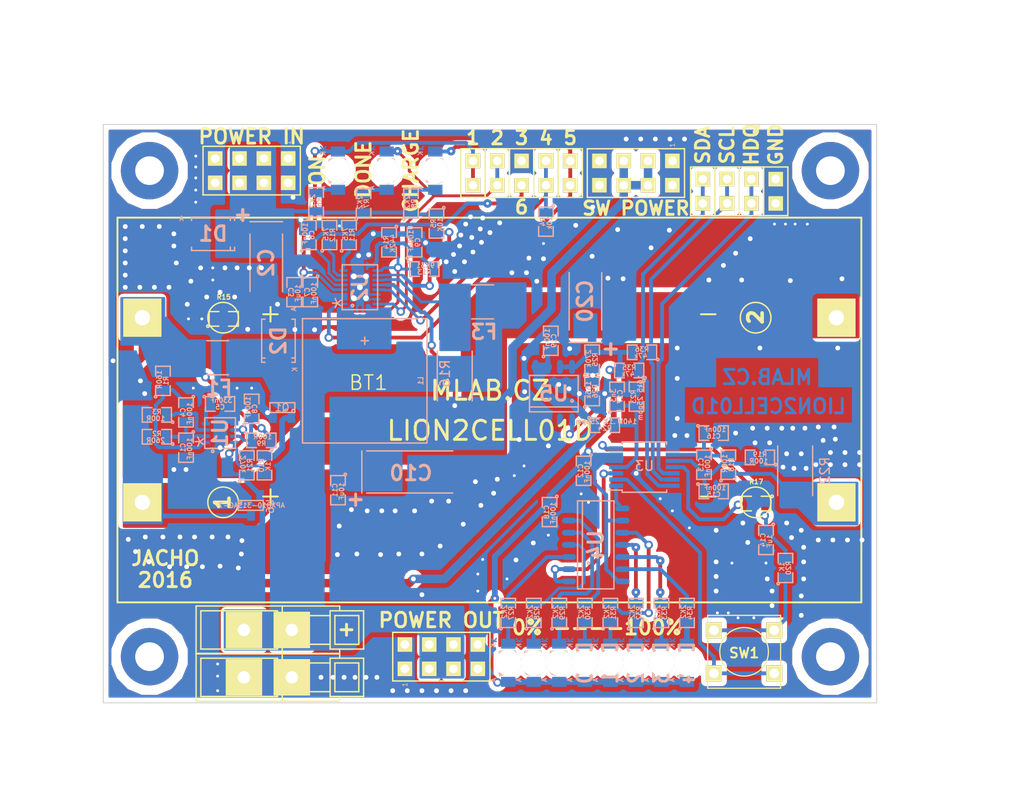
<source format=kicad_pcb>
(kicad_pcb (version 20201002) (generator pcbnew)
  (layers (0 "F.Cu" signal) (31 "B.Cu" signal) (34 "B.Paste" user) (35 "F.Paste" user) (36 "B.SilkS" user "B.Silkscreen") (37 "F.SilkS" user "F.Silkscreen") (38 "B.Mask" user) (39 "F.Mask" user) (44 "Edge.Cuts" user))
  (net 0 "")
  (net 1 "/BAT+")
  (net 2 "Net-(C1-Pad1)")
  (net 3 "GND")
  (net 4 "Net-(C2-Pad1)")
  (net 5 "Net-(C4-Pad1)")
  (net 6 "Net-(C5-Pad1)")
  (net 7 "/CMODE")
  (net 8 "Net-(C8-Pad1)")
  (net 9 "Net-(C9-Pad1)")
  (net 10 "Net-(C10-Pad1)")
  (net 11 "Net-(C13-Pad1)")
  (net 12 "Net-(C13-Pad2)")
  (net 13 "Net-(C14-Pad1)")
  (net 14 "Net-(C17-Pad1)")
  (net 15 "Net-(D3-Pad1)")
  (net 16 "/PG")
  (net 17 "Net-(D4-Pad1)")
  (net 18 "Net-(D5-Pad1)")
  (net 19 "/STAT1")
  (net 20 "Net-(D7-Pad2)")
  (net 21 "Net-(D8-Pad2)")
  (net 22 "Net-(D9-Pad2)")
  (net 23 "Net-(D10-Pad2)")
  (net 24 "Net-(D11-Pad2)")
  (net 25 "Net-(D12-Pad2)")
  (net 26 "Net-(D13-Pad2)")
  (net 27 "/CE")
  (net 28 "Net-(L1-Pad1)")
  (net 29 "Net-(Q1-PadG)")
  (net 30 "Net-(R3-Pad1)")
  (net 31 "Net-(R10-Pad2)")
  (net 32 "Net-(R11-Pad1)")
  (net 33 "Net-(R12-Pad1)")
  (net 34 "Net-(R13-Pad1)")
  (net 35 "Net-(R17-Pad2)")
  (net 36 "Net-(R20-Pad1)")
  (net 37 "Net-(R27-Pad2)")
  (net 38 "Net-(R28-Pad2)")
  (net 39 "Net-(R29-Pad2)")
  (net 40 "Net-(R30-Pad2)")
  (net 41 "Net-(R31-Pad2)")
  (net 42 "Net-(R32-Pad2)")
  (net 43 "Net-(R33-Pad2)")
  (net 44 "/P2")
  (net 45 "/P1")
  (net 46 "/BAT-MIDPOINT")
  (net 47 "/BATTERY-")
  (net 48 "/BATTERY+")
  (net 49 "/SDA")
  (net 50 "/SCL")
  (net 51 "/HDQ")
  (net 52 "Net-(D14-Pad2)")
  (net 53 "Net-(R34-Pad2)")
  (net 54 "Net-(F3-Pad1)")
  (net 55 "+3V3")
  (net 56 "Net-(R25-Pad1)")
  (net 57 "Net-(SW1-Pad2)")
  (net 58 "/CB_EN")
  (net 59 "/STAT2")
  (net 60 "Net-(R5-Pad2)")
  (module "Mlab_Pin_Headers:Straight_2x04" (layer "F.Cu") (at 15.748 -55.88 -90)
    (fp_text reference "J1" hide)
    (fp_text value "JUMP_4X2" hide)
    (fp_text user "1" (at -2.921 -3.81 -90) (layer "F.SilkS") (effects (font (size 0.5 0.5) (thickness 0.05))))
    (pad "1" thru_hole rect (at -1.27 -3.81 270) (size 1.524 1.524) (drill 0.889) (layers *.Cu *.Mask "F.SilkS") (net 3 "GND"))
    (pad "2" thru_hole rect (at 1.27 -3.81 270) (size 1.524 1.524) (drill 0.889) (layers *.Cu *.Mask "F.SilkS") (net 3 "GND"))
    (pad "3" thru_hole rect (at -1.27 -1.27 270) (size 1.524 1.524) (drill 0.889) (layers *.Cu *.Mask "F.SilkS") (net 4 "Net-(C2-Pad1)"))
    (pad "4" thru_hole rect (at 1.27 -1.27 270) (size 1.524 1.524) (drill 0.889) (layers *.Cu *.Mask "F.SilkS") (net 4 "Net-(C2-Pad1)"))
    (pad "5" thru_hole rect (at -1.27 1.27 270) (size 1.524 1.524) (drill 0.889) (layers *.Cu *.Mask "F.SilkS") (net 4 "Net-(C2-Pad1)"))
    (pad "6" thru_hole rect (at 1.27 1.27 270) (size 1.524 1.524) (drill 0.889) (layers *.Cu *.Mask "F.SilkS") (net 4 "Net-(C2-Pad1)"))
    (pad "7" thru_hole rect (at -1.27 3.81 270) (size 1.524 1.524) (drill 0.889) (layers *.Cu *.Mask "F.SilkS") (net 3 "GND"))
    (pad "8" thru_hole rect (at 1.27 3.81 270) (size 1.524 1.524) (drill 0.889) (layers *.Cu *.Mask "F.SilkS") (net 3 "GND"))
  )
  (module "Mlab_Pin_Headers:Straight_1x02" (layer "F.Cu") (at 49.022 -55.626)
    (fp_text reference "J2" hide)
    (fp_text value "JUMP_2x1" hide)
    (pad "1" thru_hole rect (at 0 -1.27) (size 1.524 1.524) (drill 0.889) (layers *.Cu *.Mask "F.SilkS") (net 19 "/STAT1"))
    (pad "2" thru_hole rect (at 0 1.27) (size 1.524 1.524) (drill 0.889) (layers *.Cu *.Mask "F.SilkS") (net 19 "/STAT1"))
  )
  (module "Mlab_Pin_Headers:Straight_1x02" (layer "F.Cu") (at 38.862 -55.626 180)
    (fp_text reference "J3" hide)
    (fp_text value "JUMP_2x1" hide)
    (pad "1" thru_hole rect (at 0 -1.27 180) (size 1.524 1.524) (drill 0.889) (layers *.Cu *.Mask "F.SilkS") (net 16 "/PG"))
    (pad "2" thru_hole rect (at 0 1.27 180) (size 1.524 1.524) (drill 0.889) (layers *.Cu *.Mask "F.SilkS") (net 16 "/PG"))
  )
  (module "Mlab_Pin_Headers:Straight_1x02" (layer "F.Cu") (at 43.942 -55.626 180)
    (fp_text reference "J4" hide)
    (fp_text value "JUMP2_2x1" hide)
    (pad "1" thru_hole rect (at 0 -1.27 180) (size 1.524 1.524) (drill 0.889) (layers *.Cu *.Mask "F.SilkS") (net 7 "/CMODE"))
    (pad "2" thru_hole rect (at 0 1.27 180) (size 1.524 1.524) (drill 0.889) (layers *.Cu *.Mask "F.SilkS") (net 3 "GND"))
  )
  (module "Mlab_Pin_Headers:Straight_1x02" (layer "F.Cu") (at 46.482 -55.626)
    (fp_text reference "J5" hide)
    (fp_text value "JUMP_2x1" hide)
    (pad "1" thru_hole rect (at 0 -1.27) (size 1.524 1.524) (drill 0.889) (layers *.Cu *.Mask "F.SilkS") (net 27 "/CE"))
    (pad "2" thru_hole rect (at 0 1.27) (size 1.524 1.524) (drill 0.889) (layers *.Cu *.Mask "F.SilkS") (net 27 "/CE"))
  )
  (module "Mlab_Pin_Headers:Straight_1x02" (layer "F.Cu") (at 41.402 -55.626)
    (fp_text reference "J6" hide)
    (fp_text value "JUMP_2x1" hide)
    (pad "1" thru_hole rect (at 0 -1.27) (size 1.524 1.524) (drill 0.889) (layers *.Cu *.Mask "F.SilkS") (net 59 "/STAT2"))
    (pad "2" thru_hole rect (at 0 1.27) (size 1.524 1.524) (drill 0.889) (layers *.Cu *.Mask "F.SilkS") (net 59 "/STAT2"))
  )
  (module "Mlab_Pin_Headers:Straight_2x04" (layer "F.Cu") (at 35.56 -5.08 90)
    (fp_text reference "J7" hide)
    (fp_text value "JUMP_4X2" hide)
    (fp_text user "1" (at -2.921 -3.81 90) (layer "F.SilkS") (effects (font (size 0.5 0.5) (thickness 0.05))))
    (pad "1" thru_hole rect (at -1.27 -3.81 90) (size 1.524 1.524) (drill 0.889) (layers *.Cu *.Mask "F.SilkS") (net 3 "GND"))
    (pad "2" thru_hole rect (at 1.27 -3.81 90) (size 1.524 1.524) (drill 0.889) (layers *.Cu *.Mask "F.SilkS") (net 3 "GND"))
    (pad "3" thru_hole rect (at -1.27 -1.27 90) (size 1.524 1.524) (drill 0.889) (layers *.Cu *.Mask "F.SilkS") (net 48 "/BATTERY+"))
    (pad "4" thru_hole rect (at 1.27 -1.27 90) (size 1.524 1.524) (drill 0.889) (layers *.Cu *.Mask "F.SilkS") (net 48 "/BATTERY+"))
    (pad "5" thru_hole rect (at -1.27 1.27 90) (size 1.524 1.524) (drill 0.889) (layers *.Cu *.Mask "F.SilkS") (net 48 "/BATTERY+"))
    (pad "6" thru_hole rect (at 1.27 1.27 90) (size 1.524 1.524) (drill 0.889) (layers *.Cu *.Mask "F.SilkS") (net 48 "/BATTERY+"))
    (pad "7" thru_hole rect (at -1.27 3.81 90) (size 1.524 1.524) (drill 0.889) (layers *.Cu *.Mask "F.SilkS") (net 3 "GND"))
    (pad "8" thru_hole rect (at 1.27 3.81 90) (size 1.524 1.524) (drill 0.889) (layers *.Cu *.Mask "F.SilkS") (net 3 "GND"))
  )
  (module "Mlab_Con:WAGO256" (layer "F.Cu") (at 17.399 -2.921)
    (fp_text reference "J9" hide)
    (fp_text value "CONN1_1" hide)
    (pad "1" thru_hole rect (at 2.54 0 90) (size 3.81 3.81) (drill 1.3) (layers *.Cu *.Mask "F.SilkS") (net 3 "GND"))
    (pad "1" thru_hole rect (at -2.46 0 90) (size 3.81 3.81) (drill 1.3) (layers *.Cu *.Mask "F.SilkS") (net 3 "GND"))
  )
  (module "Mlab_Pin_Headers:Straight_1x02" (layer "F.Cu") (at 62.865 -53.721)
    (fp_text reference "J10" hide)
    (fp_text value "JUMP_2x1" hide)
    (pad "1" thru_hole rect (at 0 -1.27) (size 1.524 1.524) (drill 0.889) (layers *.Cu *.Mask "F.SilkS") (net 49 "/SDA"))
    (pad "2" thru_hole rect (at 0 1.27) (size 1.524 1.524) (drill 0.889) (layers *.Cu *.Mask "F.SilkS") (net 49 "/SDA"))
  )
  (module "Mlab_Pin_Headers:Straight_1x02" (layer "F.Cu") (at 65.405 -53.721)
    (fp_text reference "J11" hide)
    (fp_text value "JUMP_2x1" hide)
    (pad "1" thru_hole rect (at 0 -1.27) (size 1.524 1.524) (drill 0.889) (layers *.Cu *.Mask "F.SilkS") (net 50 "/SCL"))
    (pad "2" thru_hole rect (at 0 1.27) (size 1.524 1.524) (drill 0.889) (layers *.Cu *.Mask "F.SilkS") (net 50 "/SCL"))
  )
  (module "Mlab_Pin_Headers:Straight_1x02" (layer "F.Cu") (at 67.945 -53.721)
    (fp_text reference "J12" hide)
    (fp_text value "JUMP_2x1" hide)
    (pad "1" thru_hole rect (at 0 -1.27) (size 1.524 1.524) (drill 0.889) (layers *.Cu *.Mask "F.SilkS") (net 51 "/HDQ"))
    (pad "2" thru_hole rect (at 0 1.27) (size 1.524 1.524) (drill 0.889) (layers *.Cu *.Mask "F.SilkS") (net 51 "/HDQ"))
  )
  (module "Mlab_Pin_Headers:Straight_2x04" (layer "F.Cu") (at 55.88 -55.626 -90)
    (fp_text reference "J13" hide)
    (fp_text value "JUMP_4X2" hide)
    (fp_text user "1" (at -2.921 -3.81 -90) (layer "F.SilkS") (effects (font (size 0.5 0.5) (thickness 0.05))))
    (pad "1" thru_hole rect (at -1.27 -3.81 270) (size 1.524 1.524) (drill 0.889) (layers *.Cu *.Mask "F.SilkS") (net 3 "GND"))
    (pad "2" thru_hole rect (at 1.27 -3.81 270) (size 1.524 1.524) (drill 0.889) (layers *.Cu *.Mask "F.SilkS") (net 3 "GND"))
    (pad "3" thru_hole rect (at -1.27 -1.27 270) (size 1.524 1.524) (drill 0.889) (layers *.Cu *.Mask "F.SilkS") (net 10 "Net-(C10-Pad1)"))
    (pad "4" thru_hole rect (at 1.27 -1.27 270) (size 1.524 1.524) (drill 0.889) (layers *.Cu *.Mask "F.SilkS") (net 10 "Net-(C10-Pad1)"))
    (pad "5" thru_hole rect (at -1.27 1.27 270) (size 1.524 1.524) (drill 0.889) (layers *.Cu *.Mask "F.SilkS") (net 10 "Net-(C10-Pad1)"))
    (pad "6" thru_hole rect (at 1.27 1.27 270) (size 1.524 1.524) (drill 0.889) (layers *.Cu *.Mask "F.SilkS") (net 10 "Net-(C10-Pad1)"))
    (pad "7" thru_hole rect (at -1.27 3.81 270) (size 1.524 1.524) (drill 0.889) (layers *.Cu *.Mask "F.SilkS") (net 3 "GND"))
    (pad "8" thru_hole rect (at 1.27 3.81 270) (size 1.524 1.524) (drill 0.889) (layers *.Cu *.Mask "F.SilkS") (net 3 "GND"))
  )
  (module "Mlab_Mechanical:MountingHole_3mm" (layer "F.Cu") (at 76.2 -5.08)
    (fp_text reference "P1" hide)
    (fp_text value "_" hide)
    (pad "1" thru_hole circle (at 0 0) (size 6 6) (drill 3) (layers *.Cu *.Adhes *.Mask) (clearance 1))
  )
  (module "Mlab_Mechanical:MountingHole_3mm" (layer "F.Cu") (at 5.08 -55.88)
    (fp_text reference "P2" hide)
    (fp_text value "_" hide)
    (pad "1" thru_hole circle (at 0 0) (size 6 6) (drill 3) (layers *.Cu *.Adhes *.Mask) (clearance 1))
  )
  (module "Mlab_Mechanical:MountingHole_3mm" (layer "F.Cu") (at 5.08 -5.08)
    (fp_text reference "P3" hide)
    (fp_text value "_" hide)
    (pad "1" thru_hole circle (at 0 0) (size 6 6) (drill 3) (layers *.Cu *.Adhes *.Mask) (clearance 1))
  )
  (module "Mlab_Mechanical:MountingHole_3mm" (layer "F.Cu") (at 76.2 -55.88)
    (fp_text reference "P4" hide)
    (fp_text value "_" hide)
    (pad "1" thru_hole circle (at 0 0) (size 6 6) (drill 3) (layers *.Cu *.Adhes *.Mask) (clearance 1))
  )
  (module "Mlab_R:SMD-0805" (layer "F.Cu") (at 12.827 -40.386)
    (fp_text reference "R15" (at 0 -2.286) (layer "F.SilkS") (effects (font (size 0.50038 0.50038) (thickness 0.10922))))
    (fp_text value "NCP21XV103J03RA" hide)
    (pad "1" smd rect (at -0.9525 0) (size 0.889 1.397) (layers "F.Cu" "F.Paste" "F.Mask") (net 3 "GND"))
    (pad "2" smd rect (at 0.9525 0) (size 0.889 1.397) (layers "F.Cu" "F.Paste" "F.Mask") (net 34 "Net-(R13-Pad1)"))
  )
  (module "Mlab_R:SMD-0805" (layer "F.Cu") (at 68.453 -21.082 180)
    (fp_text reference "R17" (at 0 2.286 180) (layer "F.SilkS") (effects (font (size 0.50038 0.50038) (thickness 0.10922))))
    (fp_text value "10K NTC" hide)
    (pad "1" smd rect (at -0.9525 0 180) (size 0.889 1.397) (layers "F.Cu" "F.Paste" "F.Mask") (net 13 "Net-(C14-Pad1)"))
    (pad "2" smd rect (at 0.9525 0 180) (size 0.889 1.397) (layers "F.Cu" "F.Paste" "F.Mask") (net 35 "Net-(R17-Pad2)"))
  )
  (module "Mlab_Con:WAGO256" (layer "F.Cu") (at 17.399 -7.874)
    (fp_text reference "J8" hide)
    (fp_text value "CONN1_1" hide)
    (pad "1" thru_hole rect (at -2.46 0 90) (size 3.81 3.81) (drill 1.3) (layers *.Cu *.Mask "F.SilkS") (net 48 "/BATTERY+"))
    (pad "1" thru_hole rect (at 2.54 0 90) (size 3.81 3.81) (drill 1.3) (layers *.Cu *.Mask "F.SilkS") (net 48 "/BATTERY+"))
  )
  (module "Mlab_SW:SW_PUSH_SMALL" (layer "F.Cu") (at 67.183 -5.588)
    (fp_text reference "SW1" (at 0 0.127) (layer "F.SilkS") (effects (font (size 1.016 1.016) (thickness 0.2032))))
    (fp_text value "SW_PUSH" hide)
    (pad "1" thru_hole rect (at -3.15 -2.25) (size 1.6764 1.6764) (drill 1) (layers *.Cu *.Mask "F.SilkS") (net 36 "Net-(R20-Pad1)"))
    (pad "1" thru_hole rect (at 3.15 -2.25) (size 1.6764 1.6764) (drill 1) (layers *.Cu *.Mask "F.SilkS") (net 36 "Net-(R20-Pad1)"))
    (pad "2" thru_hole rect (at -3.15 2.25) (size 1.6764 1.6764) (drill 1) (layers *.Cu *.Mask "F.SilkS") (net 57 "Net-(SW1-Pad2)"))
    (pad "2" thru_hole rect (at 3.15 2.25) (size 1.6764 1.6764) (drill 1) (layers *.Cu *.Mask "F.SilkS") (net 57 "Net-(SW1-Pad2)"))
  )
  (module "Mlab_Pin_Headers:Straight_1x02" (layer "F.Cu") (at 70.485 -53.721)
    (fp_text reference "J14" hide)
    (fp_text value "JUMP_2x1" hide)
    (pad "1" thru_hole rect (at 0 -1.27) (size 1.524 1.524) (drill 0.889) (layers *.Cu *.Mask "F.SilkS") (net 3 "GND"))
    (pad "2" thru_hole rect (at 0 1.27) (size 1.524 1.524) (drill 0.889) (layers *.Cu *.Mask "F.SilkS") (net 3 "GND"))
  )
  (module "Mlab_Batery:2LION" (layer "F.Cu") (at 40.5765 -30.861)
    (fp_text reference "BT1" (at -12.6365 -2.8575) (layer "F.SilkS") (effects (font (size 1.5 1.5))))
    (fp_text value "2x18650_LION-RESCUE-LION2CELL01C" hide)
    (fp_text user "-" (at 22.86 8.89) (layer "F.SilkS") (effects (font (size 2 2) (thickness 0.2))))
    (fp_text user "+" (at -22.86 -10.16) (layer "F.SilkS") (effects (font (size 2 2) (thickness 0.2))))
    (fp_text user "+" (at -22.86 8.89) (layer "F.SilkS") (effects (font (size 2 2) (thickness 0.2))))
    (fp_text user "-" (at 22.86 -10.16) (layer "F.SilkS") (effects (font (size 2 2) (thickness 0.2))))
    (pad "1" thru_hole rect (at -36.25 -9.65) (size 4 4) (drill 1.6) (layers *.Cu *.Mask "F.SilkS") (net 1 "/BAT+"))
    (pad "2" thru_hole rect (at 36.25 -9.65) (size 4 4) (drill 1.6) (layers *.Cu *.Mask "F.SilkS") (net 46 "/BAT-MIDPOINT"))
    (pad "3" thru_hole rect (at -36.25 9.65) (size 4 4) (drill 1.6) (layers *.Cu *.Mask "F.SilkS") (net 46 "/BAT-MIDPOINT"))
    (pad "4" thru_hole rect (at 36.25 9.65) (size 4 4) (drill 1.6) (layers *.Cu *.Mask "F.SilkS") (net 47 "/BATTERY-"))
  )
  (module "Mlab_R:SMD-0805" (layer "B.Cu") (at 8.89 -26.924 -90)
    (fp_text reference "C1" (at 0 0.3175 -90) (layer "B.SilkS") (effects (font (size 0.50038 0.50038) (thickness 0.10922)) (justify mirror)))
    (fp_text value "100nF" (at 0.127 -0.381 -90) (layer "B.SilkS") (effects (font (size 0.50038 0.50038) (thickness 0.10922)) (justify mirror)))
    (pad "1" smd rect (at -0.9525 0 270) (size 0.889 1.397) (layers "B.Cu" "B.Paste" "B.Mask") (net 2 "Net-(C1-Pad1)"))
    (pad "2" smd rect (at 0.9525 0 270) (size 0.889 1.397) (layers "B.Cu" "B.Paste" "B.Mask") (net 3 "GND"))
  )
  (module "Mlab_R:SMD-0805" (layer "B.Cu") (at 12.446 -31.496)
    (fp_text reference "C5" (at 0 0.3175) (layer "B.SilkS") (effects (font (size 0.50038 0.50038) (thickness 0.10922)) (justify mirror)))
    (fp_text value "330nF" (at 0.127 -0.381) (layer "B.SilkS") (effects (font (size 0.50038 0.50038) (thickness 0.10922)) (justify mirror)))
    (pad "1" smd rect (at -0.9525 0) (size 0.889 1.397) (layers "B.Cu" "B.Paste" "B.Mask") (net 6 "Net-(C5-Pad1)"))
    (pad "2" smd rect (at 0.9525 0) (size 0.889 1.397) (layers "B.Cu" "B.Paste" "B.Mask") (net 3 "GND"))
  )
  (module "Mlab_R:SMD-0805" (layer "B.Cu") (at 21.717 -49.149 90)
    (fp_text reference "C6" (at 0 0.3175 90) (layer "B.SilkS") (effects (font (size 0.50038 0.50038) (thickness 0.10922)) (justify mirror)))
    (fp_text value "100nF" (at 0.127 -0.381 90) (layer "B.SilkS") (effects (font (size 0.50038 0.50038) (thickness 0.10922)) (justify mirror)))
    (pad "1" smd rect (at -0.9525 0 90) (size 0.889 1.397) (layers "B.Cu" "B.Paste" "B.Mask") (net 7 "/CMODE"))
    (pad "2" smd rect (at 0.9525 0 90) (size 0.889 1.397) (layers "B.Cu" "B.Paste" "B.Mask") (net 3 "GND"))
  )
  (module "Mlab_R:SMD-0805" (layer "B.Cu") (at 21.8694 -43.18 -90)
    (fp_text reference "C7" (at 0 0.3175 -90) (layer "B.SilkS") (effects (font (size 0.50038 0.50038) (thickness 0.10922)) (justify mirror)))
    (fp_text value "100nF" (at 0.127 -0.381 -90) (layer "B.SilkS") (effects (font (size 0.50038 0.50038) (thickness 0.10922)) (justify mirror)))
    (pad "1" smd rect (at -0.9525 0 270) (size 0.889 1.397) (layers "B.Cu" "B.Paste" "B.Mask") (net 4 "Net-(C2-Pad1)"))
    (pad "2" smd rect (at 0.9525 0 270) (size 0.889 1.397) (layers "B.Cu" "B.Paste" "B.Mask") (net 3 "GND"))
  )
  (module "Mlab_R:SMD-0805" (layer "B.Cu") (at 15.748 -30.988 90)
    (fp_text reference "C8" (at 0 0.3175 90) (layer "B.SilkS") (effects (font (size 0.50038 0.50038) (thickness 0.10922)) (justify mirror)))
    (fp_text value "100nF" (at 0.127 -0.381 90) (layer "B.SilkS") (effects (font (size 0.50038 0.50038) (thickness 0.10922)) (justify mirror)))
    (pad "1" smd rect (at -0.9525 0 90) (size 0.889 1.397) (layers "B.Cu" "B.Paste" "B.Mask") (net 8 "Net-(C8-Pad1)"))
    (pad "2" smd rect (at 0.9525 0 90) (size 0.889 1.397) (layers "B.Cu" "B.Paste" "B.Mask") (net 3 "GND"))
  )
  (module "Mlab_R:SMD-0805" (layer "B.Cu") (at 32.766 -48.387 90)
    (fp_text reference "C9" (at 0 0.3175 90) (layer "B.SilkS") (effects (font (size 0.50038 0.50038) (thickness 0.10922)) (justify mirror)))
    (fp_text value "100nF" (at 0.127 -0.381 90) (layer "B.SilkS") (effects (font (size 0.50038 0.50038) (thickness 0.10922)) (justify mirror)))
    (pad "1" smd rect (at -0.9525 0 90) (size 0.889 1.397) (layers "B.Cu" "B.Paste" "B.Mask") (net 9 "Net-(C9-Pad1)"))
    (pad "2" smd rect (at 0.9525 0 90) (size 0.889 1.397) (layers "B.Cu" "B.Paste" "B.Mask") (net 3 "GND"))
  )
  (module "Mlab_R:SMD-0805" (layer "B.Cu") (at 24.765 -22.479 -90)
    (fp_text reference "C11" (at 0 0.3175 -90) (layer "B.SilkS") (effects (font (size 0.50038 0.50038) (thickness 0.10922)) (justify mirror)))
    (fp_text value "10uF" (at 0.127 -0.381 -90) (layer "B.SilkS") (effects (font (size 0.50038 0.50038) (thickness 0.10922)) (justify mirror)))
    (pad "1" smd rect (at -0.9525 0 270) (size 0.889 1.397) (layers "B.Cu" "B.Paste" "B.Mask") (net 10 "Net-(C10-Pad1)"))
    (pad "2" smd rect (at 0.9525 0 270) (size 0.889 1.397) (layers "B.Cu" "B.Paste" "B.Mask") (net 3 "GND"))
  )
  (module "Mlab_R:SMD-0805" (layer "B.Cu") (at 50.419 -24.511 -90)
    (fp_text reference "C12" (at 0 0.3175 -90) (layer "B.SilkS") (effects (font (size 0.50038 0.50038) (thickness 0.10922)) (justify mirror)))
    (fp_text value "100nF" (at 0.127 -0.381 -90) (layer "B.SilkS") (effects (font (size 0.50038 0.50038) (thickness 0.10922)) (justify mirror)))
    (pad "1" smd rect (at -0.9525 0 270) (size 0.889 1.397) (layers "B.Cu" "B.Paste" "B.Mask") (net 55 "+3V3"))
    (pad "2" smd rect (at 0.9525 0 270) (size 0.889 1.397) (layers "B.Cu" "B.Paste" "B.Mask") (net 3 "GND"))
  )
  (module "Mlab_R:SMD-0805" (layer "B.Cu") (at 62.992 -25.146 -90)
    (fp_text reference "C13" (at 0 0.3175 -90) (layer "B.SilkS") (effects (font (size 0.50038 0.50038) (thickness 0.10922)) (justify mirror)))
    (fp_text value "100nF" (at 0.127 -0.381 -90) (layer "B.SilkS") (effects (font (size 0.50038 0.50038) (thickness 0.10922)) (justify mirror)))
    (pad "1" smd rect (at -0.9525 0 270) (size 0.889 1.397) (layers "B.Cu" "B.Paste" "B.Mask") (net 11 "Net-(C13-Pad1)"))
    (pad "2" smd rect (at 0.9525 0 270) (size 0.889 1.397) (layers "B.Cu" "B.Paste" "B.Mask") (net 12 "Net-(C13-Pad2)"))
  )
  (module "Mlab_R:SMD-0805" (layer "B.Cu") (at 69.469 -17.272 -90)
    (fp_text reference "C14" (at 0 0.3175 -90) (layer "B.SilkS") (effects (font (size 0.50038 0.50038) (thickness 0.10922)) (justify mirror)))
    (fp_text value "1uF" (at 0.127 -0.381 -90) (layer "B.SilkS") (effects (font (size 0.50038 0.50038) (thickness 0.10922)) (justify mirror)))
    (pad "1" smd rect (at -0.9525 0 270) (size 0.889 1.397) (layers "B.Cu" "B.Paste" "B.Mask") (net 13 "Net-(C14-Pad1)"))
    (pad "2" smd rect (at 0.9525 0 270) (size 0.889 1.397) (layers "B.Cu" "B.Paste" "B.Mask") (net 3 "GND"))
  )
  (module "Mlab_R:SMD-0805" (layer "B.Cu") (at 64.008 -22.352)
    (fp_text reference "C15" (at 0 0.3175) (layer "B.SilkS") (effects (font (size 0.50038 0.50038) (thickness 0.10922)) (justify mirror)))
    (fp_text value "100nF" (at 0.127 -0.381) (layer "B.SilkS") (effects (font (size 0.50038 0.50038) (thickness 0.10922)) (justify mirror)))
    (pad "1" smd rect (at -0.9525 0) (size 0.889 1.397) (layers "B.Cu" "B.Paste" "B.Mask") (net 12 "Net-(C13-Pad2)"))
    (pad "2" smd rect (at 0.9525 0) (size 0.889 1.397) (layers "B.Cu" "B.Paste" "B.Mask") (net 3 "GND"))
  )
  (module "Mlab_R:SMD-0805" (layer "B.Cu") (at 64.008 -28.448)
    (fp_text reference "C16" (at 0 0.3175) (layer "B.SilkS") (effects (font (size 0.50038 0.50038) (thickness 0.10922)) (justify mirror)))
    (fp_text value "100nF" (at 0.127 -0.381) (layer "B.SilkS") (effects (font (size 0.50038 0.50038) (thickness 0.10922)) (justify mirror)))
    (pad "1" smd rect (at -0.9525 0) (size 0.889 1.397) (layers "B.Cu" "B.Paste" "B.Mask") (net 11 "Net-(C13-Pad1)"))
    (pad "2" smd rect (at 0.9525 0) (size 0.889 1.397) (layers "B.Cu" "B.Paste" "B.Mask") (net 3 "GND"))
  )
  (module "Mlab_R:SMD-0805" (layer "B.Cu") (at 53.9115 -32.258 90)
    (fp_text reference "C17" (at 0 0.3175 90) (layer "B.SilkS") (effects (font (size 0.50038 0.50038) (thickness 0.10922)) (justify mirror)))
    (fp_text value "3n3" (at 0.127 -0.381 90) (layer "B.SilkS") (effects (font (size 0.50038 0.50038) (thickness 0.10922)) (justify mirror)))
    (pad "1" smd rect (at -0.9525 0 90) (size 0.889 1.397) (layers "B.Cu" "B.Paste" "B.Mask") (net 14 "Net-(C17-Pad1)"))
    (pad "2" smd rect (at 0.9525 0 90) (size 0.889 1.397) (layers "B.Cu" "B.Paste" "B.Mask") (net 3 "GND"))
  )
  (module "Mlab_R:SMD-0805" (layer "B.Cu") (at 46.863 -20.193 -90)
    (fp_text reference "C18" (at 0 0.3175 -90) (layer "B.SilkS") (effects (font (size 0.50038 0.50038) (thickness 0.10922)) (justify mirror)))
    (fp_text value "100nF" (at 0.127 -0.381 -90) (layer "B.SilkS") (effects (font (size 0.50038 0.50038) (thickness 0.10922)) (justify mirror)))
    (pad "1" smd rect (at -0.9525 0 270) (size 0.889 1.397) (layers "B.Cu" "B.Paste" "B.Mask") (net 55 "+3V3"))
    (pad "2" smd rect (at 0.9525 0 270) (size 0.889 1.397) (layers "B.Cu" "B.Paste" "B.Mask") (net 3 "GND"))
  )
  (module "Mlab_D:SMA_Standard" (layer "B.Cu") (at 11.71702 -49.276)
    (fp_text reference "D1" (at 0 0) (layer "B.SilkS") (effects (font (size 1.524 1.524) (thickness 0.3048)) (justify mirror)))
    (fp_text value "M4" hide)
    (fp_text user "K" (at 2.99974 -1.69926) (layer "B.SilkS") (effects (font (size 0.50038 0.50038) (thickness 0.09906)) (justify mirror)))
    (fp_text user "A" (at -3.29946 -1.6002) (layer "B.SilkS") (effects (font (size 0.50038 0.50038) (thickness 0.09906)) (justify mirror)))
    (pad "1" smd rect (at -1.99898 0) (size 2.49936 1.80086) (layers "B.Cu" "B.Paste" "B.Mask") (net 3 "GND"))
    (pad "2" smd rect (at 1.99898 0) (size 2.49936 1.80086) (layers "B.Cu" "B.Paste" "B.Mask") (net 4 "Net-(C2-Pad1)"))
  )
  (module "Mlab_D:SMA_Standard" (layer "B.Cu") (at 18.542 -38.1 -90)
    (fp_text reference "D2" (at 0 0 -90) (layer "B.SilkS") (effects (font (size 1.524 1.524) (thickness 0.3048)) (justify mirror)))
    (fp_text value "M4" hide)
    (fp_text user "A" (at -3.29946 -1.6002 -90) (layer "B.SilkS") (effects (font (size 0.50038 0.50038) (thickness 0.09906)) (justify mirror)))
    (fp_text user "K" (at 2.99974 -1.69926 -90) (layer "B.SilkS") (effects (font (size 0.50038 0.50038) (thickness 0.09906)) (justify mirror)))
    (pad "1" smd rect (at -1.99898 0 270) (size 2.49936 1.80086) (layers "B.Cu" "B.Paste" "B.Mask") (net 3 "GND"))
    (pad "2" smd rect (at 1.99898 0 270) (size 2.49936 1.80086) (layers "B.Cu" "B.Paste" "B.Mask") (net 48 "/BATTERY+"))
  )
  (module "Mlab_D:LED_1206" (layer "B.Cu") (at 24.765 -55.88 90)
    (fp_text reference "D3" (at 0 0 90) (layer "B.SilkS") (effects (font (size 1.524 1.524) (thickness 0.3048)) (justify mirror)))
    (fp_text value "Green" hide)
    (fp_text user "K" (at 1.80086 -1.5494 90) (layer "B.SilkS") (effects (font (size 0.50038 0.50038) (thickness 0.09906)) (justify mirror)))
    (fp_text user "A" (at -1.80086 -1.5494 90) (layer "B.SilkS") (effects (font (size 0.50038 0.50038) (thickness 0.09906)) (justify mirror)))
    (fp_line (start 2.21488 -1.50622) (end 2.53492 -1.81102) (layer "B.Cu") (width 0.15))
    (fp_line (start 2.2225 -1.24968) (end 2.21742 -1.81864) (layer "B.Cu") (width 0.15))
    (fp_line (start 2.25298 -1.52146) (end 2.5273 -1.24968) (layer "B.Cu") (width 0.15))
    (pad "" np_thru_hole circle (at 0 0 90) (size 2.7 2.7) (drill 2.7) (layers *.Cu *.Mask "B.SilkS") (clearance 0.1))
    (pad "1" smd rect (at -2 0 90) (size 1.05 1.5) (layers "B.Cu" "B.Paste" "B.Mask") (net 15 "Net-(D3-Pad1)"))
    (pad "2" smd rect (at 2 0 90) (size 1.05 1.5) (layers "B.Cu" "B.Paste" "B.Mask") (net 16 "/PG"))
  )
  (module "Mlab_D:LED_1206" (layer "B.Cu") (at 29.845 -55.88 90)
    (fp_text reference "D4" (at 0 0 90) (layer "B.SilkS") (effects (font (size 1.524 1.524) (thickness 0.3048)) (justify mirror)))
    (fp_text value "Green" hide)
    (fp_text user "A" (at -1.80086 -1.5494 90) (layer "B.SilkS") (effects (font (size 0.50038 0.50038) (thickness 0.09906)) (justify mirror)))
    (fp_text user "K" (at 1.80086 -1.5494 90) (layer "B.SilkS") (effects (font (size 0.50038 0.50038) (thickness 0.09906)) (justify mirror)))
    (fp_line (start 2.21488 -1.50622) (end 2.53492 -1.81102) (layer "B.Cu") (width 0.15))
    (fp_line (start 2.2225 -1.24968) (end 2.21742 -1.81864) (layer "B.Cu") (width 0.15))
    (fp_line (start 2.25298 -1.52146) (end 2.5273 -1.24968) (layer "B.Cu") (width 0.15))
    (pad "" np_thru_hole circle (at 0 0 90) (size 2.7 2.7) (drill 2.7) (layers *.Cu *.Mask "B.SilkS"))
    (pad "1" smd rect (at -2 0 90) (size 1.05 1.5) (layers "B.Cu" "B.Paste" "B.Mask") (net 17 "Net-(D4-Pad1)"))
    (pad "2" smd rect (at 2 0 90) (size 1.05 1.5) (layers "B.Cu" "B.Paste" "B.Mask") (net 59 "/STAT2"))
  )
  (module "Mlab_D:LED_1206" (layer "B.Cu") (at 42.545 -4.445 90)
    (fp_text reference "D7" (at 0 0 90) (layer "B.SilkS") (effects (font (size 1.524 1.524) (thickness 0.3048)) (justify mirror)))
    (fp_text value "ORAGE" hide)
    (fp_text user "A" (at -1.80086 -1.5494 90) (layer "B.SilkS") (effects (font (size 0.50038 0.50038) (thickness 0.09906)) (justify mirror)))
    (fp_text user "K" (at 1.80086 -1.5494 90) (layer "B.SilkS") (effects (font (size 0.50038 0.50038) (thickness 0.09906)) (justify mirror)))
    (fp_line (start 2.2225 -1.24968) (end 2.21742 -1.81864) (layer "B.Cu") (width 0.15))
    (fp_line (start 2.25298 -1.52146) (end 2.5273 -1.24968) (layer "B.Cu") (width 0.15))
    (fp_line (start 2.21488 -1.50622) (end 2.53492 -1.81102) (layer "B.Cu") (width 0.15))
    (pad "" np_thru_hole circle (at 0 0 90) (size 2.7 2.7) (drill 2.7) (layers *.Cu *.Mask "B.SilkS"))
    (pad "1" smd rect (at -2 0 90) (size 1.05 1.5) (layers "B.Cu" "B.Paste" "B.Mask") (net 55 "+3V3"))
    (pad "2" smd rect (at 2 0 90) (size 1.05 1.5) (layers "B.Cu" "B.Paste" "B.Mask") (net 20 "Net-(D7-Pad2)"))
  )
  (module "Mlab_D:LED_1206" (layer "B.Cu") (at 45.212 -4.445 90)
    (fp_text reference "D8" (at 0 0 90) (layer "B.SilkS") (effects (font (size 1.524 1.524) (thickness 0.3048)) (justify mirror)))
    (fp_text value "ORAGE" hide)
    (fp_text user "K" (at 1.80086 -1.5494 90) (layer "B.SilkS") (effects (font (size 0.50038 0.50038) (thickness 0.09906)) (justify mirror)))
    (fp_text user "A" (at -1.80086 -1.5494 90) (layer "B.SilkS") (effects (font (size 0.50038 0.50038) (thickness 0.09906)) (justify mirror)))
    (fp_line (start 2.2225 -1.24968) (end 2.21742 -1.81864) (layer "B.Cu") (width 0.15))
    (fp_line (start 2.25298 -1.52146) (end 2.5273 -1.24968) (layer "B.Cu") (width 0.15))
    (fp_line (start 2.21488 -1.50622) (end 2.53492 -1.81102) (layer "B.Cu") (width 0.15))
    (pad "" np_thru_hole circle (at 0 0 90) (size 2.7 2.7) (drill 2.7) (layers *.Cu *.Mask "B.SilkS"))
    (pad "1" smd rect (at -2 0 90) (size 1.05 1.5) (layers "B.Cu" "B.Paste" "B.Mask") (net 55 "+3V3"))
    (pad "2" smd rect (at 2 0 90) (size 1.05 1.5) (layers "B.Cu" "B.Paste" "B.Mask") (net 21 "Net-(D8-Pad2)"))
  )
  (module "Mlab_D:LED_1206" (layer "B.Cu") (at 47.879 -4.445 90)
    (fp_text reference "D9" (at 0 0 90) (layer "B.SilkS") (effects (font (size 1.524 1.524) (thickness 0.3048)) (justify mirror)))
    (fp_text value "ORAGE" hide)
    (fp_text user "K" (at 1.80086 -1.5494 90) (layer "B.SilkS") (effects (font (size 0.50038 0.50038) (thickness 0.09906)) (justify mirror)))
    (fp_text user "A" (at -1.80086 -1.5494 90) (layer "B.SilkS") (effects (font (size 0.50038 0.50038) (thickness 0.09906)) (justify mirror)))
    (fp_line (start 2.2225 -1.24968) (end 2.21742 -1.81864) (layer "B.Cu") (width 0.15))
    (fp_line (start 2.21488 -1.50622) (end 2.53492 -1.81102) (layer "B.Cu") (width 0.15))
    (fp_line (start 2.25298 -1.52146) (end 2.5273 -1.24968) (layer "B.Cu") (width 0.15))
    (pad "" np_thru_hole circle (at 0 0 90) (size 2.7 2.7) (drill 2.7) (layers *.Cu *.Mask "B.SilkS"))
    (pad "1" smd rect (at -2 0 90) (size 1.05 1.5) (layers "B.Cu" "B.Paste" "B.Mask") (net 55 "+3V3"))
    (pad "2" smd rect (at 2 0 90) (size 1.05 1.5) (layers "B.Cu" "B.Paste" "B.Mask") (net 22 "Net-(D9-Pad2)"))
  )
  (module "Mlab_D:LED_1206" (layer "B.Cu") (at 50.546 -4.445 90)
    (fp_text reference "D10" (at 0 0 90) (layer "B.SilkS") (effects (font (size 1.524 1.524) (thickness 0.3048)) (justify mirror)))
    (fp_text value "ORAGE" hide)
    (fp_text user "A" (at -1.80086 -1.5494 90) (layer "B.SilkS") (effects (font (size 0.50038 0.50038) (thickness 0.09906)) (justify mirror)))
    (fp_text user "K" (at 1.80086 -1.5494 90) (layer "B.SilkS") (effects (font (size 0.50038 0.50038) (thickness 0.09906)) (justify mirror)))
    (fp_line (start 2.2225 -1.24968) (end 2.21742 -1.81864) (layer "B.Cu") (width 0.15))
    (fp_line (start 2.21488 -1.50622) (end 2.53492 -1.81102) (layer "B.Cu") (width 0.15))
    (fp_line (start 2.25298 -1.52146) (end 2.5273 -1.24968) (layer "B.Cu") (width 0.15))
    (pad "" np_thru_hole circle (at 0 0 90) (size 2.7 2.7) (drill 2.7) (layers *.Cu *.Mask "B.SilkS"))
    (pad "1" smd rect (at -2 0 90) (size 1.05 1.5) (layers "B.Cu" "B.Paste" "B.Mask") (net 55 "+3V3"))
    (pad "2" smd rect (at 2 0 90) (size 1.05 1.5) (layers "B.Cu" "B.Paste" "B.Mask") (net 23 "Net-(D10-Pad2)"))
  )
  (module "Mlab_D:LED_1206" (layer "B.Cu") (at 53.213 -4.445 90)
    (fp_text reference "D11" (at 0 0 90) (layer "B.SilkS") (effects (font (size 1.524 1.524) (thickness 0.3048)) (justify mirror)))
    (fp_text value "ORAGE" hide)
    (fp_text user "A" (at -1.80086 -1.5494 90) (layer "B.SilkS") (effects (font (size 0.50038 0.50038) (thickness 0.09906)) (justify mirror)))
    (fp_text user "K" (at 1.80086 -1.5494 90) (layer "B.SilkS") (effects (font (size 0.50038 0.50038) (thickness 0.09906)) (justify mirror)))
    (fp_line (start 2.25298 -1.52146) (end 2.5273 -1.24968) (layer "B.Cu") (width 0.15))
    (fp_line (start 2.2225 -1.24968) (end 2.21742 -1.81864) (layer "B.Cu") (width 0.15))
    (fp_line (start 2.21488 -1.50622) (end 2.53492 -1.81102) (layer "B.Cu") (width 0.15))
    (pad "" np_thru_hole circle (at 0 0 90) (size 2.7 2.7) (drill 2.7) (layers *.Cu *.Mask "B.SilkS"))
    (pad "1" smd rect (at -2 0 90) (size 1.05 1.5) (layers "B.Cu" "B.Paste" "B.Mask") (net 55 "+3V3"))
    (pad "2" smd rect (at 2 0 90) (size 1.05 1.5) (layers "B.Cu" "B.Paste" "B.Mask") (net 24 "Net-(D11-Pad2)"))
  )
  (module "Mlab_D:LED_1206" (layer "B.Cu") (at 55.88 -4.445 90)
    (fp_text reference "D12" (at 0 0 90) (layer "B.SilkS") (effects (font (size 1.524 1.524) (thickness 0.3048)) (justify mirror)))
    (fp_text value "ORAGE" hide)
    (fp_text user "K" (at 1.80086 -1.5494 90) (layer "B.SilkS") (effects (font (size 0.50038 0.50038) (thickness 0.09906)) (justify mirror)))
    (fp_text user "A" (at -1.80086 -1.5494 90) (layer "B.SilkS") (effects (font (size 0.50038 0.50038) (thickness 0.09906)) (justify mirror)))
    (fp_line (start 2.21488 -1.50622) (end 2.53492 -1.81102) (layer "B.Cu") (width 0.15))
    (fp_line (start 2.25298 -1.52146) (end 2.5273 -1.24968) (layer "B.Cu") (width 0.15))
    (fp_line (start 2.2225 -1.24968) (end 2.21742 -1.81864) (layer "B.Cu") (width 0.15))
    (pad "" np_thru_hole circle (at 0 0 90) (size 2.7 2.7) (drill 2.7) (layers *.Cu *.Mask "B.SilkS"))
    (pad "1" smd rect (at -2 0 90) (size 1.05 1.5) (layers "B.Cu" "B.Paste" "B.Mask") (net 55 "+3V3"))
    (pad "2" smd rect (at 2 0 90) (size 1.05 1.5) (layers "B.Cu" "B.Paste" "B.Mask") (net 25 "Net-(D12-Pad2)"))
  )
  (module "Mlab_D:LED_1206" (layer "B.Cu") (at 58.547 -4.445 90)
    (fp_text reference "D13" (at 0 0 90) (layer "B.SilkS") (effects (font (size 1.524 1.524) (thickness 0.3048)) (justify mirror)))
    (fp_text value "ORAGE" hide)
    (fp_text user "K" (at 1.80086 -1.5494 90) (layer "B.SilkS") (effects (font (size 0.50038 0.50038) (thickness 0.09906)) (justify mirror)))
    (fp_text user "A" (at -1.80086 -1.5494 90) (layer "B.SilkS") (effects (font (size 0.50038 0.50038) (thickness 0.09906)) (justify mirror)))
    (fp_line (start 2.25298 -1.52146) (end 2.5273 -1.24968) (layer "B.Cu") (width 0.15))
    (fp_line (start 2.21488 -1.50622) (end 2.53492 -1.81102) (layer "B.Cu") (width 0.15))
    (fp_line (start 2.2225 -1.24968) (end 2.21742 -1.81864) (layer "B.Cu") (width 0.15))
    (pad "" np_thru_hole circle (at 0 0 90) (size 2.7 2.7) (drill 2.7) (layers *.Cu *.Mask "B.SilkS"))
    (pad "1" smd rect (at -2 0 90) (size 1.05 1.5) (layers "B.Cu" "B.Paste" "B.Mask") (net 55 "+3V3"))
    (pad "2" smd rect (at 2 0 90) (size 1.05 1.5) (layers "B.Cu" "B.Paste" "B.Mask") (net 26 "Net-(D13-Pad2)"))
  )
  (module "Mlab_L:DE1205-10" (layer "B.Cu") (at 27.559 -33.909 90)
    (fp_text reference "L1" (at 0 5.842 90) (layer "B.SilkS") (effects (font (size 0.50038 0.50038) (thickness 0.11938)) (justify mirror)))
    (fp_text value "DE1205-10" hide)
    (pad "1" smd rect (at 5 0 90) (size 3 5.5) (layers "B.Cu" "B.Paste" "B.Mask") (net 28 "Net-(L1-Pad1)"))
    (pad "2" smd rect (at -5 0 90) (size 3 5.5) (layers "B.Cu" "B.Paste" "B.Mask") (net 10 "Net-(C10-Pad1)"))
  )
  (module "Mlab_T:SOT-23" (layer "B.Cu") (at 18.923 -31.115 180)
    (fp_text reference "Q1" (at 0 0 180) (layer "B.SilkS") (effects (font (size 0.762 0.762) (thickness 0.11938)) (justify mirror)))
    (fp_text value "IRLML6244" hide)
    (pad "D" smd rect (at 0 1.09982 180) (size 0.8001 1.00076) (layers "B.Cu" "B.Paste" "B.Mask") (net 48 "/BATTERY+"))
    (pad "G" smd rect (at -0.9525 -1.09982 180) (size 0.8001 1.00076) (layers "B.Cu" "B.Paste" "B.Mask") (net 29 "Net-(Q1-PadG)"))
    (pad "S" smd rect (at 0.9525 -1.09982 180) (size 0.8001 1.00076) (layers "B.Cu" "B.Paste" "B.Mask") (net 3 "GND"))
  )
  (module "Mlab_R:SMD-0805" (layer "B.Cu") (at 6.477 -33.909 90)
    (fp_text reference "R1" (at 0 0.3175 90) (layer "B.SilkS") (effects (font (size 0.50038 0.50038) (thickness 0.10922)) (justify mirror)))
    (fp_text value "160R" (at 0.127 -0.381 90) (layer "B.SilkS") (effects (font (size 0.50038 0.50038) (thickness 0.10922)) (justify mirror)))
    (pad "1" smd rect (at -0.9525 0 90) (size 0.889 1.397) (layers "B.Cu" "B.Paste" "B.Mask") (net 5 "Net-(C4-Pad1)"))
    (pad "2" smd rect (at 0.9525 0 90) (size 0.889 1.397) (layers "B.Cu" "B.Paste" "B.Mask") (net 1 "/BAT+"))
  )
  (module "Mlab_R:SMD-0805" (layer "B.Cu") (at 5.842 -30.353 180)
    (fp_text reference "R3" (at 0 0.3175 180) (layer "B.SilkS") (effects (font (size 0.50038 0.50038) (thickness 0.10922)) (justify mirror)))
    (fp_text value "100R" (at 0.127 -0.381 180) (layer "B.SilkS") (effects (font (size 0.50038 0.50038) (thickness 0.10922)) (justify mirror)))
    (pad "1" smd rect (at -0.9525 0 180) (size 0.889 1.397) (layers "B.Cu" "B.Paste" "B.Mask") (net 30 "Net-(R3-Pad1)"))
    (pad "2" smd rect (at 0.9525 0 180) (size 0.889 1.397) (layers "B.Cu" "B.Paste" "B.Mask") (net 46 "/BAT-MIDPOINT"))
  )
  (module "Mlab_R:SMD-0805" (layer "B.Cu") (at 35.052 -50.3555 -90)
    (fp_text reference "R5" (at 0 0.3175 -90) (layer "B.SilkS") (effects (font (size 0.50038 0.50038) (thickness 0.10922)) (justify mirror)))
    (fp_text value "10K" (at 0.127 -0.381 -90) (layer "B.SilkS") (effects (font (size 0.50038 0.50038) (thickness 0.10922)) (justify mirror)))
    (pad "1" smd rect (at -0.9525 0 270) (size 0.889 1.397) (layers "B.Cu" "B.Paste" "B.Mask") (net 4 "Net-(C2-Pad1)"))
    (pad "2" smd rect (at 0.9525 0 270) (size 0.889 1.397) (layers "B.Cu" "B.Paste" "B.Mask") (net 60 "Net-(R5-Pad2)"))
  )
  (module "Mlab_R:SMD-0805" (layer "B.Cu") (at 22.479 -52.578 90)
    (fp_text reference "R6" (at 0 0.3175 90) (layer "B.SilkS") (effects (font (size 0.50038 0.50038) (thickness 0.10922)) (justify mirror)))
    (fp_text value "2K2" (at 0.127 -0.381 90) (layer "B.SilkS") (effects (font (size 0.50038 0.50038) (thickness 0.10922)) (justify mirror)))
    (pad "1" smd rect (at -0.9525 0 90) (size 0.889 1.397) (layers "B.Cu" "B.Paste" "B.Mask") (net 4 "Net-(C2-Pad1)"))
    (pad "2" smd rect (at 0.9525 0 90) (size 0.889 1.397) (layers "B.Cu" "B.Paste" "B.Mask") (net 15 "Net-(D3-Pad1)"))
  )
  (module "Mlab_R:SMD-0805" (layer "B.Cu") (at 27.432 -52.451 90)
    (fp_text reference "R7" (at 0 0.3175 90) (layer "B.SilkS") (effects (font (size 0.50038 0.50038) (thickness 0.10922)) (justify mirror)))
    (fp_text value "2K2" (at 0.127 -0.381 90) (layer "B.SilkS") (effects (font (size 0.50038 0.50038) (thickness 0.10922)) (justify mirror)))
    (pad "1" smd rect (at -0.9525 0 90) (size 0.889 1.397) (layers "B.Cu" "B.Paste" "B.Mask") (net 4 "Net-(C2-Pad1)"))
    (pad "2" smd rect (at 0.9525 0 90) (size 0.889 1.397) (layers "B.Cu" "B.Paste" "B.Mask") (net 17 "Net-(D4-Pad1)"))
  )
  (module "Mlab_R:SMD-0805" (layer "B.Cu") (at 32.385 -52.451 90)
    (fp_text reference "R8" (at 0 0.3175 90) (layer "B.SilkS") (effects (font (size 0.50038 0.50038) (thickness 0.10922)) (justify mirror)))
    (fp_text value "2K2" (at 0.127 -0.381 90) (layer "B.SilkS") (effects (font (size 0.50038 0.50038) (thickness 0.10922)) (justify mirror)))
    (pad "1" smd rect (at -0.9525 0 90) (size 0.889 1.397) (layers "B.Cu" "B.Paste" "B.Mask") (net 4 "Net-(C2-Pad1)"))
    (pad "2" smd rect (at 0.9525 0 90) (size 0.889 1.397) (layers "B.Cu" "B.Paste" "B.Mask") (net 18 "Net-(D5-Pad1)"))
  )
  (module "Mlab_R:SMD-0805" (layer "B.Cu") (at 16.764 -27.686)
    (fp_text reference "R9" (at 0 0.3175) (layer "B.SilkS") (effects (font (size 0.50038 0.50038) (thickness 0.10922)) (justify mirror)))
    (fp_text value "100R" (at 0.127 -0.381) (layer "B.SilkS") (effects (font (size 0.50038 0.50038) (thickness 0.10922)) (justify mirror)))
    (pad "1" smd rect (at -0.9525 0) (size 0.889 1.397) (layers "B.Cu" "B.Paste" "B.Mask") (net 8 "Net-(C8-Pad1)"))
    (pad "2" smd rect (at 0.9525 0) (size 0.889 1.397) (layers "B.Cu" "B.Paste" "B.Mask") (net 1 "/BAT+"))
  )
  (module "Mlab_R:SMD-0805" (layer "B.Cu") (at 17.0815 -25.0825 -90)
    (fp_text reference "R10" (at 0 0.3175 -90) (layer "B.SilkS") (effects (font (size 0.50038 0.50038) (thickness 0.10922)) (justify mirror)))
    (fp_text value "1K" (at 0.127 -0.381 -90) (layer "B.SilkS") (effects (font (size 0.50038 0.50038) (thickness 0.10922)) (justify mirror)))
    (pad "1" smd rect (at -0.9525 0 270) (size 0.889 1.397) (layers "B.Cu" "B.Paste" "B.Mask") (net 29 "Net-(Q1-PadG)"))
    (pad "2" smd rect (at 0.9525 0 270) (size 0.889 1.397) (layers "B.Cu" "B.Paste" "B.Mask") (net 31 "Net-(R10-Pad2)"))
  )
  (module "Mlab_R:SMD-0805" (layer "B.Cu") (at 25.908 -49.149 90)
    (fp_text reference "R11" (at 0 0.3175 90) (layer "B.SilkS") (effects (font (size 0.50038 0.50038) (thickness 0.10922)) (justify mirror)))
    (fp_text value "7K5" (at 0.127 -0.381 90) (layer "B.SilkS") (effects (font (size 0.50038 0.50038) (thickness 0.10922)) (justify mirror)))
    (pad "1" smd rect (at -0.9525 0 90) (size 0.889 1.397) (layers "B.Cu" "B.Paste" "B.Mask") (net 32 "Net-(R11-Pad1)"))
    (pad "2" smd rect (at 0.9525 0 90) (size 0.889 1.397) (layers "B.Cu" "B.Paste" "B.Mask") (net 3 "GND"))
  )
  (module "Mlab_R:SMD-0805" (layer "B.Cu") (at 23.876 -49.149 90)
    (fp_text reference "R12" (at 0 0.3175 90) (layer "B.SilkS") (effects (font (size 0.50038 0.50038) (thickness 0.10922)) (justify mirror)))
    (fp_text value "7K5" (at 0.127 -0.381 90) (layer "B.SilkS") (effects (font (size 0.50038 0.50038) (thickness 0.10922)) (justify mirror)))
    (pad "1" smd rect (at -0.9525 0 90) (size 0.889 1.397) (layers "B.Cu" "B.Paste" "B.Mask") (net 33 "Net-(R12-Pad1)"))
    (pad "2" smd rect (at 0.9525 0 90) (size 0.889 1.397) (layers "B.Cu" "B.Paste" "B.Mask") (net 3 "GND"))
  )
  (module "Mlab_R:SMD-0805" (layer "B.Cu") (at 33.782 -45.593)
    (fp_text reference "R13" (at 0 0.3175) (layer "B.SilkS") (effects (font (size 0.50038 0.50038) (thickness 0.10922)) (justify mirror)))
    (fp_text value "9K31" (at 0.127 -0.381) (layer "B.SilkS") (effects (font (size 0.50038 0.50038) (thickness 0.10922)) (justify mirror)))
    (pad "1" smd rect (at -0.9525 0) (size 0.889 1.397) (layers "B.Cu" "B.Paste" "B.Mask") (net 34 "Net-(R13-Pad1)"))
    (pad "2" smd rect (at 0.9525 0) (size 0.889 1.397) (layers "B.Cu" "B.Paste" "B.Mask") (net 9 "Net-(C9-Pad1)"))
  )
  (module "Resistors_SMD:R_2512" (layer "B.Cu") (at 36.957 -34.417 -90)
    (fp_text reference "R16" (at -0.254 1.016 -90) (layer "B.SilkS") (effects (justify mirror)))
    (fp_text value "0R1")
    (pad "1" smd rect (at -3.1 0 270) (size 1 3.2) (layers "B.Cu" "B.Paste" "B.Mask") (net 54 "Net-(F3-Pad1)"))
    (pad "2" smd rect (at 3.1 0 270) (size 1 3.2) (layers "B.Cu" "B.Paste" "B.Mask") (net 10 "Net-(C10-Pad1)"))
  )
  (module "Mlab_R:SMD-0805" (layer "B.Cu") (at 65.532 -25.146 90)
    (fp_text reference "R18" (at 0 0.3175 90) (layer "B.SilkS") (effects (font (size 0.50038 0.50038) (thickness 0.10922)) (justify mirror)))
    (fp_text value "100R" (at 0.127 -0.381 90) (layer "B.SilkS") (effects (font (size 0.50038 0.50038) (thickness 0.10922)) (justify mirror)))
    (pad "1" smd rect (at -0.9525 0 90) (size 0.889 1.397) (layers "B.Cu" "B.Paste" "B.Mask") (net 47 "/BATTERY-"))
    (pad "2" smd rect (at 0.9525 0 90) (size 0.889 1.397) (layers "B.Cu" "B.Paste" "B.Mask") (net 11 "Net-(C13-Pad1)"))
  )
  (module "Mlab_R:SMD-0805" (layer "B.Cu") (at 68.834 -25.908 180)
    (fp_text reference "R19" (at 0 0.3175 180) (layer "B.SilkS") (effects (font (size 0.50038 0.50038) (thickness 0.10922)) (justify mirror)))
    (fp_text value "100R" (at 0.127 -0.381 180) (layer "B.SilkS") (effects (font (size 0.50038 0.50038) (thickness 0.10922)) (justify mirror)))
    (pad "1" smd rect (at -0.9525 0 180) (size 0.889 1.397) (layers "B.Cu" "B.Paste" "B.Mask") (net 3 "GND"))
    (pad "2" smd rect (at 0.9525 0 180) (size 0.889 1.397) (layers "B.Cu" "B.Paste" "B.Mask") (net 12 "Net-(C13-Pad2)"))
  )
  (module "Mlab_R:SMD-0805" (layer "B.Cu") (at 71.501 -14.351 90)
    (fp_text reference "R20" (at 0 0.3175 90) (layer "B.SilkS") (effects (font (size 0.50038 0.50038) (thickness 0.10922)) (justify mirror)))
    (fp_text value "1K" (at 0.127 -0.381 90) (layer "B.SilkS") (effects (font (size 0.50038 0.50038) (thickness 0.10922)) (justify mirror)))
    (pad "1" smd rect (at -0.9525 0 90) (size 0.889 1.397) (layers "B.Cu" "B.Paste" "B.Mask") (net 36 "Net-(R20-Pad1)"))
    (pad "2" smd rect (at 0.9525 0 90) (size 0.889 1.397) (layers "B.Cu" "B.Paste" "B.Mask") (net 13 "Net-(C14-Pad1)"))
  )
  (module "Mlab_R:SMD-0805" (layer "B.Cu") (at 15.24 -25.0825 90)
    (fp_text reference "R21" (at 0 0.3175 90) (layer "B.SilkS") (effects (font (size 0.50038 0.50038) (thickness 0.10922)) (justify mirror)))
    (fp_text value "270k" (at 0.127 -0.381 90) (layer "B.SilkS") (effects (font (size 0.50038 0.50038) (thickness 0.10922)) (justify mirror)))
    (pad "1" smd rect (at -0.9525 0 90) (size 0.889 1.397) (layers "B.Cu" "B.Paste" "B.Mask") (net 58 "/CB_EN"))
    (pad "2" smd rect (at 0.9525 0 90) (size 0.889 1.397) (layers "B.Cu" "B.Paste" "B.Mask") (net 8 "Net-(C8-Pad1)"))
  )
  (module "Mlab_R:SMD-0805" (layer "B.Cu") (at 55.9435 -32.258 -90)
    (fp_text reference "R23" (at 0 0.3175 -90) (layer "B.SilkS") (effects (font (size 0.50038 0.50038) (thickness 0.10922)) (justify mirror)))
    (fp_text value "16k5 25ppm" (at 0.127 -0.381 -90) (layer "B.SilkS") (effects (font (size 0.50038 0.50038) (thickness 0.10922)) (justify mirror)))
    (pad "1" smd rect (at -0.9525 0 270) (size 0.889 1.397) (layers "B.Cu" "B.Paste" "B.Mask") (net 3 "GND"))
    (pad "2" smd rect (at 0.9525 0 270) (size 0.889 1.397) (layers "B.Cu" "B.Paste" "B.Mask") (net 14 "Net-(C17-Pad1)"))
  )
  (module "Mlab_R:SMD-0805" (layer "B.Cu") (at 52.6415 -29.2735)
    (fp_text reference "R24" (at 0 0.3175) (layer "B.SilkS") (effects (font (size 0.50038 0.50038) (thickness 0.10922)) (justify mirror)))
    (fp_text value "140k .1% 25ppm" (at 0.127 -0.381) (layer "B.SilkS") (effects (font (size 0.50038 0.50038) (thickness 0.10922)) (justify mirror)))
    (pad "1" smd rect (at -0.9525 0) (size 0.889 1.397) (layers "B.Cu" "B.Paste" "B.Mask") (net 1 "/BAT+"))
    (pad "2" smd rect (at 0.9525 0) (size 0.889 1.397) (layers "B.Cu" "B.Paste" "B.Mask") (net 14 "Net-(C17-Pad1)"))
  )
  (module "Mlab_R:SMD-0805" (layer "B.Cu") (at 51.308 -36.1315 90)
    (fp_text reference "R25" (at 0 0.3175 90) (layer "B.SilkS") (effects (font (size 0.50038 0.50038) (thickness 0.10922)) (justify mirror)))
    (fp_text value "270k" (at 0.127 -0.381 90) (layer "B.SilkS") (effects (font (size 0.50038 0.50038) (thickness 0.10922)) (justify mirror)))
    (pad "1" smd rect (at -0.9525 0 90) (size 0.889 1.397) (layers "B.Cu" "B.Paste" "B.Mask") (net 56 "Net-(R25-Pad1)"))
    (pad "2" smd rect (at 0.9525 0 90) (size 0.889 1.397) (layers "B.Cu" "B.Paste" "B.Mask") (net 55 "+3V3"))
  )
  (module "Mlab_R:SMD-0805" (layer "B.Cu") (at 51.308 -32.8295 90)
    (fp_text reference "R26" (at 0 0.3175 90) (layer "B.SilkS") (effects (font (size 0.50038 0.50038) (thickness 0.10922)) (justify mirror)))
    (fp_text value "165k" (at 0.127 -0.381 90) (layer "B.SilkS") (effects (font (size 0.50038 0.50038) (thickness 0.10922)) (justify mirror)))
    (pad "1" smd rect (at -0.9525 0 90) (size 0.889 1.397) (layers "B.Cu" "B.Paste" "B.Mask") (net 3 "GND"))
    (pad "2" smd rect (at 0.9525 0 90) (size 0.889 1.397) (layers "B.Cu" "B.Paste" "B.Mask") (net 56 "Net-(R25-Pad1)"))
  )
  (module "Mlab_R:SMD-0805" (layer "B.Cu") (at 42.545 -9.652 90)
    (fp_text reference "R27" (at 0 0.3175 90) (layer "B.SilkS") (effects (font (size 0.50038 0.50038) (thickness 0.10922)) (justify mirror)))
    (fp_text value "2K2" (at 0.127 -0.381 90) (layer "B.SilkS") (effects (font (size 0.50038 0.50038) (thickness 0.10922)) (justify mirror)))
    (pad "1" smd rect (at -0.9525 0 90) (size 0.889 1.397) (layers "B.Cu" "B.Paste" "B.Mask") (net 20 "Net-(D7-Pad2)"))
    (pad "2" smd rect (at 0.9525 0 90) (size 0.889 1.397) (layers "B.Cu" "B.Paste" "B.Mask") (net 37 "Net-(R27-Pad2)"))
  )
  (module "Mlab_R:SMD-0805" (layer "B.Cu") (at 45.212 -9.652 90)
    (fp_text reference "R28" (at 0 0.3175 90) (layer "B.SilkS") (effects (font (size 0.50038 0.50038) (thickness 0.10922)) (justify mirror)))
    (fp_text value "2K2" (at 0.127 -0.381 90) (layer "B.SilkS") (effects (font (size 0.50038 0.50038) (thickness 0.10922)) (justify mirror)))
    (pad "1" smd rect (at -0.9525 0 90) (size 0.889 1.397) (layers "B.Cu" "B.Paste" "B.Mask") (net 21 "Net-(D8-Pad2)"))
    (pad "2" smd rect (at 0.9525 0 90) (size 0.889 1.397) (layers "B.Cu" "B.Paste" "B.Mask") (net 38 "Net-(R28-Pad2)"))
  )
  (module "Mlab_R:SMD-0805" (layer "B.Cu") (at 47.879 -9.652 90)
    (fp_text reference "R29" (at 0 0.3175 90) (layer "B.SilkS") (effects (font (size 0.50038 0.50038) (thickness 0.10922)) (justify mirror)))
    (fp_text value "2K2" (at 0.127 -0.381 90) (layer "B.SilkS") (effects (font (size 0.50038 0.50038) (thickness 0.10922)) (justify mirror)))
    (pad "1" smd rect (at -0.9525 0 90) (size 0.889 1.397) (layers "B.Cu" "B.Paste" "B.Mask") (net 22 "Net-(D9-Pad2)"))
    (pad "2" smd rect (at 0.9525 0 90) (size 0.889 1.397) (layers "B.Cu" "B.Paste" "B.Mask") (net 39 "Net-(R29-Pad2)"))
  )
  (module "Mlab_R:SMD-0805" (layer "B.Cu") (at 50.546 -9.652 90)
    (fp_text reference "R30" (at 0 0.3175 90) (layer "B.SilkS") (effects (font (size 0.50038 0.50038) (thickness 0.10922)) (justify mirror)))
    (fp_text value "2K2" (at 0.127 -0.381 90) (layer "B.SilkS") (effects (font (size 0.50038 0.50038) (thickness 0.10922)) (justify mirror)))
    (pad "1" smd rect (at -0.9525 0 90) (size 0.889 1.397) (layers "B.Cu" "B.Paste" "B.Mask") (net 23 "Net-(D10-Pad2)"))
    (pad "2" smd rect (at 0.9525 0 90) (size 0.889 1.397) (layers "B.Cu" "B.Paste" "B.Mask") (net 40 "Net-(R30-Pad2)"))
  )
  (module "Mlab_R:SMD-0805" (layer "B.Cu") (at 53.213 -9.652 90)
    (fp_text reference "R31" (at 0 0.3175 90) (layer "B.SilkS") (effects (font (size 0.50038 0.50038) (thickness 0.10922)) (justify mirror)))
    (fp_text value "2K2" (at 0.127 -0.381 90) (layer "B.SilkS") (effects (font (size 0.50038 0.50038) (thickness 0.10922)) (justify mirror)))
    (pad "1" smd rect (at -0.9525 0 90) (size 0.889 1.397) (layers "B.Cu" "B.Paste" "B.Mask") (net 24 "Net-(D11-Pad2)"))
    (pad "2" smd rect (at 0.9525 0 90) (size 0.889 1.397) (layers "B.Cu" "B.Paste" "B.Mask") (net 41 "Net-(R31-Pad2)"))
  )
  (module "Mlab_R:SMD-0805" (layer "B.Cu") (at 55.88 -9.652 90)
    (fp_text reference "R32" (at 0 0.3175 90) (layer "B.SilkS") (effects (font (size 0.50038 0.50038) (thickness 0.10922)) (justify mirror)))
    (fp_text value "2K2" (at 0.127 -0.381 90) (layer "B.SilkS") (effects (font (size 0.50038 0.50038) (thickness 0.10922)) (justify mirror)))
    (pad "1" smd rect (at -0.9525 0 90) (size 0.889 1.397) (layers "B.Cu" "B.Paste" "B.Mask") (net 25 "Net-(D12-Pad2)"))
    (pad "2" smd rect (at 0.9525 0 90) (size 0.889 1.397) (layers "B.Cu" "B.Paste" "B.Mask") (net 42 "Net-(R32-Pad2)"))
  )
  (module "Mlab_R:SMD-0805" (layer "B.Cu") (at 58.547 -9.652 90)
    (fp_text reference "R33" (at 0 0.3175 90) (layer "B.SilkS") (effects (font (size 0.50038 0.50038) (thickness 0.10922)) (justify mirror)))
    (fp_text value "2K2" (at 0.127 -0.381 90) (layer "B.SilkS") (effects (font (size 0.50038 0.50038) (thickness 0.10922)) (justify mirror)))
    (pad "1" smd rect (at -0.9525 0 90) (size 0.889 1.397) (layers "B.Cu" "B.Paste" "B.Mask") (net 26 "Net-(D13-Pad2)"))
    (pad "2" smd rect (at 0.9525 0 90) (size 0.889 1.397) (layers "B.Cu" "B.Paste" "B.Mask") (net 43 "Net-(R33-Pad2)"))
  )
  (module "Mlab_IO:VSON-8" (layer "B.Cu") (at 12.446 -28.448 90)
    (fp_text reference "U1" (at 0 0 90) (layer "B.SilkS") (effects (font (size 1.524 1.524) (thickness 0.3048)) (justify mirror)))
    (fp_text value "BQ29209" hide)
    (fp_text user "*" (at -0.889 -1.524 90) (layer "B.SilkS") (effects (font (size 2 2)) (justify mirror)))
    (pad "1" smd rect (at -0.975 -1.475 90) (size 0.35 0.85) (layers "B.Cu" "B.Paste" "B.Mask") (net 5 "Net-(C4-Pad1)"))
    (pad "2" smd rect (at -0.325 -1.475 90) (size 0.35 0.85) (layers "B.Cu" "B.Paste" "B.Mask") (net 2 "Net-(C1-Pad1)"))
    (pad "3" smd rect (at 0.325 -1.475 90) (size 0.35 0.85) (layers "B.Cu" "B.Paste" "B.Mask") (net 30 "Net-(R3-Pad1)"))
    (pad "4" smd rect (at 0.975 -1.475 90) (size 0.35 0.85) (layers "B.Cu" "B.Paste" "B.Mask") (net 6 "Net-(C5-Pad1)"))
    (pad "5" smd rect (at 0.975 1.475 90) (size 0.35 0.85) (layers "B.Cu" "B.Paste" "B.Mask") (net 3 "GND"))
    (pad "6" smd rect (at 0.325 1.475 90) (size 0.35 0.85) (layers "B.Cu" "B.Paste" "B.Mask") (net 58 "/CB_EN"))
    (pad "7" smd rect (at -0.325 1.475 90) (size 0.35 0.85) (layers "B.Cu" "B.Paste" "B.Mask") (net 8 "Net-(C8-Pad1)"))
    (pad "8" smd rect (at -0.975 1.475 90) (size 0.35 0.85) (layers "B.Cu" "B.Paste" "B.Mask") (net 31 "Net-(R10-Pad2)"))
    (pad "9" smd rect (at 0 0 90) (size 2 1.4) (layers "B.Cu" "B.Paste" "B.Mask") (net 3 "GND"))
  )
  (module "Mlab_IO:SO-14" (layer "B.Cu") (at 51.689 -16.764 90)
    (fp_text reference "U4" (at 0 0 90) (layer "B.SilkS") (effects (font (size 1.524 1.524) (thickness 0.3048)) (justify mirror)))
    (fp_text value "SN74HC164D" hide)
    (pad "1" smd oval (at -3.81 -2.794 90) (size 0.6096 1.4732) (layers "B.Cu" "B.Paste" "B.Mask") (net 45 "/P1"))
    (pad "2" smd oval (at -2.54 -2.794 90) (size 0.6096 1.4732) (layers "B.Cu" "B.Paste" "B.Mask") (net 45 "/P1"))
    (pad "3" smd oval (at -1.27 -2.794 90) (size 0.6096 1.4732) (layers "B.Cu" "B.Paste" "B.Mask") (net 37 "Net-(R27-Pad2)"))
    (pad "4" smd oval (at 0 -2.794 90) (size 0.6096 1.4732) (layers "B.Cu" "B.Paste" "B.Mask") (net 38 "Net-(R28-Pad2)"))
    (pad "5" smd oval (at 1.27 -2.794 90) (size 0.6096 1.4732) (layers "B.Cu" "B.Paste" "B.Mask") (net 39 "Net-(R29-Pad2)"))
    (pad "6" smd oval (at 2.54 -2.794 90) (size 0.6096 1.4732) (layers "B.Cu" "B.Paste" "B.Mask") (net 40 "Net-(R30-Pad2)"))
    (pad "7" smd oval (at 3.81 -2.794 90) (size 0.6096 1.4732) (layers "B.Cu" "B.Paste" "B.Mask") (net 3 "GND"))
    (pad "8" smd oval (at 3.81 2.794 90) (size 0.6096 1.4732) (layers "B.Cu" "B.Paste" "B.Mask") (net 44 "/P2"))
    (pad "9" smd oval (at 2.54 2.794 90) (size 0.6096 1.4732) (layers "B.Cu" "B.Paste" "B.Mask") (net 55 "+3V3"))
    (pad "10" smd oval (at 1.27 2.794 90) (size 0.6096 1.4732) (layers "B.Cu" "B.Paste" "B.Mask") (net 41 "Net-(R31-Pad2)"))
    (pad "11" smd oval (at 0 2.794 90) (size 0.6096 1.4732) (layers "B.Cu" "B.Paste" "B.Mask") (net 42 "Net-(R32-Pad2)"))
    (pad "12" smd oval (at -1.27 2.794 90) (size 0.6096 1.4732) (layers "B.Cu" "B.Paste" "B.Mask") (net 43 "Net-(R33-Pad2)"))
    (pad "13" smd oval (at -2.54 2.794 90) (size 0.6096 1.4732) (layers "B.Cu" "B.Paste" "B.Mask") (net 53 "Net-(R34-Pad2)"))
    (pad "14" smd oval (at -3.81 2.794 90) (size 0.6096 1.4732) (layers "B.Cu" "B.Paste" "B.Mask") (net 55 "+3V3"))
  )
  (module "Mlab_IO:TSSOP-14_4.4x5mm_Pitch0.65mm" (layer "B.Cu") (at 56.769 -24.892)
    (fp_text reference "U3" (at 0 -0.127) (layer "B.SilkS") (effects (justify mirror)))
    (fp_text value "BQ34Z100" hide)
    (pad "1" smd rect (at -2.95 1.95) (size 1.45 0.45) (layers "B.Cu" "B.Paste" "B.Mask") (net 44 "/P2"))
    (pad "2" smd rect (at -2.95 1.3) (size 1.45 0.45) (layers "B.Cu" "B.Paste" "B.Mask") (net 57 "Net-(SW1-Pad2)"))
    (pad "3" smd rect (at -2.95 0.65) (size 1.45 0.45) (layers "B.Cu" "B.Paste" "B.Mask") (net 45 "/P1"))
    (pad "4" smd rect (at -2.95 0) (size 1.45 0.45) (layers "B.Cu" "B.Paste" "B.Mask") (net 14 "Net-(C17-Pad1)"))
    (pad "5" smd rect (at -2.95 -0.65) (size 1.45 0.45) (layers "B.Cu" "B.Paste" "B.Mask") (net 55 "+3V3"))
    (pad "6" smd rect (at -2.95 -1.3) (size 1.45 0.45) (layers "B.Cu" "B.Paste" "B.Mask") (net 55 "+3V3"))
    (pad "7" smd rect (at -2.95 -1.95) (size 1.45 0.45) (layers "B.Cu" "B.Paste" "B.Mask") (net 13 "Net-(C14-Pad1)"))
    (pad "8" smd rect (at 2.95 -1.95) (size 1.45 0.45) (layers "B.Cu" "B.Paste" "B.Mask") (net 3 "GND"))
    (pad "9" smd rect (at 2.95 -1.3) (size 1.45 0.45) (layers "B.Cu" "B.Paste" "B.Mask") (net 11 "Net-(C13-Pad1)"))
    (pad "10" smd rect (at 2.95 -0.65) (size 1.45 0.45) (layers "B.Cu" "B.Paste" "B.Mask") (net 12 "Net-(C13-Pad2)"))
    (pad "11" smd rect (at 2.95 0) (size 1.45 0.45) (layers "B.Cu" "B.Paste" "B.Mask") (net 35 "Net-(R17-Pad2)"))
    (pad "12" smd rect (at 2.95 0.65) (size 1.45 0.45) (layers "B.Cu" "B.Paste" "B.Mask") (net 51 "/HDQ"))
    (pad "13" smd rect (at 2.95 1.3) (size 1.45 0.45) (layers "B.Cu" "B.Paste" "B.Mask") (net 50 "/SCL"))
    (pad "14" smd rect (at 2.95 1.95) (size 1.45 0.45) (layers "B.Cu" "B.Paste" "B.Mask") (net 49 "/SDA"))
  )
  (module "Mlab_R:SMD-0805" (layer "B.Cu") (at 46.482 -50.546 -90)
    (fp_text reference "R4" (at 0 0.3175 -90) (layer "B.SilkS") (effects (font (size 0.50038 0.50038) (thickness 0.10922)) (justify mirror)))
    (fp_text value "10k" (at 0.127 -0.381 -90) (layer "B.SilkS") (effects (font (size 0.50038 0.50038) (thickness 0.10922)) (justify mirror)))
    (pad "1" smd rect (at -0.9525 0 270) (size 0.889 1.397) (layers "B.Cu" "B.Paste" "B.Mask") (net 27 "/CE"))
    (pad "2" smd rect (at 0.9525 0 270) (size 0.889 1.397) (layers "B.Cu" "B.Paste" "B.Mask") (net 3 "GND"))
  )
  (module "Mlab_R:SMD-0805" (layer "B.Cu") (at 30.099 -48.387 -90)
    (fp_text reference "R14" (at 0 0.3175 -90) (layer "B.SilkS") (effects (font (size 0.50038 0.50038) (thickness 0.10922)) (justify mirror)))
    (fp_text value "442K" (at 0.127 -0.381 -90) (layer "B.SilkS") (effects (font (size 0.50038 0.50038) (thickness 0.10922)) (justify mirror)))
    (pad "1" smd rect (at -0.9525 0 270) (size 0.889 1.397) (layers "B.Cu" "B.Paste" "B.Mask") (net 3 "GND"))
    (pad "2" smd rect (at 0.9525 0 270) (size 0.889 1.397) (layers "B.Cu" "B.Paste" "B.Mask") (net 34 "Net-(R13-Pad1)"))
  )
  (module "Mlab_IO:VQFN-20" (layer "B.Cu") (at 27.051 -43.688 90)
    (fp_text reference "U2" (at 0 0 90) (layer "B.SilkS") (effects (font (size 1.524 1.524) (thickness 0.3048)) (justify mirror)))
    (fp_text value "BQ24103" hide)
    (fp_text user "*" (at -1.651 -1.778 90) (layer "B.SilkS") (effects (font (size 2 2)) (justify mirror)))
    (pad "1" smd rect (at -2.225 -0.75 90) (size 0.85 0.28) (layers "B.Cu" "B.Paste" "B.Mask") (net 28 "Net-(L1-Pad1)"))
    (pad "2" smd rect (at -1.75 -1.725 90) (size 0.28 0.85) (layers "B.Cu" "B.Paste" "B.Mask") (net 19 "/STAT1"))
    (pad "3" smd rect (at -1.25 -1.725 90) (size 0.28 0.85) (layers "B.Cu" "B.Paste" "B.Mask") (net 4 "Net-(C2-Pad1)"))
    (pad "4" smd rect (at -0.75 -1.725 90) (size 0.28 0.85) (layers "B.Cu" "B.Paste" "B.Mask") (net 4 "Net-(C2-Pad1)"))
    (pad "5" smd rect (at -0.25 -1.725 90) (size 0.28 0.85) (layers "B.Cu" "B.Paste" "B.Mask") (net 16 "/PG"))
    (pad "6" smd rect (at 0.25 -1.725 90) (size 0.28 0.85) (layers "B.Cu" "B.Paste" "B.Mask") (net 4 "Net-(C2-Pad1)"))
    (pad "7" smd rect (at 0.75 -1.725 90) (size 0.28 0.85) (layers "B.Cu" "B.Paste" "B.Mask") (net 7 "/CMODE"))
    (pad "8" smd rect (at 1.25 -1.725 90) (size 0.28 0.85) (layers "B.Cu" "B.Paste" "B.Mask") (net 33 "Net-(R12-Pad1)"))
    (pad "9" smd rect (at 1.75 -1.725 90) (size 0.28 0.85) (layers "B.Cu" "B.Paste" "B.Mask") (net 32 "Net-(R11-Pad1)"))
    (pad "10" smd rect (at 2.225 -0.75 90) (size 0.85 0.28) (layers "B.Cu" "B.Paste" "B.Mask") (net 3 "GND"))
    (pad "11" smd rect (at 2.225 0.75 90) (size 0.85 0.28) (layers "B.Cu" "B.Paste" "B.Mask") (net 9 "Net-(C9-Pad1)"))
    (pad "12" smd rect (at 1.75 1.725 90) (size 0.28 0.85) (layers "B.Cu" "B.Paste" "B.Mask") (net 34 "Net-(R13-Pad1)"))
    (pad "13" smd rect (at 1.25 1.725 90) (size 0.28 0.85) (layers "B.Cu" "B.Paste" "B.Mask") (net 60 "Net-(R5-Pad2)"))
    (pad "14" smd rect (at 0.75 1.725 90) (size 0.28 0.85) (layers "B.Cu" "B.Paste" "B.Mask") (net 54 "Net-(F3-Pad1)"))
    (pad "15" smd rect (at 0.25 1.725 90) (size 0.28 0.85) (layers "B.Cu" "B.Paste" "B.Mask") (net 10 "Net-(C10-Pad1)"))
    (pad "16" smd rect (at -0.25 1.725 90) (size 0.28 0.85) (layers "B.Cu" "B.Paste" "B.Mask") (net 27 "/CE"))
    (pad "17" smd rect (at -0.75 1.725 90) (size 0.28 0.85) (layers "B.Cu" "B.Paste" "B.Mask") (net 3 "GND"))
    (pad "18" smd rect (at -1.25 1.725 90) (size 0.28 0.85) (layers "B.Cu" "B.Paste" "B.Mask") (net 3 "GND"))
    (pad "19" smd rect (at -1.75 1.725 90) (size 0.28 0.85) (layers "B.Cu" "B.Paste" "B.Mask") (net 59 "/STAT2"))
    (pad "20" smd rect (at -2.225 0.75 90) (size 0.85 0.28) (layers "B.Cu" "B.Paste" "B.Mask") (net 28 "Net-(L1-Pad1)"))
    (pad "21" smd rect (at 2.075 -0.3 90) (size 1.125 0.28) (layers "B.Cu" "B.Paste" "B.Mask") (net 3 "GND"))
    (pad "21" smd rect (at 2.075 0.3 90) (size 1.125 0.28) (layers "B.Cu" "B.Paste" "B.Mask") (net 3 "GND"))
    (pad "21" smd rect (at 1.75 0 90) (size 0.45 0.4) (layers "B.Cu" "B.Paste" "B.Mask") (net 3 "GND"))
    (pad "21" thru_hole circle (at -1.143 0.635 90) (size 0.6 0.6) (drill 0.6) (layers *.Cu *.Mask) (net 3 "GND"))
    (pad "21" thru_hole circle (at 1.143 0.635 90) (size 0.6 0.6) (drill 0.6) (layers *.Cu *.Mask) (net 3 "GND"))
    (pad "21" smd trapezoid (at -2.075 0.3 90) (size 1.125 0.28) (layers "B.Cu" "B.Paste" "B.Mask") (net 3 "GND"))
    (pad "21" smd rect (at -1.75 0 90) (size 0.45 0.4) (layers "B.Cu" "B.Paste" "B.Mask") (net 3 "GND"))
    (pad "21" smd rect (at 0 0 90) (size 3.05 2.05) (layers "B.Cu" "B.Paste" "B.Mask") (net 3 "GND"))
    (pad "21" thru_hole circle (at -1.143 -0.635 90) (size 0.6 0.6) (drill 0.6) (layers *.Cu *.Mask) (net 3 "GND"))
    (pad "21" smd rect (at -2.075 -0.3 90) (size 1.125 0.28) (layers "B.Cu" "B.Paste" "B.Mask") (net 3 "GND"))
    (pad "21" thru_hole circle (at 1.143 -0.635 90) (size 0.6 0.6) (drill 0.6) (layers *.Cu *.Mask) (net 3 "GND"))
    (pad "21" thru_hole circle (at 0 0 90) (size 0.6 0.6) (drill 0.6) (layers *.Cu *.Mask) (net 3 "GND"))
  )
  (module "Mlab_D:LED_1206" (layer "B.Cu") (at 34.925 -55.88 90)
    (fp_text reference "D5" (at 0 0 90) (layer "B.SilkS") (effects (font (size 1.524 1.524) (thickness 0.3048)) (justify mirror)))
    (fp_text value "Red" hide)
    (fp_text user "A" (at -1.80086 -1.5494 90) (layer "B.SilkS") (effects (font (size 0.50038 0.50038) (thickness 0.09906)) (justify mirror)))
    (fp_text user "K" (at 1.80086 -1.5494 90) (layer "B.SilkS") (effects (font (size 0.50038 0.50038) (thickness 0.09906)) (justify mirror)))
    (fp_line (start 2.2225 -1.24968) (end 2.21742 -1.81864) (layer "B.Cu") (width 0.15))
    (fp_line (start 2.21488 -1.50622) (end 2.53492 -1.81102) (layer "B.Cu") (width 0.15))
    (fp_line (start 2.25298 -1.52146) (end 2.5273 -1.24968) (layer "B.Cu") (width 0.15))
    (pad "" np_thru_hole circle (at 0 0 90) (size 2.7 2.7) (drill 2.7) (layers *.Cu *.Mask "B.SilkS"))
    (pad "1" smd rect (at -2 0 90) (size 1.05 1.5) (layers "B.Cu" "B.Paste" "B.Mask") (net 18 "Net-(D5-Pad1)"))
    (pad "2" smd rect (at 2 0 90) (size 1.05 1.5) (layers "B.Cu" "B.Paste" "B.Mask") (net 19 "/STAT1"))
  )
  (module "Mlab_R:SMD-0805" (layer "B.Cu") (at 8.89 -30.607 -90)
    (fp_text reference "C4" (at 0 0.3175 -90) (layer "B.SilkS") (effects (font (size 0.50038 0.50038) (thickness 0.10922)) (justify mirror)))
    (fp_text value "100nF" (at 0.127 -0.381 -90) (layer "B.SilkS") (effects (font (size 0.50038 0.50038) (thickness 0.10922)) (justify mirror)))
    (pad "1" smd rect (at -0.9525 0 270) (size 0.889 1.397) (layers "B.Cu" "B.Paste" "B.Mask") (net 5 "Net-(C4-Pad1)"))
    (pad "2" smd rect (at 0.9525 0 270) (size 0.889 1.397) (layers "B.Cu" "B.Paste" "B.Mask") (net 2 "Net-(C1-Pad1)"))
  )
  (module "Mlab_R:SMD-0805" (layer "B.Cu") (at 20.193 -43.18 -90)
    (fp_text reference "C3" (at 0 0.3175 -90) (layer "B.SilkS") (effects (font (size 0.50038 0.50038) (thickness 0.10922)) (justify mirror)))
    (fp_text value "10uF" (at 0.127 -0.381 -90) (layer "B.SilkS") (effects (font (size 0.50038 0.50038) (thickness 0.10922)) (justify mirror)))
    (pad "1" smd rect (at -0.9525 0 270) (size 0.889 1.397) (layers "B.Cu" "B.Paste" "B.Mask") (net 4 "Net-(C2-Pad1)"))
    (pad "2" smd rect (at 0.9525 0 270) (size 0.889 1.397) (layers "B.Cu" "B.Paste" "B.Mask") (net 3 "GND"))
  )
  (module "Mlab_C:TantalC_SizeC_Reflow" (layer "B.Cu") (at 17.272 -46.24324 -90)
    (fp_text reference "C2" (at 0 0 -90) (layer "B.SilkS") (effects (font (size 1.524 1.524) (thickness 0.3048)) (justify mirror)))
    (fp_text value "47uF" hide)
    (fp_text user "+" (at -4.99872 2.55016 -90) (layer "B.SilkS") (effects (font (size 1.524 1.524) (thickness 0.3048)) (justify mirror)))
    (pad "1" smd rect (at -2.52476 0 270) (size 2.55016 2.49936) (layers "B.Cu" "B.Paste" "B.Mask") (net 4 "Net-(C2-Pad1)"))
    (pad "2" smd rect (at 2.52476 0 270) (size 2.55016 2.49936) (layers "B.Cu" "B.Paste" "B.Mask") (net 3 "GND"))
  )
  (module "Mlab_C:TantalC_SizeD_Reflow" (layer "B.Cu") (at 32.258 -24.384)
    (fp_text reference "C10" (at 0.127 0.127) (layer "B.SilkS") (effects (font (size 1.524 1.524) (thickness 0.3048)) (justify mirror)))
    (fp_text value "100uF" hide)
    (fp_text user "+" (at -5.6515 2.79908) (layer "B.SilkS") (effects (font (size 1.524 1.524) (thickness 0.3048)) (justify mirror)))
    (pad "1" smd rect (at -3.175 0) (size 2.55016 2.70002) (layers "B.Cu" "B.Paste" "B.Mask") (net 10 "Net-(C10-Pad1)"))
    (pad "2" smd rect (at 3.175 0) (size 2.55016 2.70002) (layers "B.Cu" "B.Paste" "B.Mask") (net 3 "GND"))
  )
  (module "Mlab_R:SMD-0805" (layer "B.Cu") (at 5.842 -28.067 180)
    (fp_text reference "R2" (at 0 0.3175 180) (layer "B.SilkS") (effects (font (size 0.50038 0.50038) (thickness 0.10922)) (justify mirror)))
    (fp_text value "260R" (at 0.127 -0.381 180) (layer "B.SilkS") (effects (font (size 0.50038 0.50038) (thickness 0.10922)) (justify mirror)))
    (pad "1" smd rect (at -0.9525 0 180) (size 0.889 1.397) (layers "B.Cu" "B.Paste" "B.Mask") (net 2 "Net-(C1-Pad1)"))
    (pad "2" smd rect (at 0.9525 0 180) (size 0.889 1.397) (layers "B.Cu" "B.Paste" "B.Mask") (net 46 "/BAT-MIDPOINT"))
  )
  (module "Mlab_D:LED_1206" (layer "B.Cu") (at 61.214 -4.445 90)
    (fp_text reference "D14" (at 0 0 90) (layer "B.SilkS") (effects (font (size 1.524 1.524) (thickness 0.3048)) (justify mirror)))
    (fp_text value "ORAGE" hide)
    (fp_text user "K" (at 1.80086 -1.5494 90) (layer "B.SilkS") (effects (font (size 0.50038 0.50038) (thickness 0.09906)) (justify mirror)))
    (fp_text user "A" (at -1.80086 -1.5494 90) (layer "B.SilkS") (effects (font (size 0.50038 0.50038) (thickness 0.09906)) (justify mirror)))
    (fp_line (start 2.25298 -1.52146) (end 2.5273 -1.24968) (layer "B.Cu") (width 0.15))
    (fp_line (start 2.2225 -1.24968) (end 2.21742 -1.81864) (layer "B.Cu") (width 0.15))
    (fp_line (start 2.21488 -1.50622) (end 2.53492 -1.81102) (layer "B.Cu") (width 0.15))
    (pad "" np_thru_hole circle (at 0 0 90) (size 2.7 2.7) (drill 2.7) (layers *.Cu *.Mask "B.SilkS"))
    (pad "1" smd rect (at -2 0 90) (size 1.05 1.5) (layers "B.Cu" "B.Paste" "B.Mask") (net 55 "+3V3"))
    (pad "2" smd rect (at 2 0 90) (size 1.05 1.5) (layers "B.Cu" "B.Paste" "B.Mask") (net 52 "Net-(D14-Pad2)"))
  )
  (module "Mlab_R:SMD-0805" (layer "B.Cu") (at 61.214 -9.652 90)
    (fp_text reference "R34" (at 0 0.3175 90) (layer "B.SilkS") (effects (font (size 0.50038 0.50038) (thickness 0.10922)) (justify mirror)))
    (fp_text value "2K2" (at 0.127 -0.381 90) (layer "B.SilkS") (effects (font (size 0.50038 0.50038) (thickness 0.10922)) (justify mirror)))
    (pad "1" smd rect (at -0.9525 0 90) (size 0.889 1.397) (layers "B.Cu" "B.Paste" "B.Mask") (net 52 "Net-(D14-Pad2)"))
    (pad "2" smd rect (at 0.9525 0 90) (size 0.889 1.397) (layers "B.Cu" "B.Paste" "B.Mask") (net 53 "Net-(R34-Pad2)"))
  )
  (module "Mlab_F:Drzak_2410" (layer "B.Cu") (at 12.192 -36.322)
    (fp_text reference "F1" (at 0.13462 3.15468) (layer "B.SilkS") (effects (font (size 1.524 1.524) (thickness 0.3048)) (justify mirror)))
    (fp_text value "5A" hide)
    (pad "1" smd rect (at -2.91 0) (size 3.33 3.81) (layers "B.Cu" "B.Paste" "B.Mask") (net 1 "/BAT+"))
    (pad "2" smd rect (at 2.91 0) (size 3.33 3.81) (layers "B.Cu" "B.Paste" "B.Mask") (net 48 "/BATTERY+"))
  )
  (module "Mlab_F:Drzak_2410" (layer "B.Cu") (at 39.878 -42.164)
    (fp_text reference "F3" (at 0.13462 3.15468) (layer "B.SilkS") (effects (font (size 1.524 1.524) (thickness 0.3048)) (justify mirror)))
    (fp_text value "2A" hide)
    (pad "1" smd rect (at -2.91 0) (size 3.33 3.81) (layers "B.Cu" "B.Paste" "B.Mask") (net 54 "Net-(F3-Pad1)"))
    (pad "2" smd rect (at 2.91 0) (size 3.33 3.81) (layers "B.Cu" "B.Paste" "B.Mask") (net 48 "/BATTERY+"))
  )
  (module "Mlab_Pin_Headers:SMD_1_2x2" (layer "B.Cu") (at 13.208 -24.892 90)
    (fp_text reference "J15" hide)
    (fp_text value "CONN_2" hide)
    (pad "1" smd rect (at 0 0 90) (size 2 1.2) (layers "B.Cu" "B.Paste" "B.Mask") (net 58 "/CB_EN"))
    (pad "2" smd rect (at 0 -2.54 90) (size 2 1.2) (layers "B.Cu" "B.Paste" "B.Mask") (net 3 "GND"))
  )
  (module "Mlab_R:SMD-0805" (layer "B.Cu") (at 46.99 -38.1 90)
    (fp_text reference "C19" (at 0 0.3175 90) (layer "B.SilkS") (effects (font (size 0.50038 0.50038) (thickness 0.10922)) (justify mirror)))
    (fp_text value "100nF" (at 0.127 -0.381 90) (layer "B.SilkS") (effects (font (size 0.50038 0.50038) (thickness 0.10922)) (justify mirror)))
    (pad "1" smd rect (at -0.9525 0 90) (size 0.889 1.397) (layers "B.Cu" "B.Paste" "B.Mask") (net 1 "/BAT+"))
    (pad "2" smd rect (at 0.9525 0 90) (size 0.889 1.397) (layers "B.Cu" "B.Paste" "B.Mask") (net 3 "GND"))
  )
  (module "Mlab_C:TantalC_SizeC_Reflow" (layer "B.Cu") (at 50.6095 -42.2275 90)
    (fp_text reference "C20" (at 0.0127 -0.0381 90) (layer "B.SilkS") (effects (font (size 1.524 1.524) (thickness 0.3048)) (justify mirror)))
    (fp_text value "10uF" hide)
    (fp_text user "+" (at -4.99872 2.55016 90) (layer "B.SilkS") (effects (font (size 1.524 1.524) (thickness 0.3048)) (justify mirror)))
    (pad "1" smd rect (at -2.52476 0 90) (size 2.55016 2.49936) (layers "B.Cu" "B.Paste" "B.Mask") (net 55 "+3V3"))
    (pad "2" smd rect (at 2.52476 0 90) (size 2.55016 2.49936) (layers "B.Cu" "B.Paste" "B.Mask") (net 3 "GND"))
  )
  (module "Mlab_IO:SO-8" (layer "B.Cu") (at 47.3075 -32.5755 180)
    (fp_text reference "U5" (at 0 0 180) (layer "B.SilkS") (effects (font (size 1.524 1.524) (thickness 0.3048)) (justify mirror)))
    (fp_text value "TPS76601" hide)
    (pad "1" smd oval (at -1.905 -2.794 180) (size 0.6096 1.4732) (layers "B.Cu" "B.Paste" "B.Mask") (net 56 "Net-(R25-Pad1)"))
    (pad "2" smd oval (at -0.635 -2.794 180) (size 0.6096 1.4732) (layers "B.Cu" "B.Paste" "B.Mask"))
    (pad "3" smd oval (at 0.635 -2.794 180) (size 0.6096 1.4732) (layers "B.Cu" "B.Paste" "B.Mask") (net 3 "GND"))
    (pad "4" smd oval (at 1.905 -2.794 180) (size 0.6096 1.4732) (layers "B.Cu" "B.Paste" "B.Mask") (net 3 "GND"))
    (pad "5" smd oval (at 1.905 2.794 180) (size 0.6096 1.4732) (layers "B.Cu" "B.Paste" "B.Mask") (net 1 "/BAT+"))
    (pad "6" smd oval (at 0.635 2.794 180) (size 0.6096 1.4732) (layers "B.Cu" "B.Paste" "B.Mask") (net 1 "/BAT+"))
    (pad "7" smd oval (at -0.635 2.794 180) (size 0.6096 1.4732) (layers "B.Cu" "B.Paste" "B.Mask") (net 55 "+3V3"))
    (pad "8" smd oval (at -1.905 2.794 180) (size 0.6096 1.4732) (layers "B.Cu" "B.Paste" "B.Mask") (net 55 "+3V3"))
  )
  (module "Mlab_R:SMD-0805" (layer "B.Cu") (at 55.1815 -34.9885 180)
    (fp_text reference "R35" (at 0 0.3175 180) (layer "B.SilkS") (effects (font (size 0.50038 0.50038) (thickness 0.10922)) (justify mirror)))
    (fp_text value "47k" (at 0.127 -0.381 180) (layer "B.SilkS") (effects (font (size 0.50038 0.50038) (thickness 0.10922)) (justify mirror)))
    (pad "1" smd rect (at -0.9525 0 180) (size 0.889 1.397) (layers "B.Cu" "B.Paste" "B.Mask") (net 49 "/SDA"))
    (pad "2" smd rect (at 0.9525 0 180) (size 0.889 1.397) (layers "B.Cu" "B.Paste" "B.Mask") (net 55 "+3V3"))
  )
  (module "Mlab_R:SMD-0805" (layer "B.Cu") (at 56.515 -36.8935 180)
    (fp_text reference "R36" (at 0 0.3175 180) (layer "B.SilkS") (effects (font (size 0.50038 0.50038) (thickness 0.10922)) (justify mirror)))
    (fp_text value "47k" (at 0.127 -0.381 180) (layer "B.SilkS") (effects (font (size 0.50038 0.50038) (thickness 0.10922)) (justify mirror)))
    (pad "1" smd rect (at -0.9525 0 180) (size 0.889 1.397) (layers "B.Cu" "B.Paste" "B.Mask") (net 50 "/SCL"))
    (pad "2" smd rect (at 0.9525 0 180) (size 0.889 1.397) (layers "B.Cu" "B.Paste" "B.Mask") (net 55 "+3V3"))
  )
  (module "Mlab_IO:SOT-23" (layer "B.Cu") (at 15.6845 -20.8915)
    (fp_text reference "U6" (at 1.99898 0.09906 270) (layer "B.SilkS") (effects (font (size 0.762 0.762) (thickness 0.11938)) (justify mirror)))
    (fp_text value "APX810-31SAG-7" (at 0.0635 0) (layer "B.SilkS") (effects (font (size 0.50038 0.50038) (thickness 0.09906)) (justify mirror)))
    (pad "1" smd rect (at -0.9525 -1.09982) (size 0.8001 1.00076) (layers "B.Cu" "B.Paste" "B.Mask") (net 3 "GND"))
    (pad "2" smd rect (at 0.9525 -1.09982) (size 0.8001 1.00076) (layers "B.Cu" "B.Paste" "B.Mask") (net 58 "/CB_EN"))
    (pad "3" smd rect (at 0 1.09982) (size 0.8001 1.00076) (layers "B.Cu" "B.Paste" "B.Mask") (net 46 "/BAT-MIDPOINT"))
  )
  (module "Mlab_R:SMD-2512" (layer "B.Cu") (at 72.517 -24.511 90)
    (fp_text reference "R22" (at 0 3.1 90) (layer "B.SilkS") (effects (justify mirror)))
    (fp_text value "0R01 75PPM" hide)
    (pad "1" smd rect (at -3.1 0 90) (size 1 3.2) (layers "B.Cu" "B.Paste" "B.Mask") (net 47 "/BATTERY-"))
    (pad "2" smd rect (at 3.1 0 90) (size 1 3.2) (layers "B.Cu" "B.Paste" "B.Mask") (net 3 "GND"))
  )
  (gr_line (start 0.254 -0.254) (end 81.026 -0.254) (angle 90) (layer "Edge.Cuts") (width 0.1))
  (gr_line (start 0.254 -0.254) (end 0.254 -60.706) (angle 90) (layer "Edge.Cuts") (width 0.1))
  (gr_line (start 81.026 -0.254) (end 81.026 -60.706) (angle 90) (layer "Edge.Cuts") (width 0.1))
  (gr_line (start 0.254 -60.706) (end 81.026 -60.706) (angle 90) (layer "Edge.Cuts") (width 0.1))
  (gr_text "MLAB.CZ" (at 69.596 -34.29) (layer "B.Cu") (effects (font (size 1.5 1.5) (thickness 0.3)) (justify mirror)))
  (gr_text "LION2CELL01D" (at 69.723 -31.242) (layer "B.Cu") (effects (font (size 1.5 1.5) (thickness 0.3)) (justify mirror)))
  (gr_text "SCL" (at 65.405 -56.388 90) (layer "F.SilkS") (effects (font (size 1.4 1.4) (thickness 0.3)) (justify left)))
  (gr_text "2" (at 68.3895 -40.5765 90) (layer "F.SilkS") (effects (font (size 1.5 1.5) (thickness 0.375))))
  (gr_text "6" (at 43.942 -52.07) (layer "F.SilkS") (effects (font (size 1.4 1.4) (thickness 0.3))))
  (gr_text "SDA" (at 62.865 -56.388 90) (layer "F.SilkS") (effects (font (size 1.4 1.4) (thickness 0.3)) (justify left)))
  (gr_text "1" (at 12.7 -21.209 90) (layer "F.SilkS") (effects (font (size 1.5 1.5) (thickness 0.375))))
  (gr_text "3" (at 43.942 -59.309) (layer "F.SilkS") (effects (font (size 1.4 1.4) (thickness 0.3))))
  (gr_text "POWER OUT" (at 35.56 -8.89) (layer "F.SilkS") (effects (font (size 1.5 1.5) (thickness 0.3))))
  (gr_text "1" (at 38.862 -59.309) (layer "F.SilkS") (effects (font (size 1.4 1.4) (thickness 0.3))))
  (gr_text "+" (at 25.654 -8.001) (layer "F.SilkS") (effects (font (size 1.5 1.5) (thickness 0.3))))
  (gr_text "5" (at 49.022 -59.309) (layer "F.SilkS") (effects (font (size 1.4 1.4) (thickness 0.3))))
  (gr_text "JACHO" (at 6.731 -15.367) (layer "F.SilkS") (effects (font (size 1.5 1.5) (thickness 0.3))))
  (gr_text "DONE" (at 27.432 -56.007 90) (layer "F.SilkS") (effects (font (size 1.5 1.5) (thickness 0.3))))
  (gr_text "SW POWER" (at 55.88 -51.943) (layer "F.SilkS") (effects (font (size 1.4 1.4) (thickness 0.3))))
  (gr_text "2" (at 41.402 -59.309) (layer "F.SilkS") (effects (font (size 1.4 1.4) (thickness 0.3))))
  (gr_text "ON" (at 22.606 -55.88 90) (layer "F.SilkS") (effects (font (size 1.5 1.5) (thickness 0.3))))
  (gr_text "GND" (at 70.485 -56.261 90) (layer "F.SilkS") (effects (font (size 1.4 1.4) (thickness 0.3)) (justify left)))
  (gr_text "2016" (at 6.731 -13.081) (layer "F.SilkS") (effects (font (size 1.5 1.5) (thickness 0.3))))
  (gr_text "POWER IN" (at 15.748 -59.436) (layer "F.SilkS") (effects (font (size 1.5 1.5) (thickness 0.3))))
  (gr_text "MLAB.CZ" (at 40.64 -32.893) (layer "F.SilkS") (effects (font (size 2 2) (thickness 0.3))))
  (gr_text "LION2CELL01D" (at 40.64 -28.702) (layer "F.SilkS") (effects (font (size 2 2) (thickness 0.3))))
  (gr_text "4" (at 46.482 -59.309) (layer "F.SilkS") (effects (font (size 1.4 1.4) (thickness 0.3))))
  (gr_text "HDQ" (at 67.945 -56.261 90) (layer "F.SilkS") (effects (font (size 1.4 1.4) (thickness 0.3)) (justify left)))
  (gr_text "CHARGE" (at 32.385 -55.88 90) (layer "F.SilkS") (effects (font (size 1.5 1.5) (thickness 0.3))))
  (gr_text "0% ----100%" (at 51.816 -8.128) (layer "F.SilkS") (effects (font (size 1.5 1.5) (thickness 0.3))))
  (segment (start 32.1945 -12.7635) (end 32.639 -13.208) (width 0.89) (layer "F.Cu") (net 1))
  (segment (start 4.39 -36.521) (end 1.33604 -33.46704) (width 0.89) (layer "F.Cu") (net 1))
  (segment (start 1.33604 -16.31696) (end 4.8895 -12.7635) (width 0.89) (layer "F.Cu") (net 1))
  (segment (start 1.33604 -33.46704) (end 1.33604 -16.31696) (width 0.89) (layer "F.Cu") (net 1))
  (segment (start 16.256 -28.956) (end 16.764 -28.956) (width 0.4) (layer "F.Cu") (net 1))
  (segment (start 10.922 -34.29) (end 16.256 -28.956) (width 0.4) (layer "F.Cu") (net 1))
  (segment (start 4.39 -40.384) (end 4.39 -36.521) (width 0.89) (layer "F.Cu") (net 1))
  (segment (start 4.8895 -12.7635) (end 32.1945 -12.7635) (width 0.89) (layer "F.Cu") (net 1))
  (via (at 16.764 -28.956) (size 0.89) (drill 0.5) (layers "F.Cu" "B.Cu") (net 1))
  (via (at 32.639 -13.208) (size 0.89) (drill 0.5) (layers "F.Cu" "B.Cu") (net 1))
  (via (at 10.922 -34.29) (size 0.89) (drill 0.5) (layers "F.Cu" "B.Cu") (net 1))
  (segment (start 7.048999 -40.125001) (end 7.048999 -40.074674) (width 0.4) (layer "B.Cu") (net 1))
  (segment (start 5.836325 -39.243) (end 5.836325 -39.237325) (width 0.4) (layer "B.Cu") (net 1))
  (segment (start 45.4025 -35.3695) (end 45.9105 -35.3695) (width 0.89) (layer "B.Cu") (net 1))
  (segment (start 9.282 -36.322) (end 9.282 -35.93) (width 0.4) (layer "B.Cu") (net 1))
  (segment (start 5.836325 -39.237325) (end 5.778999 -39.179999) (width 0.4) (layer "B.Cu") (net 1))
  (segment (start 6.79 -40.384) (end 7.048999 -40.125001) (width 0.4) (layer "B.Cu") (net 1))
  (segment (start 7.048999 -40.074674) (end 6.217325 -39.243) (width 0.4) (layer "B.Cu") (net 1))
  (segment (start 10.414 -35.19) (end 9.282 -36.322) (width 0.4) (layer "B.Cu") (net 1))
  (segment (start 17.7165 -27.686) (end 17.7165 -27.80027) (width 0.4) (layer "B.Cu") (net 1))
  (segment (start 9.282 -35.93) (end 10.922 -34.29) (width 0.4) (layer "B.Cu") (net 1))
  (segment (start 51.689 -29.2735) (end 51.495534 -29.2735) (width 0.89) (layer "B.Cu") (net 1))
  (segment (start 17.7165 -27.686) (end 17.7165 -28.0035) (width 0.4) (layer "B.Cu") (net 1))
  (segment (start 49.088544 -31.68049) (end 47.48027 -31.68049) (width 0.89) (layer "B.Cu") (net 1))
  (segment (start 9.565 -36.322) (end 6.644 -39.243) (width 0.4) (layer "B.Cu") (net 1))
  (segment (start 6.644 -39.243) (end 5.836325 -39.243) (width 0.4) (layer "B.Cu") (net 1))
  (segment (start 45.9105 -34.44074) (end 45.65699 -34.18723) (width 0.89) (layer "B.Cu") (net 1))
  (segment (start 32.639 -13.208) (end 35.8775 -13.208) (width 0.89) (layer "B.Cu") (net 1))
  (segment (start 45.65699 -34.18723) (end 45.65699 -35.11501) (width 0.89) (layer "B.Cu") (net 1))
  (segment (start 45.9105 -35.3695) (end 46.6725 -35.3695) (width 0.89) (layer "B.Cu") (net 1))
  (segment (start 17.5895 -27.686) (end 17.546756 -27.686) (width 0.4) (layer "B.Cu") (net 1))
  (segment (start 45.65699 -34.18723) (end 45.65699 -33.50377) (width 0.89) (layer "B.Cu") (net 1))
  (segment (start 45.65699 -34.35399) (end 45.65699 -33.50377) (width 0.89) (layer "B.Cu") (net 1))
  (segment (start 51.689 -29.0195) (end 51.689 -29.2735) (width 0.89) (layer "B.Cu") (net 1))
  (segment (start 46.6725 -36.83) (end 46.99 -37.1475) (width 0.5) (layer "B.Cu") (net 1))
  (segment (start 45.9105 -35.3695) (end 45.9105 -34.44074) (width 0.89) (layer "B.Cu") (net 1))
  (segment (start 6.217325 -39.243) (end 5.836325 -39.243) (width 0.4) (layer "B.Cu") (net 1))
  (segment (start 45.65699 -35.11501) (end 45.4025 -35.3695) (width 0.89) (layer "B.Cu") (net 1))
  (segment (start 4.39 -40.384) (end 6.79 -40.384) (width 0.4) (layer "B.Cu") (net 1))
  (segment (start 51.495534 -29.2735) (end 49.088544 -31.68049) (width 0.89) (layer "B.Cu") (net 1))
  (segment (start 35.8775 -13.208) (end 51.689 -29.0195) (width 0.89) (layer "B.Cu") (net 1))
  (segment (start 46.6725 -35.3695) (end 46.6725 -36.83) (width 0.5) (layer "B.Cu") (net 1))
  (segment (start 17.7165 -28.0035) (end 16.764 -28.956) (width 0.4) (layer "B.Cu") (net 1))
  (segment (start 5.778999 -39.179999) (end 5.334 -38.735) (width 0.4) (layer "B.Cu") (net 1))
  (segment (start 46.6725 -35.3695) (end 45.65699 -34.35399) (width 0.89) (layer "B.Cu") (net 1))
  (segment (start 47.48027 -31.68049) (end 45.65699 -33.50377) (width 0.89) (layer "B.Cu") (net 1))
  (segment (start 10.971 -28.123) (end 9.1365 -28.123) (width 0.4) (layer "B.Cu") (net 2))
  (segment (start 6.7945 -28.067) (end 8.6995 -28.067) (width 0.4) (layer "B.Cu") (net 2))
  (segment (start 8.763 -28.0035) (end 8.89 -27.8765) (width 0.4) (layer "B.Cu") (net 2))
  (segment (start 8.6995 -28.067) (end 8.89 -27.8765) (width 0.4) (layer "B.Cu") (net 2))
  (segment (start 8.89 -27.8765) (end 8.89 -29.6545) (width 0.4) (layer "B.Cu") (net 2))
  (segment (start 9.1365 -28.123) (end 8.89 -27.8765) (width 0.4) (layer "B.Cu") (net 2))
  (segment (start 2.54 -43.688) (end 4.064 -43.688) (width 0.18) (layer "F.Cu") (net 3))
  (segment (start 52.07 -56.896) (end 52.07 -57.838) (width 0.18) (layer "F.Cu") (net 3))
  (segment (start 39.751 -48.387) (end 39.751 -48.26) (width 0.5) (layer "F.Cu") (net 3))
  (segment (start 59.944 -28.194) (end 61.214 -28.194) (width 0.18) (layer "F.Cu") (net 3))
  (segment (start 54.0385 -49.657) (end 53.975 -49.7205) (width 0.6) (layer "F.Cu") (net 3))
  (segment (start 66.548 -9.144) (end 68.199 -9.144) (width 0.18) (layer "F.Cu") (net 3))
  (segment (start 46.228 -48.26) (end 44.704 -46.736) (width 0.18) (layer "F.Cu") (net 3))
  (segment (start 67.056 -19.05) (end 66.294 -18.288) (width 0.18) (layer "F.Cu") (net 3))
  (segment (start 45.606199 -17.412199) (end 45.1612 -16.9672) (width 0.18) (layer "F.Cu") (net 3))
  (segment (start 14.668001 -42.735999) (end 14.604002 -42.672) (width 0.18) (layer "F.Cu") (net 3))
  (segment (start 38.1 -50.292) (end 38.1 -50.546) (width 0.5) (layer "F.Cu") (net 3))
  (segment (start 79.502 -17.272) (end 77.978 -17.272) (width 0.4) (layer "F.Cu") (net 3))
  (segment (start 72.136 -17.526) (end 72.39 -17.526) (width 0.4) (layer "F.Cu") (net 3))
  (segment (start 9.906 -55.372) (end 9.906 -55.118) (width 0.18) (layer "F.Cu") (net 3))
  (segment (start 12.192 -3.048) (end 12.192 -1.524) (width 0.18) (layer "F.Cu") (net 3))
  (segment (start 41.148 -23.368) (end 41.402 -23.622) (width 0.18) (layer "F.Cu") (net 3))
  (segment (start 37.465 -49.022) (end 37.592 -49.149) (width 0.5) (layer "F.Cu") (net 3))
  (segment (start 8.889999 -24.638) (end 8.89 -24.637999) (width 0.4) (layer "F.Cu") (net 3))
  (segment (start 12.065 -3.175) (end 12.065 -1.977388) (width 0.18) (layer "F.Cu") (net 3))
  (segment (start 70.104 -11.938) (end 70.104 -12.7) (width 0.18) (layer "F.Cu") (net 3))
  (segment (start 72.39 -17.526) (end 73.406 -16.51) (width 0.4) (layer "F.Cu") (net 3))
  (segment (start 5.588 -43.688) (end 7.112 -43.688) (width 0.18) (layer "F.Cu") (net 3))
  (segment (start 27.686 -2.921) (end 28.829 -2.921) (width 0.4) (layer "F.Cu") (net 3))
  (segment (start 51.3715 -52.07) (end 51.3715 -51.943) (width 0.6) (layer "F.Cu") (net 3))
  (segment (start 59.3725 -49.657) (end 54.0385 -49.657) (width 0.6) (layer "F.Cu") (net 3))
  (segment (start 55.91048 -24.09952) (end 55.91048 -24.24176) (width 0.18) (layer "F.Cu") (net 3))
  (segment (start 74.93 -29.083) (end 76.581 -29.083) (width 0.18) (layer "F.Cu") (net 3))
  (segment (start 66.294 -18.288) (end 64.262 -18.288) (width 0.18) (layer "F.Cu") (net 3))
  (segment (start 60.198 -29.972) (end 60.198 -34.163) (width 0.18) (layer "F.Cu") (net 3))
  (segment (start 39.878 -50.038) (end 39.624 -49.784) (width 0.5) (layer "F.Cu") (net 3))
  (segment (start 1.27 -36.322) (end 1.27 -36.0045) (width 0.6) (layer "F.Cu") (net 3))
  (segment (start 1.27 -36.322) (end 1.27 -35.814) (width 0.18) (layer "F.Cu") (net 3))
  (segment (start 29.337 -21.336) (end 29.337 -20.949319) (width 0.18) (layer "F.Cu") (net 3))
  (segment (start 28.829 -2.921) (end 30.226 -1.524) (width 0.18) (layer "F.Cu") (net 3))
  (segment (start 34.544 -21.336) (end 36.322 -21.336) (width 0.18) (layer "F.Cu") (net 3))
  (segment (start 29.083 -21.59) (end 29.337 -21.336) (width 0.18) (layer "F.Cu") (net 3))
  (segment (start 4.572 -33.4645) (end 4.1275 -33.909) (width 0.6) (layer "F.Cu") (net 3))
  (segment (start 1.738999 -44.918999) (end 1.27 -44.45) (width 0.18) (layer "F.Cu") (net 3))
  (segment (start 3.302 -49.276) (end 2.54 -50.038) (width 0.18) (layer "F.Cu") (net 3))
  (segment (start 73.152 -11.43) (end 73.152 -9.398) (width 0.18) (layer "F.Cu") (net 3))
  (segment (start 1.27 -35.814) (end 2.54 -35.814) (width 0.18) (layer "F.Cu") (net 3))
  (segment (start 42.912801 -14.744201) (end 43.3578 -15.1892) (width 0.18) (layer "F.Cu") (net 3))
  (segment (start 10.287 -41.91) (end 10.604001 -42.227001) (width 0.18) (layer "F.Cu") (net 3))
  (segment (start 77.724 -26.416) (end 76.2 -26.416) (width 0.4) (layer "F.Cu") (net 3))
  (segment (start 70.485 -52.451) (end 70.485 -50.419) (width 0.18) (layer "F.Cu") (net 3))
  (segment (start 70.104 -12.7) (end 69.596 -13.208) (width 0.18) (layer "F.Cu") (net 3))
  (segment (start 52.07 -57.838) (end 53.414 -59.182) (width 0.18) (layer "F.Cu") (net 3))
  (segment (start 73.66 -24.511) (end 74.676 -25.146) (width 0.4) (layer "F.Cu") (net 3))
  (segment (start 42.418 -14.2494) (end 42.912801 -14.744201) (width 0.18) (layer "F.Cu") (net 3))
  (segment (start 27.686004 -20.447) (end 27.813002 -20.320002) (width 0.18) (layer "F.Cu") (net 3))
  (segment (start 37.846 -19.05) (end 39.6875 -20.8915) (width 0.6) (layer "F.Cu") (net 3))
  (segment (start 45.974 -17.78) (end 45.606199 -17.412199) (width 0.18) (layer "F.Cu") (net 3))
  (segment (start 14.351 -14.351) (end 12.6365 -14.351) (width 0.5) (layer "F.Cu") (net 3))
  (segment (start 67.564 -16.764) (end 67.564 -17.018) (width 0.18) (layer "F.Cu") (net 3))
  (segment (start 54.483 -44.6405) (end 54.5465 -44.577) (width 0.6) (layer "F.Cu") (net 3))
  (segment (start 37.973 -46.355) (end 36.957 -45.339) (width 0.5) (layer "F.Cu") (net 3))
  (segment (start 29.21 -15.748) (end 31.0515 -15.748) (width 0.6) (layer "F.Cu") (net 3))
  (segment (start 11.176 -46.228) (end 14.668001 -42.735999) (width 0.18) (layer "F.Cu") (net 3))
  (segment (start 61.468 -18.542) (end 55.91048 -24.09952) (width 0.18) (layer "F.Cu") (net 3))
  (segment (start 71.501 -50.292) (end 72.517 -50.292) (width 0.18) (layer "F.Cu") (net 3))
  (segment (start 26.162 -20.447) (end 27.686004 -20.447) (width 0.18) (layer "F.Cu") (net 3))
  (segment (start 27.9654 -48.7934) (end 27.9654 -47.720923) (width 0.18) (layer "F.Cu") (net 3))
  (segment (start 31.0515 -15.748) (end 31.115 -15.8115) (width 0.6) (layer "F.Cu") (net 3))
  (segment (start 34.6075 -15.8115) (end 35.433 -16.637) (width 0.6) (layer "F.Cu") (net 3))
  (segment (start 29.337 -20.949319) (end 29.337 -20.319994) (width 0.18) (layer "F.Cu") (net 3))
  (segment (start 69.85 -27.432) (end 69.85 -28.702) (width 0.18) (layer "F.Cu") (net 3))
  (segment (start 11.684 -44.45) (end 11.684 -45.72) (width 0.18) (layer "F.Cu") (net 3))
  (segment (start 15.33144 -39.2938) (end 20.23364 -39.2938) (width 0.18) (layer "F.Cu") (net 3))
  (segment (start 37.846 -18.923) (end 37.846 -19.05) (width 0.6) (layer "F.Cu") (net 3))
  (segment (start 30.226 -1.524) (end 30.48 -1.524) (width 0.18) (layer "F.Cu") (net 3))
  (segment (start 33.909 -11.938) (end 33.528 -11.557) (width 0.6) (layer "F.Cu") (net 3))
  (segment (start 60.198 -37.338) (end 60.198 -34.163) (width 0.6) (layer "F.Cu") (net 3))
  (segment (start 37.465 -48.006) (end 37.465 -49.022) (width 0.5) (layer "F.Cu") (net 3))
  (segment (start 64.262 -11.938) (end 68.58 -11.938) (width 0.18) (layer "F.Cu") (net 3))
  (segment (start 69.469 -14.859) (end 67.564 -16.764) (width 0.18) (layer "F.Cu") (net 3))
  (segment (start 68.326 -27.432) (end 69.85 -27.432) (width 0.4) (layer "F.Cu") (net 3))
  (segment (start 12.6365 -14.351) (end 12.446 -14.5415) (width 0.5) (layer "F.Cu") (net 3))
  (segment (start 33.528 -15.8115) (end 34.6075 -15.8115) (width 0.6) (layer "F.Cu") (net 3))
  (segment (start 30.734 -20.32) (end 32.766 -20.32) (width 0.18) (layer "F.Cu") (net 3))
  (segment (start 4.318 -50.038) (end 6.096 -50.038) (width 0.18) (layer "F.Cu") (net 3))
  (segment (start 68.58 -11.938) (end 70.104 -10.414) (width 0.18) (layer "F.Cu") (net 3))
  (segment (start 1.27 -44.45) (end 1.27 -36.322) (width 0.18) (layer "F.Cu") (net 3))
  (segment (start 12.065 -4.445) (end 12.065 -3.556) (width 0.18) (layer "F.Cu") (net 3))
  (segment (start 68.834 -37.338) (end 76.962 -37.338) (width 0.18) (layer "F.Cu") (net 3))
  (segment (start 3.6195 -16.0655) (end 3.6195 -16.5735) (width 0.5) (layer "F.Cu") (net 3))
  (segment (start 9.398 -44.323) (end 13.081 -44.323) (width 0.18) (layer "F.Cu") (net 3))
  (segment (start 48.3235 -33.0835) (end 48.895 -33.0835) (width 0.5) (layer "F.Cu") (net 3))
  (segment (start 38.1 -50.546) (end 38.608 -51.054) (width 0.5) (layer "F.Cu") (net 3))
  (segment (start 14.599325 -42.672) (end 13.97 -42.672) (width 0.18) (layer "F.Cu") (net 3))
  (segment (start 65.913 -14.859) (end 69.469 -14.859) (width 0.18) (layer "F.Cu") (net 3))
  (segment (start 24.7015 -15.748) (end 26.67 -15.748) (width 0.6) (layer "F.Cu") (net 3))
  (segment (start 39.624 -49.784) (end 38.735 -48.895) (width 0.5) (layer "F.Cu") (net 3))
  (segment (start 10.604001 -42.227001) (end 11.049 -42.672) (width 0.18) (layer "F.Cu") (net 3))
  (segment (start 76.2 -25.146) (end 77.724 -25.146) (width 0.4) (layer "F.Cu") (net 3))
  (segment (start 9.017 -41.91) (end 10.287 -41.91) (width 0.18) (layer "F.Cu") (net 3))
  (segment (start 79.248 -25.146) (end 79.248 -26.416) (width 0.4) (layer "F.Cu") (net 3))
  (segment (start 7.62 -49.276) (end 3.302 -49.276) (width 0.18) (layer "F.Cu") (net 3))
  (segment (start 9.906 -53.848) (end 9.906 -52.578) (width 0.18) (layer "F.Cu") (net 3))
  (segment (start 39.37 -11.938) (end 39.37 -13.716) (width 0.18) (layer "F.Cu") (net 3))
  (segment (start 7.62 -49.276) (end 7.62 -48.006) (width 0.18) (layer "F.Cu") (net 3))
  (segment (start 7.1755 -14.478) (end 5.5245 -14.478) (width 0.5) (layer "F.Cu") (net 3))
  (segment (start 39.751 -48.26) (end 38.862 -47.371) (width 0.5) (layer "F.Cu") (net 3))
  (segment (start 46.736 -31.496) (end 48.3235 -33.0835) (width 0.5) (layer "F.Cu") (net 3))
  (segment (start 36.068612 -46.354388) (end 36.830612 -47.116388) (width 0.5) (layer "F.Cu") (net 3))
  (segment (start 14.604002 -42.672) (end 14.599325 -42.672) (width 0.18) (layer "F.Cu") (net 3))
  (segment (start 42.926 -45.212) (end 44.45 -45.212) (width 0.18) (layer "F.Cu") (net 3))
  (segment (start 4.572 -32.5755) (end 4.572 -33.4645) (width 0.6) (layer "F.Cu") (net 3))
  (segment (start 50.165 -21.971) (end 50.927 -21.209) (width 0.18) (layer "F.Cu") (net 3))
  (segment (start 73.787 -50.292) (end 75.057 -50.292) (width 0.18) (layer "F.Cu") (net 3))
  (segment (start 67.818 -48.768) (end 66.294 -47.244) (width 0.18) (layer "F.Cu") (net 3))
  (segment (start 54.5465 -44.8945) (end 57.4675 -47.8155) (width 0.6) (layer "F.Cu") (net 3))
  (segment (start 26.162 -20.447) (end 26.162 -20.0025) (width 0.6) (layer "F.Cu") (net 3))
  (segment (start 8.255 -17.5895) (end 9.779 -17.5895) (width 0.5) (layer "F.Cu") (net 3))
  (segment (start 16.764 -45.72) (end 15.494 -45.72) (width 0.18) (layer "F.Cu") (net 3))
  (segment (start 27.9654 -47.720923) (end 27.9654 -47.091598) (width 0.18) (layer "F.Cu") (net 3))
  (segment (start 43.688 -27.77518) (end 43.688 -32.1945) (width 0.5) (layer "F.Cu") (net 3))
  (segment (start 53.414 -59.182) (end 54.864 -59.182) (width 0.18) (layer "F.Cu") (net 3))
  (segment (start 73.406 -14.986) (end 73.406 -13.208) (width 0.18) (layer "F.Cu") (net 3))
  (segment (start 42.418 -13.208) (end 42.418 -14.2494) (width 0.18) (layer "F.Cu") (net 3))
  (segment (start 41.656 -50.419) (end 40.64 -49.403) (width 0.5) (layer "F.Cu") (net 3))
  (segment (start 2.119999 -44.918999) (end 1.738999 -44.918999) (width 0.18) (layer "F.Cu") (net 3))
  (segment (start 58.42 -21.59) (end 59.69 -20.32) (width 0.18) (layer "F.Cu") (net 3))
  (segment (start 10.6045 -14.478) (end 8.9535 -14.478) (width 0.5) (layer "F.Cu") (net 3))
  (segment (start 2.54 -46.228) (end 2.54 -44.958) (width 0.18) (layer "F.Cu") (net 3))
  (segment (start 35.052 -1.524) (end 36.576 -1.524) (width 0.18) (layer "F.Cu") (net 3))
  (segment (start 59.436 -59.182) (end 60.96 -59.182) (width 0.18) (layer "F.Cu") (net 3))
  (segment (start 76.2 -26.416) (end 76.2 -26.924) (width 0.18) (layer "F.Cu") (net 3))
  (segment (start 71.247 -24.892) (end 72.39 -24.765) (width 0.4) (layer "F.Cu") (net 3))
  (segment (start 43.688 -32.1945) (end 44.2595 -32.766) (width 0.5) (layer "F.Cu") (net 3))
  (segment (start 50.165 -22.098) (end 50.165 -21.971) (width 0.18) (layer "F.Cu") (net 3))
  (segment (start 74.93 -27.432) (end 71.628 -26.289) (width 0.4) (layer "F.Cu") (net 3))
  (segment (start 4.6355 -17.5895) (end 6.477 -17.5895) (width 0.5) (layer "F.Cu") (net 3))
  (segment (start 48.26 -33.0835) (end 47.8155 -33.528) (width 0.6) (layer "F.Cu") (net 3))
  (segment (start 66.929 -44.45) (end 71.9455 -44.45) (width 0.6) (layer "F.Cu") (net 3))
  (segment (start 11.8745 -40.386) (end 10.541 -40.386) (width 0.18) (layer "F.Cu") (net 3))
  (segment (start 5.5245 -14.478) (end 5.0165 -14.986) (width 0.5) (layer "F.Cu") (net 3))
  (segment (start 71.9455 -44.45) (end 72.009 -44.3865) (width 0.6) (layer "F.Cu") (net 3))
  (segment (start 73.66 -24.765) (end 73.66 -24.511) (width 0.4) (layer "F.Cu") (net 3))
  (segment (start 76.454 -17.272) (end 74.93 -17.272) (width 0.4) (layer "F.Cu") (net 3))
  (segment (start 46.736 -27.1145) (end 46.736 -31.496) (width 0.5) (layer "F.Cu") (net 3))
  (segment (start 15.748 -33.147) (end 14.224 -33.147) (width 0.18) (layer "F.Cu") (net 3))
  (segment (start 12.192 -4.318) (end 12.192 -3.302) (width 0.18) (layer "F.Cu") (net 3))
  (segment (start 25.4 -2.921) (end 26.543 -2.921) (width 0.4) (layer "F.Cu") (net 3))
  (segment (start 72.39 -18.288) (end 71.628 -19.05) (width 0.4) (layer "F.Cu") (net 3))
  (segment (start 64.262 -14.986) (end 64.262 -13.462) (width 0.18) (layer "F.Cu") (net 3))
  (segment (start 11.6205 -17.5895) (end 13.2715 -17.5895) (width 0.5) (layer "F.Cu") (net 3))
  (segment (start 56.388 -59.182) (end 57.912 -59.182) (width 0.18) (layer "F.Cu") (net 3))
  (segment (start 44.196 -25.019) (end 43.18 -24.003) (width 0.18) (layer "F.Cu") (net 3))
  (segment (start 39.37 -11.938) (end 33.909 -11.938) (width 0.6) (layer "F.Cu") (net 3))
  (segment (start 67.31 -27.432) (end 66.294 -28.448) (width 0.18) (layer "F.Cu") (net 3))
  (segment (start 76.2 -26.924) (end 75.438 -27.686) (width 0.18) (layer "F.Cu") (net 3))
  (segment (start 13.081 -44.323) (end 14.668001 -42.735999) (width 0.18) (layer "F.Cu") (net 3))
  (segment (start 9.906 -57.404) (end 9.906 -56.261) (width 0.18) (layer "F.Cu") (net 3))
  (segment (start 54.5465 -44.577) (end 54.5465 -44.8945) (width 0.6) (layer "F.Cu") (net 3))
  (segment (start 39.116 -23.368) (end 41.148 -23.368) (width 0.18) (layer "F.Cu") (net 3))
  (segment (start 3.6195 -16.5735) (end 2.8575 -17.3355) (width 0.5) (layer "F.Cu") (net 3))
  (segment (start 73.152 -26.289) (end 74.93 -27.432) (width 0.4) (layer "F.Cu") (net 3))
  (segment (start 2.54 -48.768) (end 2.54 -47.498) (width 0.18) (layer "F.Cu") (net 3))
  (segment (start 70.485 -50.419) (end 70.358 -50.292) (width 0.18) (layer "F.Cu") (net 3))
  (segment (start 52.959 -44.6405) (end 54.483 -44.6405) (width 0.6) (layer "F.Cu") (net 3))
  (segment (start 20.23364 -39.2938) (end 20.25904 -39.2684) (width 0.18) (layer "F.Cu") (net 3))
  (segment (start 14.224 -45.72) (end 12.954 -45.72) (width 0.18) (layer "F.Cu") (net 3))
  (segment (start 51.3715 -51.943) (end 49.5935 -50.165) (width 0.6) (layer "F.Cu") (net 3))
  (segment (start 46.228 -46.6725) (end 45.5295 -44.323) (width 0.18) (layer "F.Cu") (net 3))
  (segment (start 7.62 -24.638) (end 8.889999 -24.638) (width 0.4) (layer "F.Cu") (net 3))
  (segment (start 22.987 -2.921) (end 24.257 -2.921) (width 0.4) (layer "F.Cu") (net 3))
  (segment (start 68.326 -27.432) (end 67.31 -27.432) (width 0.18) (layer "F.Cu") (net 3))
  (segment (start 71.12 -28.956) (end 72.263 -28.956) (width 0.18) (layer "F.Cu") (net 3))
  (segment (start 73.152 -18.288) (end 72.39 -18.288) (width 0.4) (layer "F.Cu") (net 3))
  (segment (start 65.024 -45.974) (end 63.5 -44.45) (width 0.18) (layer "F.Cu") (net 3))
  (segment (start 9.906 -52.578) (end 2.119999 -44.918999) (width 0.18) (layer "F.Cu") (net 3))
  (segment (start 39.878 -50.927) (end 39.878 -50.038) (width 0.5) (layer "F.Cu") (net 3))
  (segment (start 65.532 -9.652) (end 64.389 -9.652) (width 0.18) (layer "F.Cu") (net 3))
  (segment (start 28.448 -49.276) (end 27.9654 -48.7934) (width 0.18) (layer "F.Cu") (net 3))
  (segment (start 32.004 -1.524) (end 33.528 -1.524) (width 0.18) (layer "F.Cu") (net 3))
  (segment (start 14.732 -15.875) (end 14.6685 -15.8115) (width 0.5) (layer "F.Cu") (net 3))
  (segment (start 26.67 -15.748) (end 26.7335 -15.8115) (width 0.6) (layer "F.Cu") (net 3))
  (segment (start 26.162 -20.0025) (end 24.892 -18.7325) (width 0.6) (layer "F.Cu") (net 3))
  (segment (start 7.874 -46.228) (end 11.176 -46.228) (width 0.18) (layer "F.Cu") (net 3))
  (segment (start 69.85 -28.702) (end 69.596 -28.956) (width 0.18) (layer "F.Cu") (net 3))
  (segment (start 46.736 -17.78) (end 45.974 -17.78) (width 0.18) (layer "F.Cu") (net 3))
  (segment (start 14.732 -17.2085) (end 14.732 -15.875) (width 0.5) (layer "F.Cu") (net 3))
  (segment (start 48.895 -33.0835) (end 48.26 -33.0835) (width 0.6) (layer "F.Cu") (net 3))
  (via (at 33.528 -1.524) (size 0.89) (drill 0.5) (layers "F.Cu" "B.Cu") (net 3))
  (via (at 61.468 -18.542) (size 0.89) (layers "F.Cu" "B.Cu") (net 3))
  (via (at 45.1612 -16.9672) (size 0.89) (drill 0.5) (layers "F.Cu" "B.Cu") (net 3))
  (via (at 72.009 -44.3865) (size 0.89) (drill 0.5) (layers "F.Cu" "B.Cu") (net 3))
  (via (at 57.912 -59.182) (size 0.89) (drill 0.5) (layers "F.Cu" "B.Cu") (net 3))
  (via (at 68.834 -37.338) (size 0.89) (drill 0.5) (layers "F.Cu" "B.Cu") (net 3))
  (via (at 15.494 -45.72) (size 0.89) (drill 0.5) (layers "F.Cu" "B.Cu") (net 3))
  (via (at 37.592 -49.149) (size 0.89) (drill 0.5) (layers "F.Cu" "B.Cu") (net 3))
  (via (at 2.8575 -17.3355) (size 0.89) (drill 0.5) (layers "F.Cu" "B.Cu") (net 3))
  (via (at 31.115 -15.8115) (size 0.89) (drill 0.5) (layers "F.Cu" "B.Cu") (net 3))
  (via (at 11.684 -44.45) (size 0.89) (layers "F.Cu" "B.Cu") (net 3))
  (via (at 7.62 -24.638) (size 0.89) (drill 0.5) (layers "F.Cu" "B.Cu") (net 3))
  (via (at 3.6195 -16.0655) (size 0.89) (drill 0.5) (layers "F.Cu" "B.Cu") (net 3))
  (via (at 33.528 -11.557) (size 0.89) (drill 0.5) (layers "F.Cu" "B.Cu") (net 3))
  (via (at 35.433 -16.637) (size 0.89) (drill 0.5) (layers "F.Cu" "B.Cu") (net 3))
  (via (at 12.192 -1.524) (size 0.89) (layers "F.Cu" "B.Cu") (net 3))
  (via (at 76.581 -29.083) (size 0.89) (drill 0.5) (layers "F.Cu" "B.Cu") (net 3))
  (via (at 7.874 -46.228) (size 0.89) (drill 0.5) (layers "F.Cu" "B.Cu") (net 3))
  (via (at 14.224 -33.147) (size 0.89) (layers "F.Cu" "B.Cu") (net 3))
  (via (at 73.406 -13.208) (size 0.89) (drill 0.5) (layers "F.Cu" "B.Cu") (net 3))
  (via (at 73.406 -14.986) (size 0.89) (drill 0.5) (layers "F.Cu" "B.Cu") (net 3))
  (via (at 32.766 -20.32) (size 0.89) (drill 0.5) (layers "F.Cu" "B.Cu") (net 3))
  (via (at 26.924 -46.99) (size 0.89) (drill 0.5) (layers "F.Cu" "B.Cu") (net 3))
  (via (at 14.351 -14.351) (size 0.89) (drill 0.5) (layers "F.Cu" "B.Cu") (net 3))
  (via (at 70.104 -10.414) (size 0.89) (drill 0.5) (layers "F.Cu" "B.Cu") (net 3))
  (via (at 15.748 -33.147) (size 0.89) (layers "F.Cu" "B.Cu") (net 3))
  (via (at 47.8155 -33.528) (size 0.89) (drill 0.5) (layers "F.Cu" "B.Cu") (net 3))
  (via (at 9.144 -40.386) (size 0.89) (layers "F.Cu" "B.Cu") (net 3))
  (via (at 68.199 -9.144) (size 0.89) (layers "F.Cu" "B.Cu") (net 3))
  (via (at 67.564 -17.018) (size 0.89) (drill 0.5) (layers "F.Cu" "B.Cu") (net 3))
  (via (at 64.262 -14.986) (size 0.89) (drill 0.5) (layers "F.Cu" "B.Cu") (net 3))
  (via (at 52.959 -44.6405) (size 0.89) (drill 0.5) (layers "F.Cu" "B.Cu") (net 3))
  (via (at 36.068612 -46.354388) (size 0.89) (drill 0.5) (layers "F.Cu" "B.Cu") (net 3))
  (via (at 14.224 -45.72) (size 0.89) (drill 0.5) (layers "F.Cu" "B.Cu") (net 3))
  (via (at 10.414 -45.72) (size 0.89) (drill 0.5) (layers "F.Cu" "B.Cu") (net 3))
  (via (at 41.021 -22.1615) (size 0.89) (drill 0.5) (layers "F.Cu" "B.Cu") (net 3))
  (via (at 74.676 -25.146) (size 0.89) (drill 0.5) (layers "F.Cu" "B.Cu") (net 3))
  (via (at 7.1755 -14.478) (size 0.89) (drill 0.5) (layers "F.Cu" "B.Cu") (net 3))
  (via (at 9.398 -44.323) (size 0.89) (drill 0.5) (layers "F.Cu" "B.Cu") (net 3))
  (via (at 48.895 -33.0835) (size 0.89) (drill 0.5) (layers "F.Cu" "B.Cu") (net 3))
  (via (at 4.6355 -17.5895) (size 0.89) (drill 0.5) (layers "F.Cu" "B.Cu") (net 3))
  (via (at 12.446 -43.18) (size 0.89) (drill 0.5) (layers "F.Cu" "B.Cu") (net 3))
  (via (at 43.3578 -15.1892) (size 0.89) (drill 0.5) (layers "F.Cu" "B.Cu") (net 3))
  (via (at 13.2715 -17.5895) (size 0.89) (drill 0.5) (layers "F.Cu" "B.Cu") (net 3))
  (via (at 64.262 -11.938) (size 0.89) (drill 0.5) (layers "F.Cu" "B.Cu") (net 3))
  (via (at 67.818 -48.768) (size 0.89) (drill 0.5) (layers "F.Cu" "B.Cu") (net 3))
  (via (at 76.2 -26.416) (size 0.89) (drill 0.5) (layers "F.Cu" "B.Cu") (net 3))
  (via (at 68.326 -27.432) (size 0.89) (drill 0.5) (layers "F.Cu" "B.Cu") (net 3))
  (via (at 39.37 -13.716) (size 0.89) (layers "F.Cu" "B.Cu") (net 3))
  (via (at 46.228 -48.26) (size 0.89) (layers "F.Cu" "B.Cu") (net 3))
  (via (at 44.2595 -32.766) (size 0.89) (drill 0.5) (layers "F.Cu" "B.Cu") (net 3))
  (via (at 15.33144 -39.2938) (size 0.89) (drill 0.5) (layers "F.Cu" "B.Cu") (net 3))
  (via (at 1.27 -36.0045) (size 0.89) (drill 0.5) (layers "F.Cu" "B.Cu") (net 3))
  (via (at 8.9535 -14.478) (size 0.89) (drill 0.5) (layers "F.Cu" "B.Cu") (net 3))
  (via (at 12.954 -45.72) (size 0.89) (drill 0.5) (layers "F.Cu" "B.Cu") (net 3))
  (via (at 77.724 -25.146) (size 0.89) (drill 0.5) (layers "F.Cu" "B.Cu") (net 3))
  (via (at 10.6045 -14.478) (size 0.89) (drill 0.5) (layers "F.Cu" "B.Cu") (net 3))
  (via (at 9.906 -56.261) (size 0.89) (layers "F.Cu" "B.Cu") (net 3))
  (via (at 39.751 -48.387) (size 0.89) (drill 0.5) (layers "F.Cu" "B.Cu") (net 3))
  (via (at 37.846 -18.923) (size 0.89) (drill 0.5) (layers "F.Cu" "B.Cu") (net 3))
  (via (at 43.688 -27.77518) (size 0.89) (drill 0.5) (layers "F.Cu" "B.Cu") (net 3))
  (via (at 71.501 -50.292) (size 0.89) (layers "F.Cu" "B.Cu") (net 3))
  (via (at 72.517 -50.292) (size 0.89) (layers "F.Cu" "B.Cu") (net 3))
  (via (at 26.7335 -15.8115) (size 0.89) (drill 0.5) (layers "F.Cu" "B.Cu") (net 3))
  (via (at 37.973 -46.355) (size 0.89) (drill 0.5) (layers "F.Cu" "B.Cu") (net 3))
  (via (at 11.049 -42.672) (size 0.89) (drill 0.5) (layers "F.Cu" "B.Cu") (net 3))
  (via (at 64.262 -13.462) (size 0.89) (drill 0.5) (layers "F.Cu" "B.Cu") (net 3))
  (via (at 4.572 -32.5755) (size 0.89) (drill 0.5) (layers "F.Cu" "B.Cu") (net 3))
  (via (at 24.7015 -15.748) (size 0.89) (drill 0.5) (layers "F.Cu" "B.Cu") (net 3))
  (via (at 14.6685 -15.8115) (size 0.89) (drill 0.5) (layers "F.Cu" "B.Cu") (net 3))
  (via (at 73.152 -26.289) (size 0.89) (drill 0.5) (layers "F.Cu" "B.Cu") (net 3))
  (via (at 58.42 -21.59) (size 0.89) (layers "F.Cu" "B.Cu") (net 3))
  (via (at 72.263 -28.956) (size 0.89) (drill 0.5) (layers "F.Cu" "B.Cu") (net 3))
  (via (at 49.9745 -32.5755) (size 0.89) (drill 0.5) (layers "F.Cu" "B.Cu") (net 3))
  (via (at 71.628 -26.289) (size 0.89) (drill 0.5) (layers "F.Cu" "B.Cu") (net 3))
  (via (at 73.66 -24.765) (size 0.89) (drill 0.5) (layers "F.Cu" "B.Cu") (net 3))
  (via (at 59.944 -28.194) (size 0.89) (drill 0.5) (layers "F.Cu" "B.Cu") (net 3))
  (via (at 71.628 -19.05) (size 0.89) (drill 0.5) (layers "F.Cu" "B.Cu") (net 3))
  (via (at 33.908924 -48.346468) (size 0.89) (drill 0.5) (layers "F.Cu" "B.Cu") (net 3))
  (via (at 39.878 -50.927) (size 0.89) (drill 0.5) (layers "F.Cu" "B.Cu") (net 3))
  (via (at 36.957 -45.339) (size 0.89) (drill 0.5) (layers "F.Cu" "B.Cu") (net 3))
  (via (at 71.247 -24.892) (size 0.89) (drill 0.5) (layers "F.Cu" "B.Cu") (net 3))
  (via (at 69.85 -27.432) (size 0.89) (drill 0.5) (layers "F.Cu" "B.Cu") (net 3))
  (via (at 73.406 -16.51) (size 0.89) (drill 0.5) (layers "F.Cu" "B.Cu") (net 3))
  (via (at 79.502 -17.272) (size 0.89) (drill 0.5) (layers "F.Cu" "B.Cu") (net 3))
  (via (at 45.5295 -44.323) (size 0.89) (drill 0.5) (layers "F.Cu" "B.Cu") (net 3))
  (via (at 50.927 -21.209) (size 0.89) (layers "F.Cu" "B.Cu") (net 3))
  (via (at 52.621491 -32.5755) (size 0.89) (drill 0.5) (layers "F.Cu" "B.Cu") (net 3))
  (via (at 12.192 -4.318) (size 0.89) (layers "F.Cu" "B.Cu") (net 3))
  (via (at 69.469 -14.859) (size 0.89) (layers "F.Cu" "B.Cu") (net 3))
  (via (at 75.438 -27.686) (size 0.89) (drill 0.5) (layers "F.Cu" "B.Cu") (net 3))
  (via (at 4.1275 -33.909) (size 0.89) (drill 0.5) (layers "F.Cu" "B.Cu") (net 3))
  (via (at 66.294 -47.244) (size 0.89) (drill 0.5) (layers "F.Cu" "B.Cu") (net 3))
  (via (at 29.21 -15.748) (size 0.89) (drill 0.5) (layers "F.Cu" "B.Cu") (net 3))
  (via (at 4.318 -50.038) (size 0.89) (drill 0.5) (layers "F.Cu" "B.Cu") (net 3))
  (via (at 73.533 -28.956) (size 0.89) (drill 0.5) (layers "F.Cu" "B.Cu") (net 3))
  (via (at 2.54 -43.688) (size 0.89) (drill 0.5) (layers "F.Cu" "B.Cu") (net 3))
  (via (at 33.528 -15.8115) (size 0.89) (drill 0.5) (layers "F.Cu" "B.Cu") (net 3))
  (via (at 36.830612 -47.116388) (size 0.89) (drill 0.5) (layers "F.Cu" "B.Cu") (net 3))
  (via (at 22.987 -2.921) (size 0.89) (drill 0.5) (layers "F.Cu" "B.Cu") (net 3))
  (via (at 65.532 -9.652) (size 0.89) (layers "F.Cu" "B.Cu") (net 3))
  (via (at 39.6875 -20.8915) (size 0.89) (drill 0.5) (layers "F.Cu" "B.Cu") (net 3))
  (via (at 36.576 -1.524) (size 0.89) (drill 0.5) (layers "F.Cu" "B.Cu") (net 3))
  (via (at 54.5465 -44.577) (size 0.89) (drill 0.5) (layers "F.Cu" "B.Cu") (net 3))
  (via (at 43.18 -24.003) (size 0.89) (layers "F.Cu" "B.Cu") (net 3))
  (via (at 6.096 -50.038) (size 0.89) (drill 0.5) (layers "F.Cu" "B.Cu") (net 3))
  (via (at 2.54 -47.498) (size 0.89) (drill 0.5) (layers "F.Cu" "B.Cu") (net 3))
  (via (at 71.12 -28.956) (size 0.89) (drill 0.5) (layers "F.Cu" "B.Cu") (net 3))
  (via (at 12.446 -26.924) (size 0.89) (drill 0.5) (layers "F.Cu" "B.Cu") (net 3))
  (via (at 44.196 -36.2585) (size 0.89) (drill 0.5) (layers "F.Cu" "B.Cu") (net 3))
  (via (at 73.152 -11.43) (size 0.89) (drill 0.5) (layers "F.Cu" "B.Cu") (net 3))
  (via (at 9.906 -55.118) (size 0.89) (layers "F.Cu" "B.Cu") (net 3))
  (via (at 48.9585 -37.2745) (size 0.89) (drill 0.5) (layers "F.Cu" "B.Cu") (net 3))
  (via (at 40.64 -49.403) (size 0.89) (drill 0.5) (layers "F.Cu" "B.Cu") (net 3))
  (via (at 32.004 -1.524) (size 0.89) (drill 0.5) (layers "F.Cu" "B.Cu") (net 3))
  (via (at 70.358 -50.292) (size 0.89) (layers "F.Cu" "B.Cu") (net 3))
  (via (at 74.93 -29.083) (size 0.89) (drill 0.5) (layers "F.Cu" "B.Cu") (net 3))
  (via (at 76.962 -37.338) (size 0.89) (drill 0.5) (layers "F.Cu" "B.Cu") (net 3))
  (via (at 44.45 -45.212) (size 0.89) (drill 0.5) (layers "F.Cu" "B.Cu") (net 3))
  (via (at 69.596 -28.956) (size 0.89) (drill 0.5) (layers "F.Cu" "B.Cu") (net 3))
  (via (at 9.906 -53.848) (size 0.89) (layers "F.Cu" "B.Cu") (net 3))
  (via (at 8.255 -17.5895) (size 0.89) (drill 0.5) (layers "F.Cu" "B.Cu") (net 3))
  (via (at 27.9654 -47.091598) (size 0.89) (drill 0.5) (layers "F.Cu" "B.Cu") (net 3))
  (via (at 66.929 -44.45) (size 0.89) (drill 0.5) (layers "F.Cu" "B.Cu") (net 3))
  (via (at 20.8915 -50.7365) (size 0.89) (drill 0.5) (layers "F.Cu" "B.Cu") (net 3))
  (via (at 9.779 -17.5895) (size 0.89) (drill 0.5) (layers "F.Cu" "B.Cu") (net 3))
  (via (at 18.44548 -41.91508) (size 0.89) (drill 0.5) (layers "F.Cu" "B.Cu") (net 3))
  (via (at 26.162 -20.447) (size 0.89) (drill 0.5) (layers "F.Cu" "B.Cu") (net 3))
  (via (at 36.322 -21.336) (size 0.89) (drill 0.5) (layers "F.Cu" "B.Cu") (net 3))
  (via (at 77.978 -17.272) (size 0.89) (drill 0.5) (layers "F.Cu" "B.Cu") (net 3))
  (via (at 8.89 -24.637999) (size 0.89) (drill 0.5) (layers "F.Cu" "B.Cu") (net 3))
  (via (at 70.104 -11.938) (size 0.89) (drill 0.5) (layers "F.Cu" "B.Cu") (net 3))
  (via (at 42.418 -13.208) (size 0.89) (layers "F.Cu" "B.Cu") (net 3))
  (via (at 26.543 -2.921) (size 0.89) (drill 0.5) (layers "F.Cu" "B.Cu") (net 3))
  (via (at 38.1 -1.524) (size 0.89) (drill 0.5) (layers "F.Cu" "B.Cu") (net 3))
  (via (at 76.2 -25.146) (size 0.89) (drill 0.5) (layers "F.Cu" "B.Cu") (net 3))
  (via (at 65.024 -45.974) (size 0.89) (drill 0.5) (layers "F.Cu" "B.Cu") (net 3))
  (via (at 59.3725 -49.657) (size 0.89) (drill 0.5) (layers "F.Cu" "B.Cu") (net 3))
  (via (at 56.388 -59.182) (size 0.89) (drill 0.5) (layers "F.Cu" "B.Cu") (net 3))
  (via (at 30.734 -20.32) (size 0.89) (drill 0.5) (layers "F.Cu" "B.Cu") (net 3))
  (via (at 65.913 -14.859) (size 0.89) (layers "F.Cu" "B.Cu") (net 3))
  (via (at 22.31644 -39.24808) (size 0.89) (drill 0.5) (layers "F.Cu" "B.Cu") (net 3))
  (via (at 50.165 -22.098) (size 0.89) (layers "F.Cu" "B.Cu") (net 3))
  (via (at 38.608 -51.054) (size 0.89) (drill 0.5) (layers "F.Cu" "B.Cu") (net 3))
  (via (at 59.436 -59.182) (size 0.89) (drill 0.5) (layers "F.Cu" "B.Cu") (net 3))
  (via (at 73.152 -9.398) (size 0.89) (drill 0.5) (layers "F.Cu" "B.Cu") (net 3))
  (via (at 39.37 -11.938) (size 0.89) (layers "F.Cu" "B.Cu") (net 3))
  (via (at 4.064 -43.688) (size 0.89) (drill 0.5) (layers "F.Cu" "B.Cu") (net 3))
  (via (at 2.54 -48.768) (size 0.89) (drill 0.5) (layers "F.Cu" "B.Cu") (net 3))
  (via (at 27.686 -2.921) (size 0.89) (drill 0.5) (layers "F.Cu" "B.Cu") (net 3))
  (via (at 37.465 -48.006) (size 0.89) (drill 0.5) (layers "F.Cu" "B.Cu") (net 3))
  (via (at 28.829 -2.921) (size 0.89) (drill 0.5) (layers "F.Cu" "B.Cu") (net 3))
  (via (at 9.906 -57.404) (size 0.89) (layers "F.Cu" "B.Cu") (net 3))
  (via (at 34.544 -21.336) (size 0.89) (drill 0.5) (layers "F.Cu" "B.Cu") (net 3))
  (via (at 49.5935 -50.165) (size 0.89) (drill 0.5) (layers "F.Cu" "B.Cu") (net 3))
  (via (at 14.732 -17.2085) (size 0.89) (drill 0.5) (layers "F.Cu" "B.Cu") (net 3))
  (via (at 46.228 -46.6725) (size 0.89) (drill 0.5) (layers "F.Cu" "B.Cu") (net 3))
  (via (at 7.62 -48.006) (size 0.89) (drill 0.5) (layers "F.Cu" "B.Cu") (net 3))
  (via (at 57.4675 -47.8155) (size 0.89) (drill 0.5) (layers "F.Cu" "B.Cu") (net 3))
  (via (at 54.864 -59.182) (size 0.89) (drill 0.5) (layers "F.Cu" "B.Cu") (net 3))
  (via (at 51.3715 -52.07) (size 0.89) (drill 0.5) (layers "F.Cu" "B.Cu") (net 3))
  (via (at 41.402 -23.622) (size 0.89) (drill 0.5) (layers "F.Cu" "B.Cu") (net 3))
  (via (at 64.262 -18.288) (size 0.89) (drill 0.5) (layers "F.Cu" "B.Cu") (net 3))
  (via (at 63.5 -44.45) (size 0.89) (drill 0.5) (layers "F.Cu" "B.Cu") (net 3))
  (via (at 11.6205 -17.5895) (size 0.89) (drill 0.5) (layers "F.Cu" "B.Cu") (net 3))
  (via (at 76.454 -17.272) (size 0.89) (drill 0.5) (layers "F.Cu" "B.Cu") (net 3))
  (via (at 39.878 -15.24) (size 0.89) (layers "F.Cu" "B.Cu") (net 3))
  (via (at 38.1 -50.292) (size 0.89) (drill 0.5) (layers "F.Cu" "B.Cu") (net 3))
  (via (at 20.25904 -39.2684) (size 0.89) (drill 0.5) (layers "F.Cu" "B.Cu") (net 3))
  (via (at 60.198 -29.972) (size 0.89) (drill 0.5) (layers "F.Cu" "B.Cu") (net 3))
  (via (at 79.248 -25.146) (size 0.89) (drill 0.5) (layers "F.Cu" "B.Cu") (net 3))
  (via (at 5.588 -43.688) (size 0.89) (drill 0.5) (layers "F.Cu" "B.Cu") (net 3))
  (via (at 20.066 -53.086) (size 0.89) (drill 0.5) (layers "F.Cu" "B.Cu") (net 3))
  (via (at 44.704 -46.736) (size 0.89) (drill 0.5) (layers "F.Cu" "B.Cu") (net 3))
  (via (at 9.906 -52.578) (size 0.89) (layers "F.Cu" "B.Cu") (net 3))
  (via (at 67.056 -19.05) (size 0.89) (drill 0.5) (layers "F.Cu" "B.Cu") (net 3))
  (via (at 68.072 -28.956) (size 0.89) (drill 0.5) (layers "F.Cu" "B.Cu") (net 3))
  (via (at 66.548 -9.144) (size 0.89) (layers "F.Cu" "B.Cu") (net 3))
  (via (at 61.214 -28.194) (size 0.89) (drill 0.5) (layers "F.Cu" "B.Cu") (net 3))
  (via (at 38.862 -47.371) (size 0.89) (drill 0.5) (layers "F.Cu" "B.Cu") (net 3))
  (via (at 24.257 -2.921) (size 0.89) (drill 0.5) (layers "F.Cu" "B.Cu") (net 3))
  (via (at 59.69 -20.32) (size 0.89) (layers "F.Cu" "B.Cu") (net 3))
  (via (at 69.596 -13.208) (size 0.89) (drill 0.5) (layers "F.Cu" "B.Cu") (net 3))
  (via (at 42.926 -45.212) (size 0.89) (drill 0.5) (layers "F.Cu" "B.Cu") (net 3))
  (via (at 66.294 -28.448) (size 0.89) (drill 0.5) (layers "F.Cu" "B.Cu") (net 3))
  (via (at 27.813002 -20.320002) (size 0.89) (drill 0.5) (layers "F.Cu" "B.Cu") (net 3))
  (via (at 76.708 -27.813) (size 0.89) (drill 0.5) (layers "F.Cu" "B.Cu") (net 3))
  (via (at 53.975 -49.7205) (size 0.89) (drill 0.5) (layers "F.Cu" "B.Cu") (net 3))
  (via (at 6.477 -17.5895) (size 0.89) (drill 0.5) (layers "F.Cu" "B.Cu") (net 3))
  (via (at 5.0165 -14.986) (size 0.89) (drill 0.5) (layers "F.Cu" "B.Cu") (net 3))
  (via (at 74.93 -17.272) (size 0.89) (drill 0.5) (layers "F.Cu" "B.Cu") (net 3))
  (via (at 29.337 -20.319994) (size 0.89) (drill 0.5) (layers "F.Cu" "B.Cu") (net 3))
  (via (at 39.116 -23.368) (size 0.89) (drill 0.5) (layers "F.Cu" "B.Cu") (net 3))
  (via (at 2.54 -50.038) (size 0.89) (drill 0.5) (layers "F.Cu" "B.Cu") (net 3))
  (via (at 24.892 -18.7325) (size 0.89) (drill 0.5) (layers "F.Cu" "B.Cu") (net 3))
  (via (at 38.735 -48.895) (size 0.89) (drill 0.5) (layers "F.Cu" "B.Cu") (net 3))
  (via (at 55.91048 -24.24176) (size 0.89) (drill 0.5) (layers "F.Cu" "B.Cu") (net 3))
  (via (at 79.248 -26.416) (size 0.89) (drill 0.5) (layers "F.Cu" "B.Cu") (net 3))
  (via (at 77.724 -26.416) (size 0.89) (drill 0.5) (layers "F.Cu" "B.Cu") (net 3))
  (via (at 13.97 -42.672) (size 0.89) (drill 0.5) (layers "F.Cu" "B.Cu") (net 3))
  (via (at 2.54 -46.228) (size 0.89) (drill 0.5) (layers "F.Cu" "B.Cu") (net 3))
  (via (at 60.96 -59.182) (size 0.89) (drill 0.5) (layers "F.Cu" "B.Cu") (net 3))
  (via (at 41.656 -50.419) (size 0.89) (drill 0.5) (layers "F.Cu" "B.Cu") (net 3))
  (via (at 73.152 -18.288) (size 0.89) (drill 0.5) (layers "F.Cu" "B.Cu") (net 3))
  (via (at 30.48 -1.524) (size 0.89) (drill 0.5) (layers "F.Cu" "B.Cu") (net 3))
  (via (at 44.196 -25.019) (size 0.89) (layers "F.Cu" "B.Cu") (net 3))
  (via (at 60.198 -34.163) (size 0.89) (drill 0.5) (layers "F.Cu" "B.Cu") (net 3))
  (via (at 64.389 -9.652) (size 0.89) (layers "F.Cu" "B.Cu") (net 3))
  (via (at 73.787 -50.292) (size 0.89) (layers "F.Cu" "B.Cu") (net 3))
  (via (at 9.652 -33.147) (size 0.89) (layers "F.Cu" "B.Cu") (net 3))
  (via (at 24.910607 -50.1015) (size 0.89) (layers "F.Cu" "B.Cu") (net 3))
  (via (at 10.541 -40.386) (size 0.89) (layers "F.Cu" "B.Cu") (net 3))
  (via (at 46.736 -27.1145) (size 0.89) (drill 0.5) (layers "F.Cu" "B.Cu") (net 3))
  (via (at 77.4065 -44.577) (size 0.89) (drill 0.5) (layers "F.Cu" "B.Cu") (net 3))
  (via (at 72.136 -17.526) (size 0.89) (drill 0.5) (layers "F.Cu" "B.Cu") (net 3))
  (via (at 46.736 -17.78) (size 0.89) (layers "F.Cu" "B.Cu") (net 3))
  (via (at 7.62 -49.276) (size 0.89) (drill 0.5) (layers "F.Cu" "B.Cu") (net 3))
  (via (at 35.052 -1.524) (size 0.89) (drill 0.5) (layers "F.Cu" "B.Cu") (net 3))
  (via (at 2.54 -44.958) (size 0.89) (drill 0.5) (layers "F.Cu" "B.Cu") (net 3))
  (via (at 72.39 -24.765) (size 0.89) (drill 0.5) (layers "F.Cu" "B.Cu") (net 3))
  (via (at 60.198 -37.338) (size 0.89) (drill 0.5) (layers "F.Cu" "B.Cu") (net 3))
  (via (at 25.4 -2.921) (size 0.89) (drill 0.5) (layers "F.Cu" "B.Cu") (net 3))
  (via (at 9.017 -41.91) (size 0.89) (drill 0.5) (layers "F.Cu" "B.Cu") (net 3))
  (via (at 17.399 -30.58668) (size 0.89) (drill 0.5) (layers "F.Cu" "B.Cu") (net 3))
  (via (at 7.112 -43.688) (size 0.89) (drill 0.5) (layers "F.Cu" "B.Cu") (net 3))
  (via (at 51.308 -46.9265) (size 0.89) (drill 0.5) (layers "F.Cu" "B.Cu") (net 3))
  (via (at 12.446 -14.5415) (size 0.89) (drill 0.5) (layers "F.Cu" "B.Cu") (net 3))
  (via (at 39.624 -49.784) (size 0.89) (drill 0.5) (layers "F.Cu" "B.Cu") (net 3))
  (via (at 16.764 -45.72) (size 0.89) (drill 0.5) (layers "F.Cu" "B.Cu") (net 3))
  (via (at 11.684 -45.72) (size 0.89) (layers "F.Cu" "B.Cu") (net 3))
  (via (at 28.448 -49.276) (size 0.89) (drill 0.5) (layers "F.Cu" "B.Cu") (net 3))
  (via (at 12.192 -3.048) (size 0.89) (layers "F.Cu" "B.Cu") (net 3))
  (segment (start 26.751 -45.738) (end 27.051 -45.438) (width 0.18) (layer "B.Cu") (net 3))
  (segment (start 23.876 -50.1015) (end 24.910607 -50.1015) (width 0.18) (layer "B.Cu") (net 3))
  (segment (start 48.895 -33.0835) (end 49.403 -32.5755) (width 0.5) (layer "B.Cu") (net 3))
  (segment (start 46.228 -48.26) (end 43.815 -48.26) (width 0.5) (layer "B.Cu") (net 3))
  (segment (start 18.542 -40.09898) (end 18.542 -40.44823) (width 0.18) (layer "B.Cu") (net 3))
  (segment (start 38.862 -47.371) (end 38.862 -47.244) (width 0.5) (layer "B.Cu") (net 3))
  (segment (start 10.662325 -43.561) (end 11.043325 -43.18) (width 0.18) (layer "B.Cu") (net 3))
  (segment (start 17.399 -30.58668) (end 16.29918 -31.6865) (width 0.89) (layer "B.Cu") (net 3))
  (segment (start 32.766 -20.32) (end 33.528 -20.32) (width 0.18) (layer "B.Cu") (net 3))
  (segment (start 39.751 -51.054) (end 39.878 -50.927) (width 0.5) (layer "B.Cu") (net 3))
  (segment (start 40.64 -49.276) (end 39.751 -48.387) (width 0.5) (layer "B.Cu") (net 3))
  (segment (start 33.908924 -48.450576) (end 33.908924 -48.346468) (width 0.4) (layer "B.Cu") (net 3))
  (segment (start 2.8575 -17.3355) (end 4.3815 -17.3355) (width 0.5) (layer "B.Cu") (net 3))
  (segment (start 64.262 -18.288) (end 64.262 -14.986) (width 0.18) (layer "B.Cu") (net 3))
  (segment (start 26.751 -41.613) (end 26.751 -43.388) (width 0.18) (layer "B.Cu") (net 3))
  (segment (start 35.433 -24.384) (end 42.799 -24.384) (width 0.18) (layer "B.Cu") (net 3))
  (segment (start 15.776439 -39.738799) (end 15.33144 -39.2938) (width 0.18) (layer "B.Cu") (net 3))
  (segment (start 70.104 -10.414) (end 70.104 -11.938) (width 0.18) (layer "B.Cu") (net 3))
  (segment (start 16.29918 -31.6865) (end 15.875 -31.6865) (width 0.89) (layer "B.Cu") (net 3))
  (segment (start 36.830612 -47.116388) (end 36.830612 -47.371612) (width 0.5) (layer "B.Cu") (net 3))
  (segment (start 10.795 -43.561) (end 10.662325 -43.561) (width 0.18) (layer "B.Cu") (net 3))
  (segment (start 26.924 -46.360675) (end 27.253174 -46.360675) (width 0.3) (layer "B.Cu") (net 3))
  (segment (start 49.022 -33.528) (end 49.9745 -32.5755) (width 0.6) (layer "B.Cu") (net 3))
  (segment (start 14.13256 -46.228) (end 18.000481 -42.360079) (width 0.18) (layer "B.Cu") (net 3))
  (segment (start 27.051 -41.938) (end 27.277 -41.938) (width 0.18) (layer "B.Cu") (net 3))
  (segment (start 72.39 -24.511) (end 73.66 -24.765) (width 0.4) (layer "B.Cu") (net 3))
  (segment (start 27.813002 -20.320002) (end 29.336992 -20.320002) (width 0.18) (layer "B.Cu") (net 3))
  (segment (start 26.751 -45.763) (end 26.751 -45.738) (width 0.18) (layer "B.Cu") (net 3))
  (segment (start 50.292 -20.574) (end 50.927 -21.209) (width 0.18) (layer "B.Cu") (net 3))
  (segment (start 64.389 -9.652) (end 63.627 -9.652) (width 0.18) (layer "B.Cu") (net 3))
  (segment (start 59.719 -27.969) (end 59.944 -28.194) (width 0.18) (layer "B.Cu") (net 3))
  (segment (start 52.07 -55.368) (end 52.07 -56.896) (width 0.18) (layer "B.Cu") (net 3))
  (segment (start 32.766 -49.3395) (end 33.02 -49.3395) (width 0.4) (layer "B.Cu") (net 3))
  (segment (start 39.6875 -20.8915) (end 39.751 -20.8915) (width 0.6) (layer "B.Cu") (net 3))
  (segment (start 44.1452 -15.1892) (end 43.987125 -15.1892) (width 0.18) (layer "B.Cu") (net 3))
  (segment (start 30.48 -1.524) (end 32.004 -1.524) (width 0.18) (layer "B.Cu") (net 3))
  (segment (start 46.736 -17.78) (end 44.1452 -15.1892) (width 0.18) (layer "B.Cu") (net 3))
  (segment (start 70.358 -50.292) (end 71.501 -50.292) (width 0.18) (layer "B.Cu") (net 3))
  (segment (start 16.95323 -42.037) (end 16.885325 -42.037) (width 0.18) (layer "B.Cu") (net 3))
  (segment (start 67.564 -17.018) (end 67.564 -18.542) (width 0.18) (layer "B.Cu") (net 3))
  (segment (start 39.37 -13.716) (end 39.878 -15.24) (width 0.18) (layer "B.Cu") (net 3))
  (segment (start 38.608 -51.054) (end 39.751 -51.054) (width 0.5) (layer "B.Cu") (net 3))
  (segment (start 52.621491 -32.5755) (end 52.6415 -32.5755) (width 0.5) (layer "B.Cu") (net 3))
  (segment (start 11.684 -42.037) (end 9.842999 -43.878001) (width 0.18) (layer "B.Cu") (net 3))
  (segment (start 60.452 -37.084) (end 78.486 -37.084) (width 0.18) (layer "B.Cu") (net 3))
  (segment (start 24.765 -21.5265) (end 25.019 -21.5265) (width 0.18) (layer "B.Cu") (net 3))
  (segment (start 26.924 -46.99) (end 26.924 -46.360675) (width 0.3) (layer "B.Cu") (net 3))
  (segment (start 42.926 -30.9245) (end 42.926 -28.53718) (width 0.3) (layer "B.Cu") (net 3))
  (segment (start 17.272 -45.17356) (end 16.764 -45.68156) (width 0.18) (layer "B.Cu") (net 3))
  (segment (start 67.564 -28.448) (end 68.072 -28.956) (width 0.18) (layer "B.Cu") (net 3))
  (segment (start 27.310999 -45.973676) (end 27.310999 -45.9105) (width 0.3) (layer "B.Cu") (net 3))
  (segment (start 69.85 -27.432) (end 71.247 -24.892) (width 0.4) (layer "B.Cu") (net 3))
  (segment (start 21.5265 -50.1015) (end 20.8915 -50.7365) (width 0.5) (layer "B.Cu") (net 3))
  (segment (start 5.0165 -14.986) (end 4.699 -14.986) (width 0.5) (layer "B.Cu") (net 3))
  (segment (start 44.704 -46.736) (end 42.926 -45.212) (width 0.18) (layer "B.Cu") (net 3))
  (segment (start 28.776 -42.938) (end 27.801 -42.938) (width 0.18) (layer "B.Cu") (net 3))
  (segment (start 29.337 -20.319994) (end 30.733994 -20.319994) (width 0.18) (layer "B.Cu") (net 3))
  (segment (start 44.45 -45.212) (end 46.228 -46.6725) (width 0.18) (layer "B.Cu") (net 3))
  (segment (start 33.528 -1.524) (end 35.052 -1.524) (width 0.18) (layer "B.Cu") (net 3))
  (segment (start 76.581 -27.94) (end 76.708 -27.813) (width 0.18) (layer "B.Cu") (net 3))
  (segment (start 11.938 -57.15) (end 9.906 -57.404) (width 0.18) (layer "B.Cu") (net 3))
  (segment (start 27.863802 -46.99) (end 27.9654 -47.091598) (width 0.18) (layer "B.Cu") (net 3))
  (segment (start 27.801 -42.938) (end 27.051 -43.688) (width 0.18) (layer "B.Cu") (net 3))
  (segment (start 43.987125 -15.1892) (end 43.3578 -15.1892) (width 0.18) (layer "B.Cu") (net 3))
  (segment (start 61.214 -28.956) (end 60.198 -29.972) (width 0.18) (layer "B.Cu") (net 3))
  (segment (start 44.196 -26.31694) (end 44.196 -25.019) (width 0.18) (layer "B.Cu") (net 3))
  (segment (start 14.097 -31.496) (end 15.748 -33.147) (width 0.18) (layer "B.Cu") (net 3))
  (segment (start 27.9654 -47.0154) (end 27.638001 -46.688001) (width 0.3) (layer "B.Cu") (net 3))
  (segment (start 13.2715 -17.5895) (end 14.351 -17.5895) (width 0.5) (layer "B.Cu") (net 3))
  (segment (start 69.7865 -25.9715) (end 68.326 -27.432) (width 0.4) (layer "B.Cu") (net 3))
  (segment (start 37.084 -21.336) (end 39.116 -23.368) (width 0.18) (layer "B.Cu") (net 3))
  (segment (start 75.438 -27.686) (end 75.438 -28.575) (width 0.18) (layer "B.Cu") (net 3))
  (segment (start 13.921 -29.423) (end 13.921 -30.9735) (width 0.18) (layer "B.Cu") (net 3))
  (segment (start 55.91048 -24.09952) (end 55.91048 -24.24176) (width 0.18) (layer "B.Cu") (net 3))
  (segment (start 10.668 -26.072) (end 11.52 -26.924) (width 0.18) (layer "B.Cu") (net 3))
  (segment (start 9.71804 -49.276) (end 7.62 -49.276) (width 0.18) (layer "B.Cu") (net 3))
  (segment (start 46.99 -39.0525) (end 47.1805 -39.0525) (width 0.6) (layer "B.Cu") (net 3))
  (segment (start 70.485 -54.356) (end 70.485 -55.368) (width 0.18) (layer "B.Cu") (net 3))
  (segment (start 53.975 -49.7205) (end 53.975 -49.5935) (width 0.6) (layer "B.Cu") (net 3))
  (segment (start 18.000481 -42.360079) (end 18.44548 -41.91508) (width 0.18) (layer "B.Cu") (net 3))
  (segment (start 26.751 -45.806675) (end 27.1145 -46.170175) (width 0.3) (layer "B.Cu") (net 3))
  (segment (start 39.751 -20.8915) (end 41.021 -22.1615) (width 0.6) (layer "B.Cu") (net 3))
  (segment (start 9.080999 -43.497999) (end 9.017 -43.434) (width 0.18) (layer "B.Cu") (net 3))
  (segment (start 26.751 -45.763) (end 27.310999 -45.763) (width 0.3) (layer "B.Cu") (net 3))
  (segment (start 77.978 -17.272) (end 76.454 -17.272) (width 0.4) (layer "B.Cu") (net 3))
  (segment (start 72.39 -24.765) (end 72.39 -24.511) (width 0.4) (layer "B.Cu") (net 3))
  (segment (start 71.628 -19.05) (end 71.628 -18.034) (width 0.4) (layer "B.Cu") (net 3))
  (segment (start 27.310999 -46.618001) (end 27.310999 -45.763) (width 0.3) (layer "B.Cu") (net 3))
  (segment (start 20.27936 -39.24808) (end 20.25904 -39.2684) (width 0.18) (layer "B.Cu") (net 3))
  (segment (start 49.9745 -32.5755) (end 52.621491 -32.5755) (width 0.4) (layer "B.Cu") (net 3))
  (segment (start 70.358 -50.292) (end 69.342 -50.292) (width 0.18) (layer "B.Cu") (net 3))
  (segment (start 77.216 -44.3865) (end 77.4065 -44.577) (width 0.6) (layer "B.Cu") (net 3))
  (segment (start 30.099 -49.3395) (end 32.766 -49.3395) (width 0.18) (layer "B.Cu") (net 3))
  (segment (start 72.009 -44.3865) (end 77.216 -44.3865) (width 0.6) (layer "B.Cu") (net 3))
  (segment (start 2.54 -47.498) (end 2.54 -46.228) (width 0.18) (layer "B.Cu") (net 3))
  (segment (start 11.52 -26.924) (end 12.446 -26.924) (width 0.18) (layer "B.Cu") (net 3))
  (segment (start 28.5115 -49.3395) (end 28.448 -49.276) (width 0.18) (layer "B.Cu") (net 3))
  (segment (start 10.668 -14.5415) (end 10.6045 -14.478) (width 0.5) (layer "B.Cu") (net 3))
  (segment (start 70.485 -54.356) (end 70.485 -52.705) (width 0.18) (layer "B.Cu") (net 3))
  (segment (start 9.017 -42.539325) (end 9.017 -41.91) (width 0.18) (layer "B.Cu") (net 3))
  (segment (start 27.310999 -45.763) (end 27.310999 -45.9105) (width 0.3) (layer "B.Cu") (net 3))
  (segment (start 74.93 -17.272) (end 74.168 -17.272) (width 0.4) (layer "B.Cu") (net 3))
  (segment (start 21.717 -50.1015) (end 21.5265 -50.1015) (width 0.18) (layer "B.Cu") (net 3))
  (segment (start 27.9654 -47.091598) (end 27.9654 -47.0154) (width 0.3) (layer "B.Cu") (net 3))
  (segment (start 27.310999 -45.722999) (end 27.310999 -45.9105) (width 0.3) (layer "B.Cu") (net 3))
  (segment (start 16.13662 -40.09898) (end 15.776439 -39.738799) (width 0.18) (layer "B.Cu") (net 3))
  (segment (start 22.31644 -39.24808) (end 20.27936 -39.24808) (width 0.18) (layer "B.Cu") (net 3))
  (segment (start 65.913 -16.1925) (end 65.913 -14.859) (width 0.18) (layer "B.Cu") (net 3))
  (segment (start 44.196 -31.9405) (end 43.942 -31.9405) (width 0.3) (layer "B.Cu") (net 3))
  (segment (start 27.277 -41.938) (end 27.355999 -41.859001) (width 0.18) (layer "B.Cu") (net 3))
  (segment (start 37.592 -49.784) (end 38.1 -50.292) (width 0.5) (layer "B.Cu") (net 3))
  (segment (start 19.558 -53.594) (end 20.066 -53.086) (width 0.18) (layer "B.Cu") (net 3))
  (segment (start 14.351 -17.5895) (end 14.732 -17.2085) (width 0.5) (layer "B.Cu") (net 3))
  (segment (start 43.942 -31.9405) (end 42.926 -30.9245) (width 0.3) (layer "B.Cu") (net 3))
  (segment (start 12.854 -2.921) (end 12.065 -3.71) (width 0.18) (layer "B.Cu") (net 3))
  (segment (start 12.534 -2.921) (end 10.668 -4.787) (width 0.5) (layer "B.Cu") (net 3))
  (segment (start 33.02 -49.3395) (end 33.908924 -48.450576) (width 0.4) (layer "B.Cu") (net 3))
  (segment (start 9.779 -17.5895) (end 11.6205 -17.5895) (width 0.5) (layer "B.Cu") (net 3))
  (segment (start 65.913 -14.859) (end 66.548 -9.144) (width 0.18) (layer "B.Cu") (net 3))
  (segment (start 79.692999 -24.701001) (end 80.01 -24.384) (width 0.4) (layer "B.Cu") (net 3))
  (segment (start 74.168 -17.272) (end 73.152 -18.288) (width 0.4) (layer "B.Cu") (net 3))
  (segment (start 52.07 -54.356) (end 52.07 -52.7685) (width 0.6) (layer "B.Cu") (net 3))
  (segment (start 7.874 -46.228) (end 14.13256 -46.228) (width 0.18) (layer "B.Cu") (net 3))
  (segment (start 26.0985 -20.447) (end 26.162 -20.447) (width 0.18) (layer "B.Cu") (net 3))
  (segment (start 4.064 -43.688) (end 5.588 -43.688) (width 0.18) (layer "B.Cu") (net 3))
  (segment (start 12.192 -3.302) (end 12.192 -3.048) (width 0.18) (layer "B.Cu") (net 3))
  (segment (start 33.528 -20.32) (end 34.544 -21.336) (width 0.18) (layer "B.Cu") (net 3))
  (segment (start 59.719 -26.842) (end 59.719 -27.247) (width 0.18) (layer "B.Cu") (net 3))
  (segment (start 8.9535 -14.478) (end 7.1755 -14.478) (width 0.5) (layer "B.Cu") (net 3))
  (segment (start 72.263 -28.956) (end 73.533 -28.956) (width 0.18) (layer "B.Cu") (net 3))
  (segment (start 14.939 -2.921) (end 12.534 -2.921) (width 0.5) (layer "B.Cu") (net 3))
  (segment (start 1.27 -35.8775) (end 4.572 -32.5755) (width 0.6) (layer "B.Cu") (net 3))
  (segment (start 24.892 -15.9385) (end 24.7015 -15.748) (width 0.6) (layer "B.Cu") (net 3))
  (segment (start 1.27 -36.0045) (end 1.27 -35.8775) (width 0.6) (layer "B.Cu") (net 3))
  (segment (start 24.910607 -50.1015) (end 25.908 -50.1015) (width 0.18) (layer "B.Cu") (net 3))
  (segment (start 66.294 -47.244) (end 65.024 -45.974) (width 0.18) (layer "B.Cu") (net 3))
  (segment (start 27.310999 -46.618001) (end 27.310999 -46.4185) (width 0.3) (layer "B.Cu") (net 3))
  (segment (start 48.895 -20.574) (end 50.292 -20.574) (width 0.18) (layer "B.Cu") (net 3))
  (segment (start 31.115 -15.8115) (end 33.528 -15.8115) (width 0.6) (layer "B.Cu") (net 3))
  (segment (start 8.89 -25.9715) (end 8.89 -24.637999) (width 0.18) (layer "B.Cu") (net 3))
  (segment (start 44.196 -25.019) (end 44.196 -27.26718) (width 0.5) (layer "B.Cu") (net 3))
  (segment (start 9.144 -43.561) (end 9.080999 -43.497999) (width 0.18) (layer "B.Cu") (net 3))
  (segment (start 73.406 -13.208) (end 73.406 -11.684) (width 0.18) (layer "B.Cu") (net 3))
  (segment (start 25.019 -21.5265) (end 26.0985 -20.447) (width 0.18) (layer "B.Cu") (net 3))
  (segment (start 42.926 -28.53718) (end 43.688 -27.77518) (width 0.3) (layer "B.Cu") (net 3))
  (segment (start 63.5 -44.45) (end 66.929 -44.45) (width 0.6) (layer "B.Cu") (net 3))
  (segment (start 79.248 -25.146) (end 79.692999 -24.701001) (width 0.4) (layer "B.Cu") (net 3))
  (segment (start 49.403 -32.5755) (end 49.9745 -32.5755) (width 0.5) (layer "B.Cu") (net 3))
  (segment (start 19.939 -2.921) (end 22.987 -2.921) (width 0.4) (layer "B.Cu") (net 3))
  (segment (start 4.3815 -17.3355) (end 4.6355 -17.5895) (width 0.5) (layer "B.Cu") (net 3))
  (segment (start 27.355999 -41.706999) (end 27.355999 -41.529) (width 0.18) (layer "B.Cu") (net 3))
  (segment (start 27.351 -43.988) (end 27.051 -43.688) (width 0.18) (layer "B.Cu") (net 3))
  (segment (start 6.477 -17.5895) (end 8.255 -17.5895) (width 0.5) (layer "B.Cu") (net 3))
  (segment (start 4.699 -14.986) (end 3.6195 -16.0655) (width 0.5) (layer "B.Cu") (net 3))
  (segment (start 29.1465 -15.8115) (end 29.21 -15.748) (width 0.6) (layer "B.Cu") (net 3))
  (segment (start 59.69 -54.356) (end 59.69 -56.896) (width 0.18) (layer "B.Cu") (net 3))
  (segment (start 42.418 -15.0495) (end 42.418 -13.208) (width 0.18) (layer "B.Cu") (net 3))
  (segment (start 69.7865 -25.908) (end 69.7865 -25.9715) (width 0.4) (layer "B.Cu") (net 3))
  (segment (start 79.248 -26.416) (end 77.724 -26.416) (width 0.4) (layer "B.Cu") (net 3))
  (segment (start 38.862 -47.244) (end 37.973 -46.355) (width 0.5) (layer "B.Cu") (net 3))
  (segment (start 61.214 -28.194) (end 61.214 -28.956) (width 0.18) (layer "B.Cu") (net 3))
  (segment (start 29.336992 -20.320002) (end 29.337 -20.319994) (width 0.18) (layer "B.Cu") (net 3))
  (segment (start 26.543 -2.921) (end 27.686 -2.921) (width 0.4) (layer "B.Cu") (net 3))
  (segment (start 16.764 -45.68156) (end 16.764 -45.72) (width 0.18) (layer "B.Cu") (net 3))
  (segment (start 14.939 -2.921) (end 12.854 -2.921) (width 0.18) (layer "B.Cu") (net 3))
  (segment (start 13.3985 -31.496) (end 14.097 -31.496) (width 0.18) (layer "B.Cu") (net 3))
  (segment (start 66.294 -28.448) (end 67.564 -28.448) (width 0.18) (layer "B.Cu") (net 3))
  (segment (start 27.051 -43.18) (end 27.793 -42.438) (width 0.18) (layer "B.Cu") (net 3))
  (segment (start 65.913 -14.859) (end 64.77 -14.859) (width 0.18) (layer "B.Cu") (net 3))
  (segment (start 51.054 -23.3045) (end 51.054 -22.987) (width 0.18) (layer "B.Cu") (net 3))
  (segment (start 11.684 -45.72) (end 10.414 -45.72) (width 0.18) (layer "B.Cu") (net 3))
  (segment (start 21.717 -50.1015) (end 23.876 -50.1015) (width 0.18) (layer "B.Cu") (net 3))
  (segment (start 13.462 -46.00702) (end 11.59002 -46.00702) (width 0.18) (layer "B.Cu") (net 3))
  (segment (start 19.558 -54.61) (end 19.558 -53.594) (width 0.18) (layer "B.Cu") (net 3))
  (segment (start 35.56 -16.637) (end 37.846 -18.923) (width 0.6) (layer "B.Cu") (net 3))
  (segment (start 59.719 -27.247) (end 60.452 -27.98) (width 0.18) (layer "B.Cu") (net 3))
  (segment (start 9.842999 -43.878001) (end 9.398 -44.323) (width 0.18) (layer "B.Cu") (net 3))
  (segment (start 76.581 -29.083) (end 76.581 -27.94) (width 0.18) (layer "B.Cu") (net 3))
  (segment (start 17.272 -43.71848) (end 17.272 -45.17356) (width 0.18) (layer "B.Cu") (net 3))
  (segment (start 14.939 -2.921) (end 13.589 -2.921) (width 0.18) (layer "B.Cu") (net 3))
  (segment (start 10.668 -10.668) (end 14.351 -14.351) (width 0.5) (layer "B.Cu") (net 3))
  (segment (start 28.101 -42.438) (end 28.776 -42.438) (width 0.18) (layer "B.Cu") (net 3))
  (segment (start 27.051 -43.688) (end 27.051 -43.18) (width 0.18) (layer "B.Cu") (net 3))
  (segment (start 12.065 -1.27) (end 12.065 -1.977388) (width 0.18) (layer "B.Cu") (net 3))
  (segment (start 12.446 -14.5415) (end 10.668 -14.5415) (width 0.5) (layer "B.Cu") (net 3))
  (segment (start 17.9705 -30.01518) (end 17.399 -30.58668) (width 0.89) (layer "B.Cu") (net 3))
  (segment (start 27.051 -45.438) (end 27.051 -45.463) (width 0.3) (layer "B.Cu") (net 3))
  (segment (start 46.6725 -29.7815) (end 46.6725 -27.178) (width 0.5) (layer "B.Cu") (net 3))
  (segment (start 11.684 -44.45) (end 10.795 -43.561) (width 0.18) (layer "B.Cu") (net 3))
  (segment (start 2.54 -50.038) (end 2.54 -48.768) (width 0.18) (layer "B.Cu") (net 3))
  (segment (start 46.863 -19.2405) (end 46.609 -19.2405) (width 0.18) (layer "B.Cu") (net 3))
  (segment (start 74.676 -25.146) (end 76.2 -25.146) (width 0.4) (layer "B.Cu") (net 3))
  (segment (start 59.719 -26.842) (end 59.719 -27.969) (width 0.18) (layer "B.Cu") (net 3))
  (segment (start 39.37 -6.35) (end 39.37 -11.938) (width 0.18) (layer "B.Cu") (net 3))
  (segment (start 21.6535 -42.037) (end 16.885325 -42.037) (width 0.18) (layer "B.Cu") (net 3))
  (segment (start 26.751 -43.388) (end 27.051 -43.688) (width 0.18) (layer "B.Cu") (net 3))
  (segment (start 58.42 -21.59) (end 55.91048 -24.09952) (width 0.18) (layer "B.Cu") (net 3))
  (segment (start 44.196 -27.26718) (end 44.196 -26.31694) (width 0.3) (layer "B.Cu") (net 3))
  (segment (start 2.54 -44.958) (end 2.54 -43.688) (width 0.18) (layer "B.Cu") (net 3))
  (segment (start 13.589 -2.921) (end 12.192 -4.318) (width 0.18) (layer "B.Cu") (net 3))
  (segment (start 46.482 -48.514) (end 46.228 -48.26) (width 0.18) (layer "B.Cu") (net 3))
  (segment (start 66.294 -9.144) (end 65.532 -9.652) (width 0.18) (layer "B.Cu") (net 3))
  (segment (start 38.735 -48.895) (end 39.624 -49.784) (width 0.5) (layer "B.Cu") (net 3))
  (segment (start 37.592 -49.149) (end 37.592 -49.784) (width 0.5) (layer "B.Cu") (net 3))
  (segment (start 11.816675 -43.18) (end 12.446 -43.18) (width 0.18) (layer "B.Cu") (net 3))
  (segment (start 30.099 -49.3395) (end 28.5115 -49.3395) (width 0.18) (layer "B.Cu") (net 3))
  (segment (start 79.502 -36.068) (end 79.502 -28.194) (width 0.18) (layer "B.Cu") (net 3))
  (segment (start 46.482 -49.5935) (end 46.482 -48.514) (width 0.18) (layer "B.Cu") (net 3))
  (segment (start 26.7335 -15.8115) (end 29.1465 -15.8115) (width 0.6) (layer "B.Cu") (net 3))
  (segment (start 79.502 -28.194) (end 77.724 -26.416) (width 0.18) (layer "B.Cu") (net 3))
  (segment (start 30.733994 -20.319994) (end 30.734 -20.32) (width 0.18) (layer "B.Cu") (net 3))
  (segment (start 10.662325 -43.561) (end 9.144 -43.561) (width 0.18) (layer "B.Cu") (net 3))
  (segment (start 27.638001 -46.688001) (end 27.380999 -46.688001) (width 0.3) (layer "B.Cu") (net 3))
  (segment (start 27.380999 -46.688001) (end 27.310999 -46.618001) (width 0.3) (layer "B.Cu") (net 3))
  (segment (start 15.494 -45.72) (end 14.224 -45.72) (width 0.18) (layer "B.Cu") (net 3))
  (segment (start 24.257 -2.921) (end 25.4 -2.921) (width 0.4) (layer "B.Cu") (net 3))
  (segment (start 27.310999 -46.4185) (end 27.310999 -45.763) (width 0.3) (layer "B.Cu") (net 3))
  (segment (start 13.921 -30.9735) (end 13.3985 -31.496) (width 0.18) (layer "B.Cu") (net 3))
  (segment (start 75.438 -28.575) (end 74.93 -29.083) (width 0.18) (layer "B.Cu") (net 3))
  (segment (start 8.89 -25.9715) (end 8.89 -25.908) (width 0.4) (layer "B.Cu") (net 3))
  (segment (start 18.542 -40.09898) (end 16.13662 -40.09898) (width 0.18) (layer "B.Cu") (net 3))
  (segment (start 80.01 -24.384) (end 80.01 -17.78) (width 0.4) (layer "B.Cu") (net 3))
  (segment (start 73.406 -16.51) (end 73.406 -14.986) (width 0.18) (layer "B.Cu") (net 3))
  (segment (start 8.89 -25.908) (end 7.62 -24.638) (width 0.4) (layer "B.Cu") (net 3))
  (segment (start 69.342 -50.292) (end 67.818 -48.768) (width 0.18) (layer "B.Cu") (net 3))
  (segment (start 27.351 -45.763) (end 27.351 -43.988) (width 0.18) (layer "B.Cu") (net 3))
  (segment (start 57.531 -47.8155) (end 59.3725 -49.657) (width 0.6) (layer "B.Cu") (net 3))
  (segment (start 72.517 -50.292) (end 73.787 -50.292) (width 0.18) (layer "B.Cu") (net 3))
  (segment (start 78.486 -37.084) (end 79.502 -36.068) (width 0.18) (layer "B.Cu") (net 3))
  (segment (start 10.541 -40.386) (end 9.144 -40.386) (width 0.18) (layer "B.Cu") (net 3))
  (segment (start 14.224 -33.147) (end 9.652 -33.147) (width 0.18) (layer "B.Cu") (net 3))
  (segment (start 9.906 -55.118) (end 9.906 -53.848) (width 0.18) (layer "B.Cu") (net 3))
  (segment (start 27.355999 -41.859001) (end 27.355999 -41.706999) (width 0.18) (layer "B.Cu") (net 3))
  (segment (start 27.051 -41.938) (end 27.051 -43.688) (width 0.18) (layer "B.Cu") (net 3))
  (segment (start 2.54 -50.038) (end 4.318 -50.038) (width 0.18) (layer "B.Cu") (net 3))
  (segment (start 69.596 -28.956) (end 71.12 -28.956) (width 0.18) (layer "B.Cu") (net 3))
  (segment (start 44.2595 -36.195) (end 44.196 -36.2585) (width 0.5) (layer "B.Cu") (net 3))
  (segment (start 57.912 -59.182) (end 59.436 -59.182) (width 0.18) (layer "B.Cu") (net 3))
  (segment (start 36.957 -45.339) (end 36.957 -45.466) (width 0.5) (layer "B.Cu") (net 3))
  (segment (start 22.098 -42.4815) (end 21.6535 -42.037) (width 0.18) (layer "B.Cu") (net 3))
  (segment (start 47.8155 -33.528) (end 49.022 -33.528) (width 0.6) (layer "B.Cu") (net 3))
  (segment (start 42.799 -24.384) (end 43.18 -24.003) (width 0.18) (layer "B.Cu") (net 3))
  (segment (start 70.485 -55.368) (end 70.485 -56.896) (width 0.18) (layer "B.Cu") (net 3))
  (segment (start 20.8915 -50.7365) (end 20.828 -50.8) (width 0.18) (layer "B.Cu") (net 3))
  (segment (start 77.724 -25.146) (end 79.248 -25.146) (width 0.4) (layer "B.Cu") (net 3))
  (segment (start 52.07 -54.356) (end 52.07 -55.368) (width 0.18) (layer "B.Cu") (net 3))
  (segment (start 15.6845 -31.496) (end 15.875 -31.6865) (width 0.18) (layer "B.Cu") (net 3))
  (segment (start 80.01 -17.78) (end 79.502 -17.272) (width 0.4) (layer "B.Cu") (net 3))
  (segment (start 16.885325 -42.037) (end 11.684 -42.037) (width 0.18) (layer "B.Cu") (net 3))
  (segment (start 27.1145 -46.170175) (end 27.310999 -45.973676) (width 0.3) (layer "B.Cu") (net 3))
  (segment (start 27.253174 -46.360675) (end 27.310999 -46.4185) (width 0.3) (layer "B.Cu") (net 3))
  (segment (start 60.452 -27.98) (end 60.452 -37.084) (width 0.18) (layer "B.Cu") (net 3))
  (segment (start 9.906 -56.261) (end 9.906 -55.372) (width 0.18) (layer "B.Cu") (net 3))
  (segment (start 46.6725 -27.178) (end 46.736 -27.1145) (width 0.5) (layer "B.Cu") (net 3))
  (segment (start 11.049 -42.672) (end 13.97 -42.672) (width 0.18) (layer "B.Cu") (net 3))
  (segment (start 71.628 -19.05) (end 68.326 -22.352) (width 0.3) (layer "B.Cu") (net 3))
  (segment (start 26.751 -45.763) (end 26.751 -45.806675) (width 0.3) (layer "B.Cu") (net 3))
  (segment (start 46.609 -19.2405) (end 42.418 -15.0495) (width 0.18) (layer "B.Cu") (net 3))
  (segment (start 73.406 -11.684) (end 73.152 -11.43) (width 0.18) (layer "B.Cu") (net 3))
  (segment (start 35.433 -16.637) (end 35.56 -16.637) (width 0.6) (layer "B.Cu") (net 3))
  (segment (start 64.262 -13.462) (end 64.262 -11.938) (width 0.18) (layer "B.Cu") (net 3))
  (segment (start 43.815 -48.26) (end 41.656 -50.419) (width 0.5) (layer "B.Cu") (net 3))
  (segment (start 11.043325 -43.18) (end 11.816675 -43.18) (width 0.18) (layer "B.Cu") (net 3))
  (segment (start 64.77 -14.859) (end 61.468 -18.542) (width 0.18) (layer "B.Cu") (net 3))
  (segment (start 52.07 -52.7685) (end 51.3715 -52.07) (width 0.6) (layer "B.Cu") (net 3))
  (segment (start 10.668 -4.787) (end 10.668 -10.668) (width 0.5) (layer "B.Cu") (net 3))
  (segment (start 66.548 -9.144) (end 66.294 -9.144) (width 0.18) (layer "B.Cu") (net 3))
  (segment (start 9.017 -43.434) (end 9.017 -42.539325) (width 0.18) (layer "B.Cu") (net 3))
  (segment (start 24.892 -18.7325) (end 24.892 -15.9385) (width 0.6) (layer "B.Cu") (net 3))
  (segment (start 68.326 -22.352) (end 64.9605 -22.352) (width 0.3) (layer "B.Cu") (net 3))
  (segment (start 40.64 -49.403) (end 40.64 -49.276) (width 0.5) (layer "B.Cu") (net 3))
  (segment (start 76.2 -26.416) (end 75.438 -26.416) (width 0.4) (layer "B.Cu") (net 3))
  (segment (start 50.6095 -44.75226) (end 52.84724 -44.75226) (width 0.6) (layer "B.Cu") (net 3))
  (segment (start 51.054 -22.987) (end 50.165 -22.098) (width 0.18) (layer "B.Cu") (net 3))
  (segment (start 57.4675 -47.8155) (end 57.531 -47.8155) (width 0.6) (layer "B.Cu") (net 3))
  (segment (start 18.542 -40.44823) (end 16.95323 -42.037) (width 0.18) (layer "B.Cu") (net 3))
  (segment (start 11.59002 -46.00702) (end 9.080999 -43.497999) (width 0.18) (layer "B.Cu") (net 3))
  (segment (start 52.84724 -44.75226) (end 52.959 -44.6405) (width 0.6) (layer "B.Cu") (net 3))
  (segment (start 13.3985 -31.496) (end 15.6845 -31.496) (width 0.18) (layer "B.Cu") (net 3))
  (segment (start 36.322 -21.336) (end 37.084 -21.336) (width 0.18) (layer "B.Cu") (net 3))
  (segment (start 44.196 -27.26718) (end 43.688 -27.77518) (width 0.5) (layer "B.Cu") (net 3))
  (segment (start 44.2595 -32.766) (end 44.2595 -36.195) (width 0.5) (layer "B.Cu") (net 3))
  (segment (start 36.576 -1.524) (end 38.1 -1.524) (width 0.18) (layer "B.Cu") (net 3))
  (segment (start 71.628 -18.034) (end 72.136 -17.526) (width 0.4) (layer "B.Cu") (net 3))
  (segment (start 67.564 -18.542) (end 67.056 -19.05) (width 0.18) (layer "B.Cu") (net 3))
  (segment (start 27.051 -45.463) (end 27.310999 -45.722999) (width 0.3) (layer "B.Cu") (net 3))
  (segment (start 36.957 -45.466) (end 36.068612 -46.354388) (width 0.5) (layer "B.Cu") (net 3))
  (segment (start 14.939 -2.921) (end 10.6045 -2.921) (width 0.5) (layer "B.Cu") (net 3))
  (segment (start 12.065 -3.556) (end 12.065 -3.175) (width 0.18) (layer "B.Cu") (net 3))
  (segment (start 24.910607 -50.1015) (end 21.5265 -50.1015) (width 0.5) (layer "B.Cu") (net 3))
  (segment (start 27.793 -42.438) (end 28.101 -42.438) (width 0.18) (layer "B.Cu") (net 3))
  (segment (start 12.771 -28.773) (end 12.446 -28.448) (width 0.18) (layer "B.Cu") (net 3))
  (segment (start 26.924 -46.360675) (end 27.1145 -46.170175) (width 0.3) (layer "B.Cu") (net 3))
  (segment (start 10.668 -24.892) (end 10.668 -26.072) (width 0.18) (layer "B.Cu") (net 3))
  (segment (start 12.065 -3.71) (end 12.065 -4.445) (width 0.18) (layer "B.Cu") (net 3))
  (segment (start 54.864 -59.182) (end 56.388 -59.182) (width 0.18) (layer "B.Cu") (net 3))
  (segment (start 53.975 -49.5935) (end 51.308 -46.9265) (width 0.6) (layer "B.Cu") (net 3))
  (segment (start 36.830612 -47.371612) (end 37.465 -48.006) (width 0.5) (layer "B.Cu") (net 3))
  (segment (start 75.438 -26.416) (end 73.152 -26.289) (width 0.4) (layer "B.Cu") (net 3))
  (segment (start 47.1805 -39.0525) (end 48.9585 -37.2745) (width 0.6) (layer "B.Cu") (net 3))
  (segment (start 26.924 -46.99) (end 27.863802 -46.99) (width 0.18) (layer "B.Cu") (net 3))
  (segment (start 69.469 -14.859) (end 69.469 -16.3195) (width 0.18) (layer "B.Cu") (net 3))
  (segment (start 60.198 -37.338) (end 68.834 -37.338) (width 0.18) (layer "B.Cu") (net 3))
  (segment (start 14.224 -49.87798) (end 18.52422 -49.87798) (width 0.254) (layer "B.Cu") (net 4))
  (segment (start 20.5105 -46.482) (end 20.193 -46.1645) (width 0.2) (layer "B.Cu") (net 4))
  (segment (start 14.478 -54.61) (end 14.478 -50.13198) (width 0.254) (layer "B.Cu") (net 4))
  (segment (start 24.403823 -43.938) (end 23.241 -45.100823) (width 0.2) (layer "B.Cu") (net 4))
  (segment (start 21.84541 -46.482) (end 20.5105 -46.482) (width 0.2) (layer "B.Cu") (net 4))
  (segment (start 23.241 -45.100823) (end 23.226587 -45.100823) (width 0.2) (layer "B.Cu") (net 4))
  (segment (start 25.326 -42.438) (end 25.326 -42.938) (width 0.25) (layer "B.Cu") (net 4))
  (segment (start 16.8275 -51.6255) (end 17.399 -51.054) (width 0.4) (layer "B.Cu") (net 4))
  (segment (start 20.193 -46.1645) (end 20.193 -44.1325) (width 0.2) (layer "B.Cu") (net 4))
  (segment (start 22.479 -51.6255) (end 16.8275 -51.6255) (width 0.4) (layer "B.Cu") (net 4))
  (segment (start 32.385 -51.4985) (end 27.432 -51.4985) (width 0.4) (layer "B.Cu") (net 4))
  (segment (start 32.5755 -51.308) (end 32.385 -51.4985) (width 0.4) (layer "B.Cu") (net 4))
  (segment (start 35.052 -51.308) (end 32.5755 -51.308) (width 0.4) (layer "B.Cu") (net 4))
  (segment (start 22.987 -51.467) (end 23.489802 -51.467) (width 0.254) (layer "B.Cu") (net 4))
  (segment (start 27.432 -51.4985) (end 22.606 -51.4985) (width 0.4) (layer "B.Cu") (net 4))
  (segment (start 23.226587 -45.100823) (end 21.84541 -46.482) (width 0.2) (layer "B.Cu") (net 4))
  (segment (start 18.52422 -49.87798) (end 18.796 -50.14976) (width 0.254) (layer "B.Cu") (net 4))
  (segment (start 17.399 -51.054) (end 17.399 -50.27676) (width 0.4) (layer "B.Cu") (net 4))
  (segment (start 14.478 -50.13198) (end 14.224 -49.87798) (width 0.254) (layer "B.Cu") (net 4))
  (segment (start 22.606 -51.4985) (end 22.479 -51.6255) (width 0.4) (layer "B.Cu") (net 4))
  (segment (start 25.326 -43.938) (end 24.403823 -43.938) (width 0.2) (layer "B.Cu") (net 4))
  (segment (start 10.216499 -26.968499) (end 6.051501 -26.968499) (width 0.4) (layer "B.Cu") (net 5))
  (segment (start 6.477 -32.112) (end 6.477 -32.9565) (width 0.4) (layer "B.Cu") (net 5))
  (segment (start 10.971 -27.473) (end 10.721 -27.473) (width 0.4) (layer "B.Cu") (net 5))
  (segment (start 5.734001 -27.285999) (end 5.734001 -31.369001) (width 0.4) (layer "B.Cu") (net 5))
  (segment (start 6.051501 -26.968499) (end 5.734001 -27.285999) (width 0.4) (layer "B.Cu") (net 5))
  (segment (start 6.477 -32.9565) (end 7.493 -32.9565) (width 0.4) (layer "B.Cu") (net 5))
  (segment (start 10.721 -27.473) (end 10.216499 -26.968499) (width 0.4) (layer "B.Cu") (net 5))
  (segment (start 7.493 -32.9565) (end 8.89 -31.5595) (width 0.4) (layer "B.Cu") (net 5))
  (segment (start 5.734001 -31.369001) (end 6.477 -32.112) (width 0.4) (layer "B.Cu") (net 5))
  (segment (start 10.971 -29.423) (end 10.971 -30.9735) (width 0.4) (layer "B.Cu") (net 6))
  (segment (start 10.971 -30.9735) (end 11.4935 -31.496) (width 0.4) (layer "B.Cu") (net 6))
  (segment (start 40.386 -52.451) (end 43.199 -52.451) (width 0.4) (layer "F.Cu") (net 7))
  (segment (start 43.942 -53.194) (end 43.942 -54.356) (width 0.4) (layer "F.Cu") (net 7))
  (segment (start 43.199 -52.451) (end 43.942 -53.194) (width 0.4) (layer "F.Cu") (net 7))
  (via (at 40.386 -52.451) (size 0.89) (layers "F.Cu" "B.Cu") (net 7))
  (segment (start 21.971 -48.1965) (end 23.030999 -49.256499) (width 0.4) (layer "B.Cu") (net 7))
  (segment (start 23.030999 -49.256499) (end 26.822297 -49.256499) (width 0.4) (layer "B.Cu") (net 7))
  (segment (start 36.028743 -50.247501) (end 27.813299 -50.247501) (width 0.4) (layer "B.Cu") (net 7))
  (segment (start 23.820492 -46.288588) (end 21.91258 -48.1965) (width 0.3) (layer "B.Cu") (net 7))
  (segment (start 23.820492 -45.157741) (end 23.820492 -46.288588) (width 0.3) (layer "B.Cu") (net 7))
  (segment (start 38.232242 -52.451) (end 36.028743 -50.247501) (width 0.4) (layer "B.Cu") (net 7))
  (segment (start 24.540233 -44.438) (end 23.820492 -45.157741) (width 0.3) (layer "B.Cu") (net 7))
  (segment (start 21.717 -48.1965) (end 21.971 -48.1965) (width 0.4) (layer "B.Cu") (net 7))
  (segment (start 25.326 -44.438) (end 24.540233 -44.438) (width 0.3) (layer "B.Cu") (net 7))
  (segment (start 26.822297 -49.256499) (end 27.813299 -50.247501) (width 0.4) (layer "B.Cu") (net 7))
  (segment (start 21.91258 -48.1965) (end 21.717 -48.1965) (width 0.3) (layer "B.Cu") (net 7))
  (segment (start 40.386 -52.451) (end 38.232242 -52.451) (width 0.4) (layer "B.Cu") (net 7))
  (segment (start 13.921 -28.123) (end 14.465002 -28.123) (width 0.3) (layer "B.Cu") (net 8))
  (segment (start 15.8115 -26.6065) (end 15.24 -26.035) (width 0.4) (layer "B.Cu") (net 8))
  (segment (start 14.465002 -28.123) (end 14.902002 -27.686) (width 0.3) (layer "B.Cu") (net 8))
  (segment (start 15.8115 -27.686) (end 15.8115 -26.6065) (width 0.4) (layer "B.Cu") (net 8))
  (segment (start 15.6845 -27.686) (end 15.6845 -29.591) (width 0.4) (layer "B.Cu") (net 8))
  (segment (start 14.902002 -27.686) (end 15.8115 -27.686) (width 0.3) (layer "B.Cu") (net 8))
  (segment (start 15.6845 -29.591) (end 15.875 -29.7815) (width 0.4) (layer "B.Cu") (net 8))
  (segment (start 32.766 -47.4345) (end 32.893 -47.4345) (width 0.4) (layer "B.Cu") (net 9))
  (segment (start 32.766 -47.4345) (end 32.512 -47.4345) (width 0.4) (layer "B.Cu") (net 9))
  (segment (start 28.452001 -45.978001) (end 27.891001 -45.978001) (width 0.4) (layer "B.Cu") (net 9))
  (segment (start 29.080499 -48.279001) (end 28.810401 -48.008903) (width 0.4) (layer "B.Cu") (net 9))
  (segment (start 32.893 -47.4345) (end 34.7345 -45.593) (width 0.4) (layer "B.Cu") (net 9))
  (segment (start 28.810401 -46.336401) (end 28.452001 -45.978001) (width 0.4) (layer "B.Cu") (net 9))
  (segment (start 31.667499 -48.279001) (end 29.080499 -48.279001) (width 0.4) (layer "B.Cu") (net 9))
  (segment (start 27.891001 -45.978001) (end 27.891001 -45.913) (width 0.4) (layer "B.Cu") (net 9))
  (segment (start 32.512 -47.4345) (end 31.667499 -48.279001) (width 0.4) (layer "B.Cu") (net 9))
  (segment (start 28.810401 -48.008903) (end 28.810401 -46.336401) (width 0.4) (layer "B.Cu") (net 9))
  (segment (start 36.957 -34.581911) (end 36.957 -31.317) (width 0.4) (layer "F.Cu") (net 10))
  (segment (start 34.536057 -37.002854) (end 36.957 -34.581911) (width 0.4) (layer "F.Cu") (net 10))
  (segment (start 34.536057 -37.632179) (end 34.536057 -37.002854) (width 0.4) (layer "F.Cu") (net 10))
  (via (at 34.536057 -37.632179) (size 0.89) (drill 0.5) (layers "F.Cu" "B.Cu") (net 10))
  (via (at 36.957 -31.317) (size 0.89) (drill 0.5) (layers "F.Cu" "B.Cu") (net 10))
  (segment (start 36.957 -31.317) (end 36.957 -30.417) (width 0.4) (layer "B.Cu") (net 10))
  (segment (start 28.776 -43.938) (end 30.23 -43.938) (width 0.25) (layer "B.Cu") (net 10))
  (segment (start 30.563742 -43.942) (end 33.42174 -41.084002) (width 0.4) (layer "B.Cu") (net 10))
  (segment (start 34.537416 -37.633538) (end 34.536057 -37.632179) (width 0.4) (layer "B.Cu") (net 10))
  (segment (start 54.61 -54.356) (end 54.61 -52.704) (width 0.89) (layer "B.Cu") (net 10))
  (segment (start 34.533264 -37.652385) (end 34.533264 -37.640203) (width 0.4) (layer "B.Cu") (net 10))
  (segment (start 33.771602 -41.084002) (end 34.533264 -40.32234) (width 0.4) (layer "B.Cu") (net 10))
  (segment (start 47.064001 -41.430503) (end 42.9895 -37.356002) (width 0.89) (layer "B.Cu") (net 10))
  (segment (start 36.957 -30.417) (end 35.449 -28.909) (width 0.4) (layer "B.Cu") (net 10))
  (segment (start 57.15 -54.356) (end 57.15 -56.896) (width 0.89) (layer "B.Cu") (net 10))
  (segment (start 34.539929 -37.633538) (end 34.537416 -37.633538) (width 0.4) (layer "B.Cu") (net 10))
  (segment (start 33.42174 -41.084002) (end 33.771602 -41.084002) (width 0.4) (layer "B.Cu") (net 10))
  (segment (start 29.845 -43.942) (end 30.563742 -43.942) (width 0.4) (layer "B.Cu") (net 10))
  (segment (start 42.9895 -32.9565) (end 41.35 -31.317) (width 0.89) (layer "B.Cu") (net 10))
  (segment (start 34.533264 -40.32234) (end 34.533264 -38.28171) (width 0.4) (layer "B.Cu") (net 10))
  (segment (start 41.35 -31.317) (end 36.957 -31.317) (width 0.89) (layer "B.Cu") (net 10))
  (segment (start 34.533264 -38.28171) (end 34.539929 -37.633538) (width 0.4) (layer "B.Cu") (net 10))
  (segment (start 30.709 -28.909) (end 27.559 -28.909) (width 0.4) (layer "B.Cu") (net 10))
  (segment (start 54.61 -54.356) (end 57.15 -54.356) (width 0.89) (layer "B.Cu") (net 10))
  (segment (start 35.449 -28.909) (end 30.709 -28.909) (width 0.4) (layer "B.Cu") (net 10))
  (segment (start 42.9895 -37.356002) (end 42.9895 -32.9565) (width 0.89) (layer "B.Cu") (net 10))
  (segment (start 54.61 -52.704) (end 47.064001 -45.158001) (width 0.89) (layer "B.Cu") (net 10))
  (segment (start 28.776 -43.938) (end 30.559742 -43.938) (width 0.3) (layer "B.Cu") (net 10))
  (segment (start 54.61 -54.356) (end 54.61 -56.896) (width 0.89) (layer "B.Cu") (net 10))
  (segment (start 47.064001 -45.158001) (end 47.064001 -41.430503) (width 0.89) (layer "B.Cu") (net 10))
  (segment (start 30.559742 -43.938) (end 30.563742 -43.942) (width 0.3) (layer "B.Cu") (net 10))
  (segment (start 34.533264 -37.640203) (end 34.536057 -37.632179) (width 0.4) (layer "B.Cu") (net 10))
  (segment (start 62.992 -28.3845) (end 63.0555 -28.448) (width 0.4) (layer "B.Cu") (net 11))
  (segment (start 65.532 -26.0985) (end 62.992 -26.0985) (width 0.4) (layer "B.Cu") (net 11))
  (segment (start 62.8985 -26.192) (end 62.992 -26.0985) (width 0.4) (layer "B.Cu") (net 11))
  (segment (start 59.719 -26.192) (end 62.8985 -26.192) (width 0.4) (layer "B.Cu") (net 11))
  (segment (start 62.992 -26.0985) (end 62.992 -28.3845) (width 0.4) (layer "B.Cu") (net 11))
  (segment (start 59.719 -25.542) (end 61.6435 -25.542) (width 0.4) (layer "B.Cu") (net 12))
  (segment (start 63.0555 -22.352) (end 63.0555 -24.13) (width 0.4) (layer "B.Cu") (net 12))
  (segment (start 63.0555 -24.13) (end 62.992 -24.1935) (width 0.4) (layer "B.Cu") (net 12))
  (segment (start 67.481499 -25.253999) (end 64.877 -25.253999) (width 0.4) (layer "B.Cu") (net 12))
  (segment (start 62.992 -24.1935) (end 63.816501 -24.1935) (width 0.4) (layer "B.Cu") (net 12))
  (segment (start 63.816501 -24.1935) (end 64.877 -25.253999) (width 0.4) (layer "B.Cu") (net 12))
  (segment (start 67.8815 -25.908) (end 67.8815 -25.654) (width 0.4) (layer "B.Cu") (net 12))
  (segment (start 61.6435 -25.542) (end 62.992 -24.1935) (width 0.4) (layer "B.Cu") (net 12))
  (segment (start 67.8815 -25.654) (end 67.481499 -25.253999) (width 0.4) (layer "B.Cu") (net 12))
  (segment (start 52.832499 -26.733001) (end 64.008499 -26.733001) (width 0.4) (layer "F.Cu") (net 13))
  (segment (start 69.4055 -21.336) (end 69.4055 -21.082) (width 0.4) (layer "F.Cu") (net 13))
  (segment (start 69.469 -21.0185) (end 69.4055 -21.082) (width 0.4) (layer "F.Cu") (net 13))
  (segment (start 52.3875 -27.178) (end 52.832499 -26.733001) (width 0.4) (layer "F.Cu") (net 13))
  (segment (start 69.342 -19.812) (end 69.342 -21.0185) (width 0.4) (layer "F.Cu") (net 13))
  (segment (start 64.008499 -26.733001) (end 69.4055 -21.336) (width 0.4) (layer "F.Cu") (net 13))
  (segment (start 69.342 -21.0185) (end 69.4055 -21.082) (width 0.4) (layer "F.Cu") (net 13))
  (via (at 69.342 -19.812) (size 0.89) (drill 0.5) (layers "F.Cu" "B.Cu") (net 13))
  (via (at 52.3875 -27.178) (size 0.89) (drill 0.5) (layers "F.Cu" "B.Cu") (net 13))
  (segment (start 52.7235 -26.842) (end 52.3875 -27.178) (width 0.4) (layer "B.Cu") (net 13))
  (segment (start 53.819 -26.842) (end 52.7235 -26.842) (width 0.4) (layer "B.Cu") (net 13))
  (segment (start 69.469 -18.2245) (end 69.469 -19.685) (width 0.4) (layer "B.Cu") (net 13))
  (segment (start 71.501 -16.1925) (end 69.469 -18.2245) (width 0.4) (layer "B.Cu") (net 13))
  (segment (start 69.469 -19.685) (end 69.342 -19.812) (width 0.4) (layer "B.Cu") (net 13))
  (segment (start 71.501 -15.3035) (end 71.501 -16.1925) (width 0.4) (layer "B.Cu") (net 13))
  (segment (start 53.9115 -31.3055) (end 55.9435 -31.3055) (width 0.4) (layer "B.Cu") (net 14))
  (segment (start 55.9435 -30.461) (end 55.9435 -31.3055) (width 0.4) (layer "B.Cu") (net 14))
  (segment (start 53.819 -24.892) (end 54.944 -24.892) (width 0.4) (layer "B.Cu") (net 14))
  (segment (start 55.9435 -29.2735) (end 55.9435 -30.461) (width 0.4) (layer "B.Cu") (net 14))
  (segment (start 54.944 -24.892) (end 55.9435 -25.8915) (width 0.4) (layer "B.Cu") (net 14))
  (segment (start 55.9435 -25.8915) (end 55.9435 -29.2735) (width 0.4) (layer "B.Cu") (net 14))
  (segment (start 53.594 -29.2735) (end 55.9435 -29.2735) (width 0.4) (layer "B.Cu") (net 14))
  (segment (start 24.765 -53.88) (end 22.8285 -53.88) (width 0.4) (layer "B.Cu") (net 15))
  (segment (start 22.8285 -53.88) (end 22.479 -53.5305) (width 0.4) (layer "B.Cu") (net 15))
  (segment (start 22.352 -57.912) (end 22.352 -50.673) (width 0.4) (layer "F.Cu") (net 16))
  (segment (start 38.862 -54.356) (end 38.862 -56.896) (width 0.4) (layer "F.Cu") (net 16))
  (segment (start 21.1836 -49.5046) (end 21.1836 -45.2374) (width 0.4) (layer "F.Cu") (net 16))
  (segment (start 22.352 -50.673) (end 21.1836 -49.5046) (width 0.4) (layer "F.Cu") (net 16))
  (via (at 22.352 -57.912) (size 0.89) (drill 0.5) (layers "F.Cu" "B.Cu") (net 16))
  (via (at 21.1836 -45.2374) (size 0.89) (drill 0.5) (layers "F.Cu" "B.Cu") (net 16))
  (segment (start 24.765 -57.88) (end 24.67 -57.88) (width 0.4) (layer "B.Cu") (net 16))
  (segment (start 25.326 -43.438) (end 24.253 -43.438) (width 0.3) (layer "B.Cu") (net 16))
  (segment (start 24.765 -57.88) (end 22.384 -57.88) (width 0.4) (layer "B.Cu") (net 16))
  (segment (start 24.765 -57.88) (end 25.915 -57.88) (width 0.4) (layer "B.Cu") (net 16))
  (segment (start 25.915 -57.88) (end 26.820001 -58.785001) (width 0.4) (layer "B.Cu") (net 16))
  (segment (start 24.765 -57.88) (end 24.295168 -57.88) (width 0.4) (layer "B.Cu") (net 16))
  (segment (start 22.384 -57.88) (end 22.352 -57.912) (width 0.4) (layer "B.Cu") (net 16))
  (segment (start 24.765 -57.88) (end 24.389279 -57.88) (width 0.4) (layer "B.Cu") (net 16))
  (segment (start 21.812925 -45.2374) (end 21.1836 -45.2374) (width 0.3) (layer "B.Cu") (net 16))
  (segment (start 26.820001 -58.785001) (end 38.134999 -58.785001) (width 0.4) (layer "B.Cu") (net 16))
  (segment (start 38.134999 -58.785001) (end 38.862 -58.058) (width 0.4) (layer "B.Cu") (net 16))
  (segment (start 38.862 -58.058) (end 38.862 -56.896) (width 0.4) (layer "B.Cu") (net 16))
  (segment (start 22.4536 -45.2374) (end 21.812925 -45.2374) (width 0.3) (layer "B.Cu") (net 16))
  (segment (start 24.253 -43.438) (end 22.4536 -45.2374) (width 0.3) (layer "B.Cu") (net 16))
  (segment (start 24.733 -57.912) (end 24.765 -57.88) (width 0.4) (layer "B.Cu") (net 16))
  (segment (start 29.845 -53.88) (end 27.9085 -53.88) (width 0.4) (layer "B.Cu") (net 17))
  (segment (start 27.9085 -53.88) (end 27.432 -53.4035) (width 0.4) (layer "B.Cu") (net 17))
  (segment (start 34.925 -53.88) (end 32.8615 -53.88) (width 0.4) (layer "B.Cu") (net 18))
  (segment (start 32.8615 -53.88) (end 32.385 -53.4035) (width 0.4) (layer "B.Cu") (net 18))
  (segment (start 49.022 -53.194) (end 49.022 -54.356) (width 0.4) (layer "F.Cu") (net 19))
  (segment (start 42.6085 -47.5615) (end 33.4772 -38.4302) (width 0.4) (layer "F.Cu") (net 19))
  (segment (start 33.4772 -38.4302) (end 23.7998 -38.4302) (width 0.4) (layer "F.Cu") (net 19))
  (segment (start 49.022 -53.194) (end 43.3895 -47.5615) (width 0.4) (layer "F.Cu") (net 19))
  (segment (start 48.723501 -58.356499) (end 49.022 -58.058) (width 0.4) (layer "F.Cu") (net 19))
  (segment (start 37.020499 -58.356499) (end 48.723501 -58.356499) (width 0.4) (layer "F.Cu") (net 19))
  (segment (start 49.022 -54.356) (end 49.022 -57.912) (width 0.4) (layer "F.Cu") (net 19))
  (segment (start 49.022 -58.058) (end 49.022 -56.896) (width 0.4) (layer "F.Cu") (net 19))
  (segment (start 36.576 -57.912) (end 37.020499 -58.356499) (width 0.4) (layer "F.Cu") (net 19))
  (segment (start 43.3895 -47.5615) (end 42.6085 -47.5615) (width 0.4) (layer "F.Cu") (net 19))
  (via (at 36.576 -57.912) (size 0.89) (layers "F.Cu" "B.Cu") (net 19))
  (via (at 23.7998 -38.4302) (size 0.89) (drill 0.5) (layers "F.Cu" "B.Cu") (net 19))
  (segment (start 23.7998 -39.059525) (end 23.7998 -38.4302) (width 0.4) (layer "B.Cu") (net 19))
  (segment (start 25.326 -41.938) (end 24.651 -41.938) (width 0.25) (layer "B.Cu") (net 19))
  (segment (start 23.7998 -41.0868) (end 23.7998 -39.059525) (width 0.4) (layer "B.Cu") (net 19))
  (segment (start 34.925 -57.88) (end 36.544 -57.88) (width 0.4) (layer "B.Cu") (net 19))
  (segment (start 24.651 -41.938) (end 24.13 -41.417) (width 0.25) (layer "B.Cu") (net 19))
  (segment (start 36.544 -57.88) (end 36.576 -57.912) (width 0.4) (layer "B.Cu") (net 19))
  (segment (start 24.13 -41.417) (end 23.7998 -41.0868) (width 0.4) (layer "B.Cu") (net 19))
  (segment (start 42.545 -6.445) (end 42.545 -8.6995) (width 0.4) (layer "B.Cu") (net 20))
  (segment (start 45.212 -8.6995) (end 45.212 -6.445) (width 0.4) (layer "B.Cu") (net 21))
  (segment (start 47.879 -6.445) (end 47.879 -8.6995) (width 0.4) (layer "B.Cu") (net 22))
  (segment (start 50.546 -6.445) (end 50.546 -8.6995) (width 0.4) (layer "B.Cu") (net 23))
  (segment (start 53.213 -6.445) (end 53.213 -8.6995) (width 0.4) (layer "B.Cu") (net 24))
  (segment (start 55.88 -6.445) (end 55.88 -8.6995) (width 0.4) (layer "B.Cu") (net 25))
  (segment (start 58.547 -6.445) (end 58.547 -8.6995) (width 0.4) (layer "B.Cu") (net 26))
  (segment (start 33.547 -40.259) (end 33.3756 -40.259) (width 0.4) (layer "F.Cu") (net 27))
  (segment (start 46.482 -54.356) (end 46.482 -53.194) (width 0.4) (layer "F.Cu") (net 27))
  (segment (start 46.482 -53.194) (end 33.547 -40.259) (width 0.4) (layer "F.Cu") (net 27))
  (via (at 33.374555 -40.240311) (size 0.89) (drill 0.5) (layers "F.Cu" "B.Cu") (net 27))
  (segment (start 46.482 -54.356) (end 46.482 -51.4985) (width 0.4) (layer "B.Cu") (net 27))
  (segment (start 46.482 -54.356) (end 46.482 -56.896) (width 0.4) (layer "B.Cu") (net 27))
  (segment (start 33.374555 -40.240311) (end 33.3756 -40.259) (width 0.3) (layer "B.Cu") (net 27))
  (segment (start 29.571169 -43.438) (end 29.617179 -43.39199) (width 0.3) (layer "B.Cu") (net 27))
  (segment (start 29.617179 -43.39199) (end 30.222876 -43.39199) (width 0.3) (layer "B.Cu") (net 27))
  (segment (start 30.222876 -43.39199) (end 33.374555 -40.240311) (width 0.3) (layer "B.Cu") (net 27))
  (segment (start 28.776 -43.438) (end 29.571169 -43.438) (width 0.3) (layer "B.Cu") (net 27))
  (segment (start 26.301 -41.463) (end 26.301 -40.167) (width 0.25) (layer "B.Cu") (net 28))
  (segment (start 26.301 -40.167) (end 27.559 -38.909) (width 0.25) (layer "B.Cu") (net 28))
  (segment (start 27.801 -39.151) (end 27.559 -38.909) (width 0.25) (layer "B.Cu") (net 28))
  (segment (start 27.801 -41.463) (end 27.801 -39.151) (width 0.25) (layer "B.Cu") (net 28))
  (segment (start 18.923 -29.718) (end 18.923 -26.885498) (width 0.6) (layer "B.Cu") (net 29))
  (segment (start 20.1295 -29.76118) (end 19.8755 -30.01518) (width 0.4) (layer "B.Cu") (net 29))
  (segment (start 18.923 -26.885498) (end 18.072502 -26.035) (width 0.6) (layer "B.Cu") (net 29))
  (segment (start 19.8755 -30.01518) (end 19.22018 -30.01518) (width 0.6) (layer "B.Cu") (net 29))
  (segment (start 19.22018 -30.01518) (end 18.923 -29.718) (width 0.6) (layer "B.Cu") (net 29))
  (segment (start 17.0815 -26.035) (end 18.072502 -26.035) (width 0.6) (layer "B.Cu") (net 29))
  (segment (start 10.146 -28.773) (end 9.988501 -28.930499) (width 0.4) (layer "B.Cu") (net 30))
  (segment (start 9.908501 -30.499001) (end 7.785001 -30.499001) (width 0.4) (layer "B.Cu") (net 30))
  (segment (start 10.971 -28.773) (end 10.146 -28.773) (width 0.4) (layer "B.Cu") (net 30))
  (segment (start 7.639 -30.353) (end 6.7945 -30.353) (width 0.4) (layer "B.Cu") (net 30))
  (segment (start 9.988501 -30.419001) (end 9.908501 -30.499001) (width 0.4) (layer "B.Cu") (net 30))
  (segment (start 9.988501 -28.930499) (end 9.988501 -30.419001) (width 0.4) (layer "B.Cu") (net 30))
  (segment (start 7.785001 -30.499001) (end 7.639 -30.353) (width 0.4) (layer "B.Cu") (net 30))
  (segment (start 14.191499 -26.727501) (end 14.191499 -25.346499) (width 0.3) (layer "B.Cu") (net 31))
  (segment (start 17.0815 -24.8745) (end 16.937 -25.019) (width 0.3) (layer "B.Cu") (net 31))
  (segment (start 13.921 -27.473) (end 13.921 -26.998) (width 0.3) (layer "B.Cu") (net 31))
  (segment (start 13.921 -26.998) (end 14.191499 -26.727501) (width 0.3) (layer "B.Cu") (net 31))
  (segment (start 17.0815 -24.8745) (end 17.0815 -24.13) (width 0.3) (layer "B.Cu") (net 31))
  (segment (start 16.937 -25.019) (end 14.518998 -25.019) (width 0.3) (layer "B.Cu") (net 31))
  (segment (start 14.518998 -25.019) (end 14.191499 -25.346499) (width 0.3) (layer "B.Cu") (net 31))
  (segment (start 25.326 -45.438) (end 25.326 -45.828) (width 0.25) (layer "B.Cu") (net 32))
  (segment (start 25.326 -45.828) (end 25.4 -45.902) (width 0.25) (layer "B.Cu") (net 32))
  (segment (start 25.326 -46.77) (end 25.908 -47.352) (width 0.4) (layer "B.Cu") (net 32))
  (segment (start 25.908 -47.352) (end 25.908 -48.1965) (width 0.4) (layer "B.Cu") (net 32))
  (segment (start 25.326 -45.828) (end 25.326 -46.77) (width 0.4) (layer "B.Cu") (net 32))
  (segment (start 24.747353 -44.938) (end 25.326 -44.938) (width 0.3) (layer "B.Cu") (net 33))
  (segment (start 23.876 -47.452) (end 24.3205 -47.0075) (width 0.3) (layer "B.Cu") (net 33))
  (segment (start 25.326 -44.938) (end 25.3206 -44.9326) (width 0.25) (layer "B.Cu") (net 33))
  (segment (start 23.876 -48.1965) (end 23.876 -47.452) (width 0.3) (layer "B.Cu") (net 33))
  (segment (start 24.3205 -45.364853) (end 24.747353 -44.938) (width 0.3) (layer "B.Cu") (net 33))
  (segment (start 24.3205 -47.0075) (end 24.3205 -45.364853) (width 0.3) (layer "B.Cu") (net 33))
  (segment (start 20.060318 -40.408842) (end 20.823522 -40.408842) (width 0.3) (layer "F.Cu") (net 34))
  (segment (start 31.032131 -42.131931) (end 31.032131 -45.112715) (width 0.3) (layer "F.Cu") (net 34))
  (segment (start 29.2862 -40.386) (end 31.032131 -42.131931) (width 0.3) (layer "F.Cu") (net 34))
  (segment (start 20.823522 -40.408842) (end 20.846364 -40.386) (width 0.3) (layer "F.Cu") (net 34))
  (segment (start 20.037476 -40.386) (end 20.060318 -40.408842) (width 0.3) (layer "F.Cu") (net 34))
  (segment (start 13.7795 -40.386) (end 20.037476 -40.386) (width 0.3) (layer "F.Cu") (net 34))
  (segment (start 31.032131 -45.112715) (end 31.032131 -45.74204) (width 0.3) (layer "F.Cu") (net 34))
  (segment (start 20.846364 -40.386) (end 29.2862 -40.386) (width 0.3) (layer "F.Cu") (net 34))
  (via (at 31.032131 -45.74204) (size 0.89) (drill 0.5) (layers "F.Cu" "B.Cu") (net 34))
  (segment (start 32.8295 -45.593) (end 31.181171 -45.593) (width 0.3) (layer "B.Cu") (net 34))
  (segment (start 31.032131 -46.742669) (end 30.3403 -47.4345) (width 0.3) (layer "B.Cu") (net 34))
  (segment (start 28.776 -45.438) (end 29.061 -45.438) (width 0.3) (layer "B.Cu") (net 34))
  (segment (start 30.927171 -45.847) (end 31.032131 -45.74204) (width 0.3) (layer "B.Cu") (net 34))
  (segment (start 29.288265 -45.44703) (end 29.583275 -45.74204) (width 0.3) (layer "B.Cu") (net 34))
  (segment (start 31.032131 -45.74204) (end 31.032131 -46.742669) (width 0.3) (layer "B.Cu") (net 34))
  (segment (start 29.061 -45.438) (end 29.07003 -45.44703) (width 0.3) (layer "B.Cu") (net 34))
  (segment (start 32.5755 -45.847) (end 32.8295 -45.593) (width 0.3) (layer "B.Cu") (net 34))
  (segment (start 31.181171 -45.593) (end 31.032131 -45.74204) (width 0.3) (layer "B.Cu") (net 34))
  (segment (start 30.3403 -47.4345) (end 30.099 -47.4345) (width 0.3) (layer "B.Cu") (net 34))
  (segment (start 29.583275 -45.74204) (end 31.032131 -45.74204) (width 0.3) (layer "B.Cu") (net 34))
  (segment (start 29.07003 -45.44703) (end 29.288265 -45.44703) (width 0.3) (layer "B.Cu") (net 34))
  (segment (start 66.675 -21.082) (end 66.548 -20.955) (width 0.4) (layer "F.Cu") (net 35))
  (segment (start 67.3735 -20.955) (end 67.5005 -21.082) (width 0.4) (layer "F.Cu") (net 35))
  (segment (start 67.5005 -21.082) (end 66.675 -21.082) (width 0.4) (layer "F.Cu") (net 35))
  (via (at 66.548 -20.955) (size 0.89) (drill 0.5) (layers "F.Cu" "B.Cu") (net 35))
  (segment (start 65.024999 -19.431999) (end 66.548 -20.955) (width 0.4) (layer "B.Cu") (net 35))
  (segment (start 59.719 -24.892) (end 60.833 -24.892) (width 0.4) (layer "B.Cu") (net 35))
  (segment (start 61.341 -20.588498) (end 62.497499 -19.431999) (width 0.4) (layer "B.Cu") (net 35))
  (segment (start 60.833 -24.892) (end 60.877999 -24.847001) (width 0.4) (layer "B.Cu") (net 35))
  (segment (start 62.497499 -19.431999) (end 65.024999 -19.431999) (width 0.4) (layer "B.Cu") (net 35))
  (segment (start 60.877999 -24.847001) (end 61.341 -24.384) (width 0.4) (layer "B.Cu") (net 35))
  (segment (start 61.341 -24.384) (end 61.341 -20.588498) (width 0.4) (layer "B.Cu") (net 35))
  (segment (start 71.501 -9.006) (end 70.333 -7.838) (width 0.4) (layer "B.Cu") (net 36))
  (segment (start 71.501 -13.3985) (end 71.501 -9.006) (width 0.4) (layer "B.Cu") (net 36))
  (segment (start 70.333 -7.838) (end 69.0948 -7.838) (width 0.4) (layer "B.Cu") (net 36))
  (segment (start 69.0948 -7.838) (end 64.033 -7.838) (width 0.4) (layer "B.Cu") (net 36))
  (segment (start 46.59 -15.494) (end 42.545 -11.449) (width 0.4) (layer "B.Cu") (net 37))
  (segment (start 48.895 -15.494) (end 46.59 -15.494) (width 0.4) (layer "B.Cu") (net 37))
  (segment (start 42.545 -11.449) (end 42.545 -10.6045) (width 0.4) (layer "B.Cu") (net 37))
  (segment (start 50.4825 -16.2131) (end 50.4825 -12.827) (width 0.3) (layer "B.Cu") (net 38))
  (segment (start 45.466 -10.6045) (end 45.212 -10.6045) (width 0.4) (layer "B.Cu") (net 38))
  (segment (start 49.88951 -12.23401) (end 47.84001 -12.23401) (width 0.3) (layer "B.Cu") (net 38))
  (segment (start 47.84001 -12.23401) (end 46.2105 -10.6045) (width 0.3) (layer "B.Cu") (net 38))
  (segment (start 46.2105 -10.6045) (end 45.212 -10.6045) (width 0.3) (layer "B.Cu") (net 38))
  (segment (start 50.4825 -12.827) (end 49.88951 -12.23401) (width 0.3) (layer "B.Cu") (net 38))
  (segment (start 48.895 -16.764) (end 49.9316 -16.764) (width 0.3) (layer "B.Cu") (net 38))
  (segment (start 49.9316 -16.764) (end 50.4825 -16.2131) (width 0.3) (layer "B.Cu") (net 38))
  (segment (start 50.7365 -11.684) (end 51.308 -12.2555) (width 0.4) (layer "B.Cu") (net 39))
  (segment (start 51.308 -16.891) (end 50.165 -18.034) (width 0.4) (layer "B.Cu") (net 39))
  (segment (start 51.308 -12.2555) (end 51.308 -16.891) (width 0.4) (layer "B.Cu") (net 39))
  (segment (start 47.879 -11.449) (end 48.114 -11.684) (width 0.4) (layer "B.Cu") (net 39))
  (segment (start 50.165 -18.034) (end 48.895 -18.034) (width 0.4) (layer "B.Cu") (net 39))
  (segment (start 49.3268 -18.034) (end 48.895 -18.034) (width 0.4) (layer "B.Cu") (net 39))
  (segment (start 48.114 -11.684) (end 50.7365 -11.684) (width 0.4) (layer "B.Cu") (net 39))
  (segment (start 47.879 -10.6045) (end 47.879 -11.449) (width 0.4) (layer "B.Cu") (net 39))
  (segment (start 50.546 -10.6045) (end 50.8 -10.6045) (width 0.4) (layer "B.Cu") (net 40))
  (segment (start 50.8 -10.6045) (end 51.943 -11.7475) (width 0.4) (layer "B.Cu") (net 40))
  (segment (start 49.3268 -19.304) (end 48.895 -19.304) (width 0.4) (layer "B.Cu") (net 40))
  (segment (start 48.895 -19.304) (end 50.0316 -19.304) (width 0.4) (layer "B.Cu") (net 40))
  (segment (start 51.943 -11.7475) (end 51.943 -17.3926) (width 0.4) (layer "B.Cu") (net 40))
  (segment (start 51.943 -17.3926) (end 50.0316 -19.304) (width 0.4) (layer "B.Cu") (net 40))
  (segment (start 57.2135 -9.652) (end 57.2135 -16.764) (width 0.4) (layer "F.Cu") (net 41))
  (via (at 57.2135 -16.764) (size 0.89) (drill 0.5) (layers "F.Cu" "B.Cu") (net 41))
  (via (at 57.2135 -9.652) (size 0.89) (drill 0.5) (layers "F.Cu" "B.Cu") (net 41))
  (segment (start 53.213 -10.6045) (end 53.644906 -10.6045) (width 0.4) (layer "B.Cu") (net 41))
  (segment (start 53.467 -10.6045) (end 54.4195 -9.652) (width 0.4) (layer "B.Cu") (net 41))
  (segment (start 55.9435 -18.034) (end 54.483 -18.034) (width 0.4) (layer "B.Cu") (net 41))
  (segment (start 57.2135 -16.764) (end 55.9435 -18.034) (width 0.4) (layer "B.Cu") (net 41))
  (segment (start 54.4195 -9.652) (end 57.2135 -9.652) (width 0.4) (layer "B.Cu") (net 41))
  (segment (start 53.213 -10.6045) (end 53.467 -10.6045) (width 0.4) (layer "B.Cu") (net 41))
  (segment (start 55.88 -16.51) (end 55.88 -11.811) (width 0.4) (layer "F.Cu") (net 42))
  (via (at 55.88 -11.811) (size 0.89) (layers "F.Cu" "B.Cu") (net 42))
  (via (at 55.88 -16.51) (size 0.89) (layers "F.Cu" "B.Cu") (net 42))
  (segment (start 54.483 -16.764) (end 55.626 -16.764) (width 0.4) (layer "B.Cu") (net 42))
  (segment (start 55.88 -11.811) (end 55.88 -10.6045) (width 0.4) (layer "B.Cu") (net 42))
  (segment (start 55.626 -16.764) (end 55.88 -16.51) (width 0.4) (layer "B.Cu") (net 42))
  (segment (start 58.42 -15.113) (end 58.42 -11.811) (width 0.4) (layer "F.Cu") (net 43))
  (via (at 58.42 -11.811) (size 0.89) (layers "F.Cu" "B.Cu") (net 43))
  (via (at 58.42 -15.113) (size 0.89) (layers "F.Cu" "B.Cu") (net 43))
  (segment (start 58.039 -15.494) (end 58.42 -15.113) (width 0.4) (layer "B.Cu") (net 43))
  (segment (start 58.42 -11.811) (end 58.42 -10.7315) (width 0.4) (layer "B.Cu") (net 43))
  (segment (start 54.483 -15.494) (end 58.039 -15.494) (width 0.4) (layer "B.Cu") (net 43))
  (segment (start 58.42 -10.7315) (end 58.547 -10.6045) (width 0.4) (layer "B.Cu") (net 43))
  (segment (start 53.819 -22.942) (end 53.819 -21.238) (width 0.4) (layer "B.Cu") (net 44))
  (segment (start 53.819 -21.238) (end 54.483 -20.574) (width 0.4) (layer "B.Cu") (net 44))
  (segment (start 52.5145 -15.9385) (end 50.8 -14.224) (width 0.4) (layer "F.Cu") (net 45))
  (segment (start 50.8 -14.224) (end 47.4345 -14.224) (width 0.4) (layer "F.Cu") (net 45))
  (segment (start 52.5145 -24.1935) (end 52.5145 -15.9385) (width 0.4) (layer "F.Cu") (net 45))
  (via (at 47.4345 -14.224) (size 0.89) (drill 0.5) (layers "F.Cu" "B.Cu") (net 45))
  (via (at 52.5145 -24.1935) (size 0.89) (drill 0.5) (layers "F.Cu" "B.Cu") (net 45))
  (segment (start 47.625 -12.954) (end 47.4345 -13.1445) (width 0.4) (layer "B.Cu") (net 45))
  (segment (start 53.819 -24.242) (end 52.563 -24.242) (width 0.4) (layer "B.Cu") (net 45))
  (segment (start 48.895 -12.954) (end 47.625 -12.954) (width 0.4) (layer "B.Cu") (net 45))
  (segment (start 53.804 -24.257) (end 53.819 -24.242) (width 0.4) (layer "B.Cu") (net 45))
  (segment (start 52.563 -24.242) (end 52.5145 -24.1935) (width 0.4) (layer "B.Cu") (net 45))
  (segment (start 47.4345 -13.1445) (end 47.4345 -14.224) (width 0.4) (layer "B.Cu") (net 45))
  (segment (start 49.3268 -14.224) (end 48.895 -14.224) (width 0.4) (layer "B.Cu") (net 45))
  (segment (start 48.895 -14.224) (end 47.4345 -14.224) (width 0.4) (layer "B.Cu") (net 45))
  (segment (start 5.74582 -19.79168) (end 4.3265 -21.211) (width 0.5) (layer "B.Cu") (net 46))
  (segment (start 15.6845 -19.79168) (end 5.74582 -19.79168) (width 0.5) (layer "B.Cu") (net 46))
  (segment (start 71.374 -22.86) (end 72.028 -22.86) (width 0.4) (layer "B.Cu") (net 47))
  (segment (start 72.028 -22.86) (end 72.136 -22.752) (width 0.4) (layer "B.Cu") (net 47))
  (segment (start 65.532 -24.1935) (end 70.0405 -24.1935) (width 0.4) (layer "B.Cu") (net 47))
  (segment (start 72.136 -22.752) (end 72.136 -21.59) (width 0.4) (layer "B.Cu") (net 47))
  (segment (start 70.0405 -24.1935) (end 71.374 -22.86) (width 0.4) (layer "B.Cu") (net 47))
  (segment (start 18.923 -32.21482) (end 18.923 -35.72002) (width 0.4) (layer "B.Cu") (net 48))
  (segment (start 34.29 -6.35) (end 36.83 -6.35) (width 0.89) (layer "B.Cu") (net 48))
  (segment (start 18.923 -35.72002) (end 18.542 -36.10102) (width 0.4) (layer "B.Cu") (net 48))
  (segment (start 34.29 -3.81) (end 34.29 -6.35) (width 0.89) (layer "B.Cu") (net 48))
  (segment (start 36.83 -6.35) (end 36.83 -3.81) (width 0.89) (layer "B.Cu") (net 48))
  (segment (start 59.719 -22.942) (end 58.255102 -22.942) (width 0.4) (layer "B.Cu") (net 49))
  (segment (start 57.042001 -24.155101) (end 57.042001 -33.826499) (width 0.4) (layer "B.Cu") (net 49))
  (segment (start 56.134 -34.9885) (end 56.134 -35.637998) (width 0.4) (layer "B.Cu") (net 49))
  (segment (start 58.255102 -22.942) (end 57.042001 -24.155101) (width 0.4) (layer "B.Cu") (net 49))
  (segment (start 56.134 -35.637998) (end 56.622999 -36.126997) (width 0.4) (layer "B.Cu") (net 49))
  (segment (start 62.865 -51.289) (end 62.865 -52.451) (width 0.4) (layer "B.Cu") (net 49))
  (segment (start 57.042001 -33.826499) (end 56.134 -34.7345) (width 0.4) (layer "B.Cu") (net 49))
  (segment (start 56.134 -34.7345) (end 56.134 -34.9885) (width 0.4) (layer "B.Cu") (net 49))
  (segment (start 56.622999 -36.126997) (end 56.622999 -45.046999) (width 0.4) (layer "B.Cu") (net 49))
  (segment (start 62.865 -53.194) (end 62.865 -54.356) (width 0.4) (layer "B.Cu") (net 49))
  (segment (start 56.622999 -45.046999) (end 62.865 -51.289) (width 0.4) (layer "B.Cu") (net 49))
  (segment (start 58.536456 -23.592) (end 57.642011 -24.486445) (width 0.4) (layer "B.Cu") (net 50))
  (segment (start 57.4675 -44.5135) (end 65.405 -52.451) (width 0.4) (layer "B.Cu") (net 50))
  (segment (start 65.405 -53.194) (end 65.405 -54.356) (width 0.4) (layer "B.Cu") (net 50))
  (segment (start 59.719 -23.592) (end 58.536456 -23.592) (width 0.4) (layer "B.Cu") (net 50))
  (segment (start 57.642011 -24.486445) (end 57.642011 -35.620489) (width 0.4) (layer "B.Cu") (net 50))
  (segment (start 57.4675 -35.795) (end 57.4675 -36.8935) (width 0.4) (layer "B.Cu") (net 50))
  (segment (start 57.642011 -35.620489) (end 57.4675 -35.795) (width 0.4) (layer "B.Cu") (net 50))
  (segment (start 57.4675 -36.8935) (end 57.4675 -44.5135) (width 0.4) (layer "B.Cu") (net 50))
  (segment (start 58.613999 -36.176997) (end 58.613999 -41.957999) (width 0.4) (layer "B.Cu") (net 51))
  (segment (start 58.242021 -24.734977) (end 58.242021 -35.805019) (width 0.4) (layer "B.Cu") (net 51))
  (segment (start 67.945 -52.451) (end 67.945 -51.289) (width 0.4) (layer "B.Cu") (net 51))
  (segment (start 67.945 -53.194) (end 67.945 -54.356) (width 0.4) (layer "B.Cu") (net 51))
  (segment (start 58.734998 -24.242) (end 58.242021 -24.734977) (width 0.4) (layer "B.Cu") (net 51))
  (segment (start 59.719 -24.242) (end 58.734998 -24.242) (width 0.4) (layer "B.Cu") (net 51))
  (segment (start 58.242021 -35.805019) (end 58.613999 -36.176997) (width 0.4) (layer "B.Cu") (net 51))
  (segment (start 67.945 -51.289) (end 58.613999 -41.957999) (width 0.4) (layer "B.Cu") (net 51))
  (segment (start 61.214 -6.445) (end 61.214 -8.6995) (width 0.6) (layer "B.Cu") (net 52))
  (segment (start 58.439 -14.224) (end 61.214 -11.449) (width 0.4) (layer "B.Cu") (net 53))
  (segment (start 61.214 -11.449) (end 61.214 -10.6045) (width 0.4) (layer "B.Cu") (net 53))
  (segment (start 54.483 -14.224) (end 58.439 -14.224) (width 0.4) (layer "B.Cu") (net 53))
  (segment (start 36.058546 -38.608) (end 36.058546 -38.344546) (width 0.4) (layer "B.Cu") (net 54))
  (segment (start 36.058546 -38.415454) (end 36.957 -37.517) (width 0.4) (layer "B.Cu") (net 54))
  (segment (start 35.003 -42.164) (end 36.968 -42.164) (width 0.3) (layer "B.Cu") (net 54))
  (segment (start 31.141424 -44.49201) (end 33.469434 -42.164) (width 0.3) (layer "B.Cu") (net 54))
  (segment (start 29.563169 -44.438) (end 29.617179 -44.49201) (width 0.3) (layer "B.Cu") (net 54))
  (segment (start 36.058546 -38.344546) (end 36.886092 -37.517) (width 0.4) (layer "B.Cu") (net 54))
  (segment (start 36.058546 -38.608) (end 36.058546 -38.415454) (width 0.4) (layer "B.Cu") (net 54))
  (segment (start 29.617179 -44.49201) (end 31.141424 -44.49201) (width 0.3) (layer "B.Cu") (net 54))
  (segment (start 33.469434 -42.164) (end 35.003 -42.164) (width 0.3) (layer "B.Cu") (net 54))
  (segment (start 36.886092 -37.517) (end 36.957 -37.517) (width 0.4) (layer "B.Cu") (net 54))
  (segment (start 28.776 -44.438) (end 29.563169 -44.438) (width 0.3) (layer "B.Cu") (net 54))
  (segment (start 40.982401 -2.832599) (end 41.4274 -2.3876) (width 0.6) (layer "F.Cu") (net 55))
  (segment (start 40.703001 -10.731001) (end 40.703001 -3.111999) (width 0.6) (layer "F.Cu") (net 55))
  (segment (start 40.703001 -3.111999) (end 40.982401 -2.832599) (width 0.6) (layer "F.Cu") (net 55))
  (segment (start 53.566501 -34.634999) (end 53.1495 -35.052) (width 0.6) (layer "F.Cu") (net 55))
  (segment (start 53.566501 -29.811826) (end 53.566501 -34.634999) (width 0.6) (layer "F.Cu") (net 55))
  (segment (start 50.927 -27.172325) (end 53.566501 -29.811826) (width 0.6) (layer "F.Cu") (net 55))
  (segment (start 41.148 -11.176) (end 40.703001 -10.731001) (width 0.6) (layer "F.Cu") (net 55))
  (segment (start 50.927 -26.543) (end 50.927 -27.172325) (width 0.6) (layer "F.Cu") (net 55))
  (via (at 41.4274 -2.3876) (size 0.89) (drill 0.5) (layers "F.Cu" "B.Cu") (net 55))
  (via (at 53.1495 -35.052) (size 0.89) (drill 0.5) (layers "F.Cu" "B.Cu") (net 55))
  (via (at 41.148 -11.176) (size 0.89) (layers "F.Cu" "B.Cu") (net 55))
  (via (at 50.927 -26.543) (size 0.89) (drill 0.5) (layers "F.Cu" "B.Cu") (net 55))
  (segment (start 50.419 -25.4635) (end 50.673 -25.4635) (width 0.4) (layer "B.Cu") (net 55))
  (segment (start 55.5625 -36.8935) (end 54.229 -36.8935) (width 0.5) (layer "B.Cu") (net 55))
  (segment (start 49.2125 -35.3695) (end 49.5935 -35.3695) (width 0.5) (layer "B.Cu") (net 55))
  (segment (start 54.1655 -35.052) (end 54.229 -34.9885) (width 0.6) (layer "B.Cu") (net 55))
  (segment (start 54.229 -34.9885) (end 54.229 -36.187) (width 0.5) (layer "B.Cu") (net 55))
  (segment (start 51.308 -39.00424) (end 50.6095 -39.70274) (width 0.89) (layer "B.Cu") (net 55))
  (segment (start 54.483 -12.954) (end 54.0512 -12.954) (width 0.4) (layer "B.Cu") (net 55))
  (segment (start 51.054 -25.2095) (end 52.0365 -26.192) (width 0.4) (layer "B.Cu") (net 55))
  (segment (start 51.054 -25.2095) (end 52.1525 -25.2095) (width 0.4) (layer "B.Cu") (net 55))
  (segment (start 54.0512 -12.954) (end 52.77701 -14.22819) (width 0.4) (layer "B.Cu") (net 55))
  (segment (start 52.1525 -25.2095) (end 52.485 -25.542) (width 0.4) (layer "B.Cu") (net 55))
  (segment (start 46.863 -21.1455) (end 46.7487 -21.1455) (width 0.6) (layer "B.Cu") (net 55))
  (segment (start 41.148 -11.805325) (end 41.148 -11.176) (width 0.6) (layer "B.Cu") (net 55))
  (segment (start 54.229 -36.187) (end 54.229 -36.8935) (width 0.5) (layer "B.Cu") (net 55))
  (segment (start 53.213 -2.445) (end 55.88 -2.445) (width 0.6) (layer "B.Cu") (net 55))
  (segment (start 50.8 -25.3365) (end 51.054 -25.3365) (width 0.4) (layer "B.Cu") (net 55))
  (segment (start 52.948333 -19.304) (end 52.77701 -19.475323) (width 0.4) (layer "B.Cu") (net 55))
  (segment (start 54.229 -36.8935) (end 51.4985 -36.8935) (width 0.5) (layer "B.Cu") (net 55))
  (segment (start 52.1525 -25.165) (end 52.1525 -25.2095) (width 0.4) (layer "B.Cu") (net 55))
  (segment (start 47.879 -2.445) (end 45.212 -2.445) (width 0.6) (layer "B.Cu") (net 55))
  (segment (start 50.546 -2.445) (end 53.213 -2.445) (width 0.6) (layer "B.Cu") (net 55))
  (segment (start 52.77701 -19.475323) (end 52.77701 -21.992945) (width 0.4) (layer "B.Cu") (net 55))
  (segment (start 50.419 -26.035) (end 50.927 -26.543) (width 0.6) (layer "B.Cu") (net 55))
  (segment (start 51.562 -24.324945) (end 51.562 -24.5745) (width 0.4) (layer "B.Cu") (net 55))
  (segment (start 41.148 -15.5448) (end 41.148 -11.805325) (width 0.6) (layer "B.Cu") (net 55))
  (segment (start 58.547 -2.445) (end 55.88 -2.445) (width 0.6) (layer "B.Cu") (net 55))
  (segment (start 54.483 -19.304) (end 52.948333 -19.304) (width 0.4) (layer "B.Cu") (net 55))
  (segment (start 46.863 -21.9075) (end 50.419 -25.4635) (width 0.6) (layer "B.Cu") (net 55))
  (segment (start 50.419 -25.4635) (end 50.419 -26.035) (width 0.6) (layer "B.Cu") (net 55))
  (segment (start 51.308 -37.084) (end 51.308 -39.00424) (width 0.89) (layer "B.Cu") (net 55))
  (segment (start 58.547 -2.445) (end 61.214 -2.445) (width 0.6) (layer "B.Cu") (net 55))
  (segment (start 53.1495 -35.052) (end 54.1655 -35.052) (width 0.6) (layer "B.Cu") (net 55))
  (segment (start 42.4876 -2.3876) (end 42.056725 -2.3876) (width 0.6) (layer "B.Cu") (net 55))
  (segment (start 42.056725 -2.3876) (end 41.4274 -2.3876) (width 0.6) (layer "B.Cu") (net 55))
  (segment (start 52.77701 -14.22819) (end 52.77701 -19.475323) (width 0.4) (layer "B.Cu") (net 55))
  (segment (start 51.562 -24.324945) (end 51.562 -23.207955) (width 0.4) (layer "B.Cu") (net 55))
  (segment (start 42.545 -2.445) (end 45.212 -2.445) (width 0.6) (layer "B.Cu") (net 55))
  (segment (start 52.0365 -26.192) (end 53.819 -26.192) (width 0.4) (layer "B.Cu") (net 55))
  (segment (start 51.562 -23.207955) (end 52.77701 -21.992945) (width 0.4) (layer "B.Cu") (net 55))
  (segment (start 51.562 -24.5745) (end 52.1525 -25.165) (width 0.4) (layer "B.Cu") (net 55))
  (segment (start 46.863 -21.1455) (end 46.863 -21.9075) (width 0.6) (layer "B.Cu") (net 55))
  (segment (start 49.5935 -35.3695) (end 51.308 -37.084) (width 0.5) (layer "B.Cu") (net 55))
  (segment (start 51.4985 -36.8935) (end 51.308 -37.084) (width 0.5) (layer "B.Cu") (net 55))
  (segment (start 42.545 -2.445) (end 42.4876 -2.3876) (width 0.6) (layer "B.Cu") (net 55))
  (segment (start 52.485 -25.542) (end 53.819 -25.542) (width 0.4) (layer "B.Cu") (net 55))
  (segment (start 47.9425 -35.3695) (end 49.2125 -35.3695) (width 0.5) (layer "B.Cu") (net 55))
  (segment (start 50.673 -25.4635) (end 51.562 -24.5745) (width 0.4) (layer "B.Cu") (net 55))
  (segment (start 47.879 -2.445) (end 50.546 -2.445) (width 0.6) (layer "B.Cu") (net 55))
  (segment (start 46.7487 -21.1455) (end 41.148 -15.5448) (width 0.6) (layer "B.Cu") (net 55))
  (segment (start 51.3715 -30.734) (end 51.3715 -34.4805) (width 0.4) (layer "F.Cu") (net 56))
  (segment (start 48.9585 -28.321) (end 51.3715 -30.734) (width 0.4) (layer "F.Cu") (net 56))
  (via (at 48.9585 -28.321) (size 0.89) (drill 0.5) (layers "F.Cu" "B.Cu") (net 56))
  (via (at 51.3715 -34.4805) (size 0.89) (drill 0.5) (layers "F.Cu" "B.Cu") (net 56))
  (segment (start 49.2125 -28.575) (end 48.9585 -28.321) (width 0.4) (layer "B.Cu") (net 56))
  (segment (start 51.3715 -33.8455) (end 51.308 -33.782) (width 0.4) (layer "B.Cu") (net 56))
  (segment (start 49.2125 -29.7815) (end 49.2125 -28.575) (width 0.4) (layer "B.Cu") (net 56))
  (segment (start 51.3715 -34.4805) (end 51.3715 -33.8455) (width 0.4) (layer "B.Cu") (net 56))
  (segment (start 51.308 -33.782) (end 51.308 -35.179) (width 0.4) (layer "B.Cu") (net 56))
  (segment (start 62.58052 -15.95548) (end 62.58052 -6.47192) (width 0.4) (layer "B.Cu") (net 57))
  (segment (start 53.819 -23.592) (end 54.944 -23.592) (width 0.4) (layer "B.Cu") (net 57))
  (segment (start 69.0948 -3.338) (end 64.033 -3.338) (width 0.4) (layer "B.Cu") (net 57))
  (segment (start 62.58052 -6.47192) (end 64.033 -5.01944) (width 0.4) (layer "B.Cu") (net 57))
  (segment (start 64.033 -5.01944) (end 64.033 -3.338) (width 0.4) (layer "B.Cu") (net 57))
  (segment (start 54.944 -23.592) (end 62.58052 -15.95548) (width 0.4) (layer "B.Cu") (net 57))
  (segment (start 70.333 -3.338) (end 69.0948 -3.338) (width 0.4) (layer "B.Cu") (net 57))
  (segment (start 14.834564 -28.826891) (end 14.834564 -27.742646) (width 0.4) (layer "F.Cu") (net 58))
  (segment (start 14.834564 -27.742646) (end 13.396489 -26.304571) (width 0.4) (layer "F.Cu") (net 58))
  (via (at 14.834564 -28.826891) (size 0.89) (drill 0.5) (layers "F.Cu" "B.Cu") (net 58))
  (via (at 13.396489 -26.304571) (size 0.89) (drill 0.5) (layers "F.Cu" "B.Cu") (net 58))
  (segment (start 15.24 -24.13) (end 13.97 -24.13) (width 0.4) (layer "B.Cu") (net 58))
  (segment (start 13.97 -24.13) (end 13.208 -24.892) (width 0.4) (layer "B.Cu") (net 58))
  (segment (start 15.24 -23.38832) (end 16.637 -21.99132) (width 0.5) (layer "B.Cu") (net 58))
  (segment (start 13.921 -28.773) (end 14.780673 -28.773) (width 0.3) (layer "B.Cu") (net 58))
  (segment (start 13.208 -24.892) (end 13.208 -26.116082) (width 0.4) (layer "B.Cu") (net 58))
  (segment (start 15.24 -24.13) (end 15.24 -23.38832) (width 0.5) (layer "B.Cu") (net 58))
  (segment (start 13.208 -26.116082) (end 13.396489 -26.304571) (width 0.4) (layer "B.Cu") (net 58))
  (segment (start 14.780673 -28.773) (end 14.834564 -28.826891) (width 0.3) (layer "B.Cu") (net 58))
  (segment (start 34.803599 -53.243999) (end 32.2072 -55.840398) (width 0.3) (layer "F.Cu") (net 59))
  (segment (start 40.289999 -53.243999) (end 34.803599 -53.243999) (width 0.3) (layer "F.Cu") (net 59))
  (segment (start 32.2072 -56.6928) (end 30.988 -57.912) (width 0.3) (layer "F.Cu") (net 59))
  (segment (start 31.9024 -50.3428) (end 31.9024 -41.7322) (width 0.3) (layer "F.Cu") (net 59))
  (segment (start 34.803599 -53.243999) (end 31.9024 -50.3428) (width 0.3) (layer "F.Cu") (net 59))
  (segment (start 41.402 -54.356) (end 40.289999 -53.243999) (width 0.3) (layer "F.Cu") (net 59))
  (segment (start 32.2072 -55.840398) (end 32.2072 -56.6928) (width 0.3) (layer "F.Cu") (net 59))
  (segment (start 41.402 -54.356) (end 40.995998 -54.356) (width 0.5) (layer "F.Cu") (net 59))
  (segment (start 31.9024 -41.7322) (end 31.3182 -41.148) (width 0.3) (layer "F.Cu") (net 59))
  (via (at 31.3182 -41.148) (size 0.89) (drill 0.5) (layers "F.Cu" "B.Cu") (net 59))
  (via (at 30.988 -57.912) (size 0.89) (layers "F.Cu" "B.Cu") (net 59))
  (segment (start 30.5282 -41.938) (end 30.873201 -41.592999) (width 0.3) (layer "B.Cu") (net 59))
  (segment (start 30.873201 -41.592999) (end 31.3182 -41.148) (width 0.3) (layer "B.Cu") (net 59))
  (segment (start 29.845 -57.88) (end 30.956 -57.88) (width 0.5) (layer "B.Cu") (net 59))
  (segment (start 41.402 -56.896) (end 41.402 -54.356) (width 0.4) (layer "B.Cu") (net 59))
  (segment (start 28.776 -41.938) (end 30.5282 -41.938) (width 0.3) (layer "B.Cu") (net 59))
  (segment (start 30.956 -57.88) (end 30.988 -57.912) (width 0.5) (layer "B.Cu") (net 59))
  (segment (start 29.877 -57.912) (end 29.845 -57.88) (width 0.4) (layer "B.Cu") (net 59))
  (segment (start 36.377519 -47.858319) (end 34.33572 -45.81652) (width 0.4) (layer "F.Cu") (net 60))
  (segment (start 36.377519 -49.445082) (end 36.377519 -47.858319) (width 0.4) (layer "F.Cu") (net 60))
  (segment (start 34.33572 -44.474805) (end 34.33572 -43.84548) (width 0.4) (layer "F.Cu") (net 60))
  (segment (start 34.33572 -45.81652) (end 34.33572 -44.474805) (width 0.4) (layer "F.Cu") (net 60))
  (via (at 34.33572 -43.84548) (size 0.89) (drill 0.5) (layers "F.Cu" "B.Cu") (net 60))
  (via (at 36.377519 -49.445082) (size 0.89) (drill 0.5) (layers "F.Cu" "B.Cu") (net 60))
  (segment (start 31.61099 -44.84301) (end 32.60852 -43.84548) (width 0.4) (layer "B.Cu") (net 60))
  (segment (start 35.052 -49.403) (end 36.335437 -49.403) (width 0.4) (layer "B.Cu") (net 60))
  (segment (start 36.335437 -49.403) (end 36.377519 -49.445082) (width 0.4) (layer "B.Cu") (net 60))
  (segment (start 28.776 -44.938) (end 29.451 -44.938) (width 0.25) (layer "B.Cu") (net 60))
  (segment (start 32.60852 -43.84548) (end 33.706395 -43.84548) (width 0.4) (layer "B.Cu") (net 60))
  (segment (start 29.451 -44.938) (end 29.48502 -44.97202) (width 0.25) (layer "B.Cu") (net 60))
  (segment (start 31.48198 -44.97202) (end 31.61099 -44.84301) (width 0.25) (layer "B.Cu") (net 60))
  (segment (start 29.48502 -44.97202) (end 31.48198 -44.97202) (width 0.25) (layer "B.Cu") (net 60))
  (segment (start 33.706395 -43.84548) (end 34.33572 -43.84548) (width 0.4) (layer "B.Cu") (net 60))
  (zone (net 46) (net_name "/BAT-MIDPOINT") (layer "F.Cu") (priority 1) (connect_pads yes (clearance 0.5)) (min_thickness 0.254) (fill yes (thermal_gap 0.508) (thermal_bridge_width 0.508))
    (polygon (pts (xy 2.286 -18.542) (xy 16.002 -18.542) (xy 22.606 -25.146) (xy 42.418 -25.146) (xy 42.418 -38.354) (xy 79.248 -38.354) (xy 79.248 -43.18) (xy 37.592 -43.18) (xy 37.592 -30.099) (xy 21.844 -30.099) (xy 14.986 -23.241) (xy 2.286 -23.241) (xy 2.286 -22.86)))
  )
  (zone (net 3) (net_name "GND") (layer "F.Cu") (connect_pads yes (clearance 0.5)) (min_thickness 0.254) (fill yes (thermal_gap 0.508) (thermal_bridge_width 0.508))
    (polygon (pts (xy -8.509 -64.389) (xy 93.345 -64.897) (xy 92.456 7.112) (xy -10.541 8.763)))
  )
  (zone (net 28) (net_name "Net-(L1-Pad1)") (layer "B.Cu") (priority 4) (connect_pads yes (clearance 0.2)) (min_thickness 0.254) (fill yes (thermal_gap 0.508) (thermal_bridge_width 0.508))
    (polygon (pts (xy 30.353 -37.211) (xy 24.638 -37.211) (xy 24.638 -42.164) (xy 25.654 -42.164) (xy 26.035 -41.91) (xy 26.035 -42.164) (xy 30.353 -42.164)))
  )
  (zone (net 48) (net_name "/BATTERY+") (layer "B.Cu") (priority 2) (connect_pads yes (clearance 0.5)) (min_thickness 0.254) (fill yes (thermal_gap 0.508) (thermal_bridge_width 0.508))
    (polygon (pts (xy 44.45 -39.37) (xy 41.91 -39.37) (xy 41.91 -32.512) (xy 41.402 -32.512) (xy 41.148 -32.512) (xy 33.782 -32.512) (xy 30.988 -32.512) (xy 17.78 -32.512) (xy 16.891 -34.29) (xy 13.081 -34.29) (xy 13.07084 -37.75456) (xy 13.078615 -38.315838) (xy 22.824477 -38.300164) (xy 23.124936 -38.00856) (xy 33.81248 -38.01872) (xy 33.782 -36.576) (xy 39.116 -36.576) (xy 39.116 -44.196) (xy 44.45 -44.196) (xy 44.45 -39.624)))
  )
  (zone (net 1) (net_name "/BAT+") (layer "B.Cu") (priority 1) (connect_pads yes (clearance 0.5)) (min_thickness 0.254) (fill yes (thermal_gap 0.508) (thermal_bridge_width 0.508))
    (polygon (pts (xy 2.032 -42.672) (xy 6.731 -42.672) (xy 6.731 -40.64) (xy 9.144 -38.227) (xy 10.922 -38.227) (xy 10.922 -34.29) (xy 5.334 -34.29) (xy 4.064 -37.592) (xy 2.032 -37.592) (xy 2.032 -38.1)))
  )
  (zone (net 47) (net_name "/BATTERY-") (layer "B.Cu") (priority 1) (connect_pads yes (clearance 0.5)) (min_thickness 0.254) (fill yes (thermal_gap 0.508) (thermal_bridge_width 0.508))
    (polygon (pts (xy 79.121 -18.796) (xy 74.549 -18.796) (xy 72.771 -20.574) (xy 70.866 -20.574) (xy 70.866 -23.368) (xy 79.121 -23.368)))
  )
  (zone (net 4) (net_name "Net-(C2-Pad1)") (layer "B.Cu") (priority 1) (connect_pads yes (clearance 0.2)) (min_thickness 0.254) (fill yes (thermal_gap 0.508) (thermal_bridge_width 0.508))
    (polygon (pts (xy 18.288 -58.42) (xy 18.288 -51.943) (xy 20.193 -51.943) (xy 20.193 -47.117) (xy 21.844 -47.117) (xy 24.511 -44.45) (xy 25.781 -44.45) (xy 25.781 -43.688) (xy 25.781 -42.164) (xy 23.241 -42.164) (xy 22.352 -43.053) (xy 19.304 -43.053) (xy 18.923 -43.053) (xy 18.923 -46.736) (xy 11.938 -46.736) (xy 11.938 -51.816) (xy 13.462 -51.816) (xy 13.462 -58.42)))
  )
  (zone (net 54) (net_name "Net-(F3-Pad1)") (layer "B.Cu") (priority 1) (connect_pads yes (clearance 0.508)) (min_thickness 0.254) (fill yes (thermal_gap 0.508) (thermal_bridge_width 0.508))
    (polygon (pts (xy 35.306 -36.83) (xy 38.862 -36.83) (xy 38.862 -42.418) (xy 35.56 -42.418) (xy 35.306 -42.418)))
  )
  (zone (net 48) (net_name "/BATTERY+") (layer "B.Cu") (priority 1) (connect_pads yes (clearance 0.5)) (min_thickness 0.254) (fill yes (thermal_gap 0.508) (thermal_bridge_width 0.508))
    (polygon (pts (xy 21.082 -37.973) (xy 23.495 -37.973) (xy 23.495 -14.986) (xy 23.368 -14.986) (xy 23.368 -10.414) (xy 37.973 -10.414) (xy 37.973 -2.794) (xy 33.274 -2.794) (xy 33.274 -7.239) (xy 32.893 -7.62) (xy 28.194 -7.62) (xy 26.289 -5.715) (xy 12.827 -5.715) (xy 12.827 -10.033) (xy 17.653 -10.033) (xy 17.653 -36.83) (xy 13.208 -37.084) (xy 13.335 -38.1) (xy 21.082 -37.973)))
  )
  (zone (net 55) (net_name "+3V3") (layer "B.Cu") (priority 1) (connect_pads yes (clearance 0.5)) (min_thickness 0.254) (fill yes (thermal_gap 0.508) (thermal_bridge_width 0.508))
    (polygon (pts (xy 50.546 -26.416) (xy 54.61 -26.416) (xy 54.61 -25.273) (xy 52.832 -25.273) (xy 52.324 -24.765) (xy 50.038 -24.765) (xy 50.038 -26.416)))
  )
  (zone (net 46) (net_name "/BAT-MIDPOINT") (layer "B.Cu") (priority 1) (connect_pads yes (clearance 0.5)) (min_thickness 0.254) (fill yes (thermal_gap 0.508) (thermal_bridge_width 0.508))
    (polygon (pts (xy 2.286 -18.923) (xy 6.477 -18.923) (xy 6.477 -26.289) (xy 6.477 -31.369) (xy 2.286 -31.369)))
  )
  (zone (net 3) (net_name "GND") (layer "B.Cu") (connect_pads yes (clearance 0.5)) (min_thickness 0.254) (fill yes (thermal_gap 0.508) (thermal_bridge_width 0.508))
    (polygon (pts (xy -2.667 -62.611) (xy 89.154 -62.611) (xy 87.376 3.81) (xy -6.985 5.969)))
  )
  (zone (net 10) (net_name "Net-(C10-Pad1)") (layer "B.Cu") (priority 3) (connect_pads yes (clearance 0.508)) (min_thickness 0.254) (fill yes (thermal_gap 0.508) (thermal_bridge_width 0.508))
    (polygon (pts (xy 23.876 -22.352) (xy 31.496 -22.352) (xy 31.496 -26.67) (xy 42.164 -26.67) (xy 42.164 -32.258) (xy 23.876 -32.258)))
  )
)
</source>
